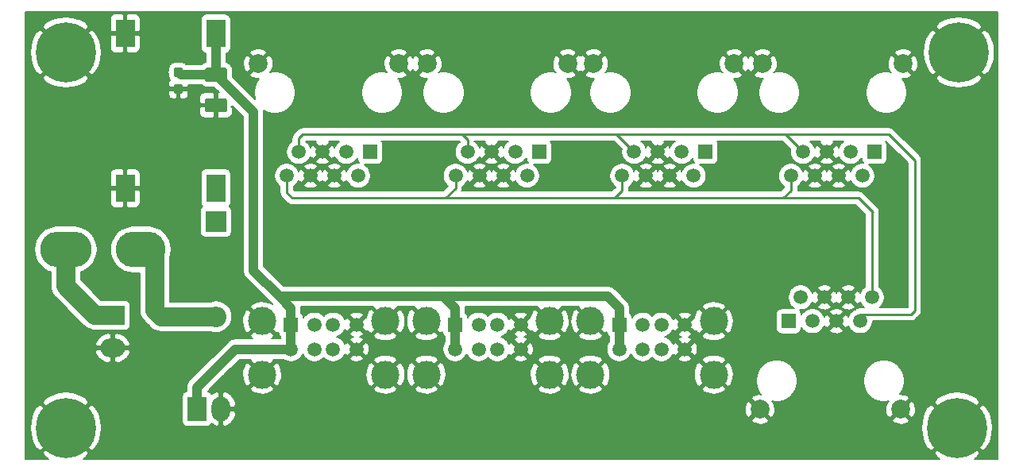
<source format=gbl>
G04 #@! TF.GenerationSoftware,KiCad,Pcbnew,(5.0.0)*
G04 #@! TF.CreationDate,2018-08-14T00:58:00+01:00*
G04 #@! TF.ProjectId,distboard,64697374626F6172642E6B696361645F,rev?*
G04 #@! TF.SameCoordinates,Original*
G04 #@! TF.FileFunction,Copper,L2,Bot,Signal*
G04 #@! TF.FilePolarity,Positive*
%FSLAX46Y46*%
G04 Gerber Fmt 4.6, Leading zero omitted, Abs format (unit mm)*
G04 Created by KiCad (PCBNEW (5.0.0)) date 08/14/18 00:58:00*
%MOMM*%
%LPD*%
G01*
G04 APERTURE LIST*
G04 #@! TA.AperFunction,ComponentPad*
%ADD10R,2.000000X3.000000*%
G04 #@! TD*
G04 #@! TA.AperFunction,ComponentPad*
%ADD11O,5.300000X3.800000*%
G04 #@! TD*
G04 #@! TA.AperFunction,ComponentPad*
%ADD12O,5.500000X3.800000*%
G04 #@! TD*
G04 #@! TA.AperFunction,ComponentPad*
%ADD13O,2.000000X2.600000*%
G04 #@! TD*
G04 #@! TA.AperFunction,ComponentPad*
%ADD14R,2.000000X2.600000*%
G04 #@! TD*
G04 #@! TA.AperFunction,Conductor*
%ADD15C,0.100000*%
G04 #@! TD*
G04 #@! TA.AperFunction,SMDPad,CuDef*
%ADD16C,1.500000*%
G04 #@! TD*
G04 #@! TA.AperFunction,SMDPad,CuDef*
%ADD17C,0.950000*%
G04 #@! TD*
G04 #@! TA.AperFunction,ComponentPad*
%ADD18R,2.200000X2.200000*%
G04 #@! TD*
G04 #@! TA.AperFunction,ComponentPad*
%ADD19O,2.200000X2.200000*%
G04 #@! TD*
G04 #@! TA.AperFunction,ComponentPad*
%ADD20C,1.500000*%
G04 #@! TD*
G04 #@! TA.AperFunction,ComponentPad*
%ADD21C,3.000000*%
G04 #@! TD*
G04 #@! TA.AperFunction,ComponentPad*
%ADD22R,1.500000X1.500000*%
G04 #@! TD*
G04 #@! TA.AperFunction,ComponentPad*
%ADD23R,2.600000X2.000000*%
G04 #@! TD*
G04 #@! TA.AperFunction,ComponentPad*
%ADD24O,2.600000X2.000000*%
G04 #@! TD*
G04 #@! TA.AperFunction,ComponentPad*
%ADD25C,2.000000*%
G04 #@! TD*
G04 #@! TA.AperFunction,ComponentPad*
%ADD26C,0.800000*%
G04 #@! TD*
G04 #@! TA.AperFunction,ComponentPad*
%ADD27C,6.400000*%
G04 #@! TD*
G04 #@! TA.AperFunction,Conductor*
%ADD28C,2.000000*%
G04 #@! TD*
G04 #@! TA.AperFunction,Conductor*
%ADD29C,1.000000*%
G04 #@! TD*
G04 #@! TA.AperFunction,Conductor*
%ADD30C,0.250000*%
G04 #@! TD*
G04 #@! TA.AperFunction,Conductor*
%ADD31C,0.200000*%
G04 #@! TD*
G04 APERTURE END LIST*
D10*
G04 #@! TO.P,U1,2*
G04 #@! TO.N,CANGND*
X91332000Y-49484000D03*
G04 #@! TO.P,U1,1*
G04 #@! TO.N,CANV*
X100984000Y-49484000D03*
G04 #@! TO.P,U1,4*
G04 #@! TO.N,+5V*
X100984000Y-32990000D03*
G04 #@! TO.P,U1,3*
G04 #@! TO.N,CANGND*
X91332000Y-32959000D03*
G04 #@! TD*
D11*
G04 #@! TO.P,F1,2*
G04 #@! TO.N,Net-(D1-Pad2)*
X93000000Y-56000000D03*
D12*
G04 #@! TO.P,F1,1*
G04 #@! TO.N,Net-(F1-Pad1)*
X85000000Y-56000000D03*
G04 #@! TD*
D13*
G04 #@! TO.P,J2,2*
G04 #@! TO.N,CANGND*
X101540000Y-73000000D03*
D14*
G04 #@! TO.P,J2,1*
G04 #@! TO.N,+5V*
X99000000Y-73000000D03*
G04 #@! TD*
D15*
G04 #@! TO.N,+5V*
G04 #@! TO.C,C1*
G36*
X101949504Y-36626204D02*
X101973773Y-36629804D01*
X101997571Y-36635765D01*
X102020671Y-36644030D01*
X102042849Y-36654520D01*
X102063893Y-36667133D01*
X102083598Y-36681747D01*
X102101777Y-36698223D01*
X102118253Y-36716402D01*
X102132867Y-36736107D01*
X102145480Y-36757151D01*
X102155970Y-36779329D01*
X102164235Y-36802429D01*
X102170196Y-36826227D01*
X102173796Y-36850496D01*
X102175000Y-36875000D01*
X102175000Y-37875000D01*
X102173796Y-37899504D01*
X102170196Y-37923773D01*
X102164235Y-37947571D01*
X102155970Y-37970671D01*
X102145480Y-37992849D01*
X102132867Y-38013893D01*
X102118253Y-38033598D01*
X102101777Y-38051777D01*
X102083598Y-38068253D01*
X102063893Y-38082867D01*
X102042849Y-38095480D01*
X102020671Y-38105970D01*
X101997571Y-38114235D01*
X101973773Y-38120196D01*
X101949504Y-38123796D01*
X101925000Y-38125000D01*
X100075000Y-38125000D01*
X100050496Y-38123796D01*
X100026227Y-38120196D01*
X100002429Y-38114235D01*
X99979329Y-38105970D01*
X99957151Y-38095480D01*
X99936107Y-38082867D01*
X99916402Y-38068253D01*
X99898223Y-38051777D01*
X99881747Y-38033598D01*
X99867133Y-38013893D01*
X99854520Y-37992849D01*
X99844030Y-37970671D01*
X99835765Y-37947571D01*
X99829804Y-37923773D01*
X99826204Y-37899504D01*
X99825000Y-37875000D01*
X99825000Y-36875000D01*
X99826204Y-36850496D01*
X99829804Y-36826227D01*
X99835765Y-36802429D01*
X99844030Y-36779329D01*
X99854520Y-36757151D01*
X99867133Y-36736107D01*
X99881747Y-36716402D01*
X99898223Y-36698223D01*
X99916402Y-36681747D01*
X99936107Y-36667133D01*
X99957151Y-36654520D01*
X99979329Y-36644030D01*
X100002429Y-36635765D01*
X100026227Y-36629804D01*
X100050496Y-36626204D01*
X100075000Y-36625000D01*
X101925000Y-36625000D01*
X101949504Y-36626204D01*
X101949504Y-36626204D01*
G37*
D16*
G04 #@! TD*
G04 #@! TO.P,C1,1*
G04 #@! TO.N,+5V*
X101000000Y-37375000D03*
D15*
G04 #@! TO.N,CANGND*
G04 #@! TO.C,C1*
G36*
X101949504Y-39876204D02*
X101973773Y-39879804D01*
X101997571Y-39885765D01*
X102020671Y-39894030D01*
X102042849Y-39904520D01*
X102063893Y-39917133D01*
X102083598Y-39931747D01*
X102101777Y-39948223D01*
X102118253Y-39966402D01*
X102132867Y-39986107D01*
X102145480Y-40007151D01*
X102155970Y-40029329D01*
X102164235Y-40052429D01*
X102170196Y-40076227D01*
X102173796Y-40100496D01*
X102175000Y-40125000D01*
X102175000Y-41125000D01*
X102173796Y-41149504D01*
X102170196Y-41173773D01*
X102164235Y-41197571D01*
X102155970Y-41220671D01*
X102145480Y-41242849D01*
X102132867Y-41263893D01*
X102118253Y-41283598D01*
X102101777Y-41301777D01*
X102083598Y-41318253D01*
X102063893Y-41332867D01*
X102042849Y-41345480D01*
X102020671Y-41355970D01*
X101997571Y-41364235D01*
X101973773Y-41370196D01*
X101949504Y-41373796D01*
X101925000Y-41375000D01*
X100075000Y-41375000D01*
X100050496Y-41373796D01*
X100026227Y-41370196D01*
X100002429Y-41364235D01*
X99979329Y-41355970D01*
X99957151Y-41345480D01*
X99936107Y-41332867D01*
X99916402Y-41318253D01*
X99898223Y-41301777D01*
X99881747Y-41283598D01*
X99867133Y-41263893D01*
X99854520Y-41242849D01*
X99844030Y-41220671D01*
X99835765Y-41197571D01*
X99829804Y-41173773D01*
X99826204Y-41149504D01*
X99825000Y-41125000D01*
X99825000Y-40125000D01*
X99826204Y-40100496D01*
X99829804Y-40076227D01*
X99835765Y-40052429D01*
X99844030Y-40029329D01*
X99854520Y-40007151D01*
X99867133Y-39986107D01*
X99881747Y-39966402D01*
X99898223Y-39948223D01*
X99916402Y-39931747D01*
X99936107Y-39917133D01*
X99957151Y-39904520D01*
X99979329Y-39894030D01*
X100002429Y-39885765D01*
X100026227Y-39879804D01*
X100050496Y-39876204D01*
X100075000Y-39875000D01*
X101925000Y-39875000D01*
X101949504Y-39876204D01*
X101949504Y-39876204D01*
G37*
D16*
G04 #@! TD*
G04 #@! TO.P,C1,2*
G04 #@! TO.N,CANGND*
X101000000Y-40625000D03*
D15*
G04 #@! TO.N,+5V*
G04 #@! TO.C,C2*
G36*
X97260779Y-36601144D02*
X97283834Y-36604563D01*
X97306443Y-36610227D01*
X97328387Y-36618079D01*
X97349457Y-36628044D01*
X97369448Y-36640026D01*
X97388168Y-36653910D01*
X97405438Y-36669562D01*
X97421090Y-36686832D01*
X97434974Y-36705552D01*
X97446956Y-36725543D01*
X97456921Y-36746613D01*
X97464773Y-36768557D01*
X97470437Y-36791166D01*
X97473856Y-36814221D01*
X97475000Y-36837500D01*
X97475000Y-37412500D01*
X97473856Y-37435779D01*
X97470437Y-37458834D01*
X97464773Y-37481443D01*
X97456921Y-37503387D01*
X97446956Y-37524457D01*
X97434974Y-37544448D01*
X97421090Y-37563168D01*
X97405438Y-37580438D01*
X97388168Y-37596090D01*
X97369448Y-37609974D01*
X97349457Y-37621956D01*
X97328387Y-37631921D01*
X97306443Y-37639773D01*
X97283834Y-37645437D01*
X97260779Y-37648856D01*
X97237500Y-37650000D01*
X96762500Y-37650000D01*
X96739221Y-37648856D01*
X96716166Y-37645437D01*
X96693557Y-37639773D01*
X96671613Y-37631921D01*
X96650543Y-37621956D01*
X96630552Y-37609974D01*
X96611832Y-37596090D01*
X96594562Y-37580438D01*
X96578910Y-37563168D01*
X96565026Y-37544448D01*
X96553044Y-37524457D01*
X96543079Y-37503387D01*
X96535227Y-37481443D01*
X96529563Y-37458834D01*
X96526144Y-37435779D01*
X96525000Y-37412500D01*
X96525000Y-36837500D01*
X96526144Y-36814221D01*
X96529563Y-36791166D01*
X96535227Y-36768557D01*
X96543079Y-36746613D01*
X96553044Y-36725543D01*
X96565026Y-36705552D01*
X96578910Y-36686832D01*
X96594562Y-36669562D01*
X96611832Y-36653910D01*
X96630552Y-36640026D01*
X96650543Y-36628044D01*
X96671613Y-36618079D01*
X96693557Y-36610227D01*
X96716166Y-36604563D01*
X96739221Y-36601144D01*
X96762500Y-36600000D01*
X97237500Y-36600000D01*
X97260779Y-36601144D01*
X97260779Y-36601144D01*
G37*
D17*
G04 #@! TD*
G04 #@! TO.P,C2,1*
G04 #@! TO.N,+5V*
X97000000Y-37125000D03*
D15*
G04 #@! TO.N,CANGND*
G04 #@! TO.C,C2*
G36*
X97260779Y-38351144D02*
X97283834Y-38354563D01*
X97306443Y-38360227D01*
X97328387Y-38368079D01*
X97349457Y-38378044D01*
X97369448Y-38390026D01*
X97388168Y-38403910D01*
X97405438Y-38419562D01*
X97421090Y-38436832D01*
X97434974Y-38455552D01*
X97446956Y-38475543D01*
X97456921Y-38496613D01*
X97464773Y-38518557D01*
X97470437Y-38541166D01*
X97473856Y-38564221D01*
X97475000Y-38587500D01*
X97475000Y-39162500D01*
X97473856Y-39185779D01*
X97470437Y-39208834D01*
X97464773Y-39231443D01*
X97456921Y-39253387D01*
X97446956Y-39274457D01*
X97434974Y-39294448D01*
X97421090Y-39313168D01*
X97405438Y-39330438D01*
X97388168Y-39346090D01*
X97369448Y-39359974D01*
X97349457Y-39371956D01*
X97328387Y-39381921D01*
X97306443Y-39389773D01*
X97283834Y-39395437D01*
X97260779Y-39398856D01*
X97237500Y-39400000D01*
X96762500Y-39400000D01*
X96739221Y-39398856D01*
X96716166Y-39395437D01*
X96693557Y-39389773D01*
X96671613Y-39381921D01*
X96650543Y-39371956D01*
X96630552Y-39359974D01*
X96611832Y-39346090D01*
X96594562Y-39330438D01*
X96578910Y-39313168D01*
X96565026Y-39294448D01*
X96553044Y-39274457D01*
X96543079Y-39253387D01*
X96535227Y-39231443D01*
X96529563Y-39208834D01*
X96526144Y-39185779D01*
X96525000Y-39162500D01*
X96525000Y-38587500D01*
X96526144Y-38564221D01*
X96529563Y-38541166D01*
X96535227Y-38518557D01*
X96543079Y-38496613D01*
X96553044Y-38475543D01*
X96565026Y-38455552D01*
X96578910Y-38436832D01*
X96594562Y-38419562D01*
X96611832Y-38403910D01*
X96630552Y-38390026D01*
X96650543Y-38378044D01*
X96671613Y-38368079D01*
X96693557Y-38360227D01*
X96716166Y-38354563D01*
X96739221Y-38351144D01*
X96762500Y-38350000D01*
X97237500Y-38350000D01*
X97260779Y-38351144D01*
X97260779Y-38351144D01*
G37*
D17*
G04 #@! TD*
G04 #@! TO.P,C2,2*
G04 #@! TO.N,CANGND*
X97000000Y-38875000D03*
D18*
G04 #@! TO.P,D1,1*
G04 #@! TO.N,CANV*
X101000000Y-53000000D03*
D19*
G04 #@! TO.P,D1,2*
G04 #@! TO.N,Net-(D1-Pad2)*
X101000000Y-63160000D03*
G04 #@! TD*
D20*
G04 #@! TO.P,U2,8*
G04 #@! TO.N,CANGND*
X116000000Y-66620000D03*
G04 #@! TO.P,U2,7*
G04 #@! TO.N,Net-(U2-Pad7)*
X113500000Y-66620000D03*
G04 #@! TO.P,U2,6*
G04 #@! TO.N,Net-(U2-Pad6)*
X111500000Y-66620000D03*
G04 #@! TO.P,U2,5*
G04 #@! TO.N,+5V*
X109000000Y-66620000D03*
D21*
G04 #@! TO.P,U2,9*
G04 #@! TO.N,CANGND*
X119070000Y-69330000D03*
X105930000Y-69330000D03*
D20*
G04 #@! TO.P,U2,4*
X116000000Y-64000000D03*
G04 #@! TO.P,U2,3*
G04 #@! TO.N,Net-(U2-Pad3)*
X113500000Y-64000000D03*
G04 #@! TO.P,U2,2*
G04 #@! TO.N,Net-(U2-Pad2)*
X111500000Y-64000000D03*
D22*
G04 #@! TO.P,U2,1*
G04 #@! TO.N,+5V*
X109000000Y-64000000D03*
D21*
G04 #@! TO.P,U2,9*
G04 #@! TO.N,CANGND*
X105930000Y-63650000D03*
X119070000Y-63650000D03*
G04 #@! TD*
G04 #@! TO.P,U3,9*
G04 #@! TO.N,CANGND*
X136570000Y-63650000D03*
X123430000Y-63650000D03*
D22*
G04 #@! TO.P,U3,1*
G04 #@! TO.N,+5V*
X126500000Y-64000000D03*
D20*
G04 #@! TO.P,U3,2*
G04 #@! TO.N,Net-(U3-Pad2)*
X129000000Y-64000000D03*
G04 #@! TO.P,U3,3*
G04 #@! TO.N,Net-(U3-Pad3)*
X131000000Y-64000000D03*
G04 #@! TO.P,U3,4*
G04 #@! TO.N,CANGND*
X133500000Y-64000000D03*
D21*
G04 #@! TO.P,U3,9*
X123430000Y-69330000D03*
X136570000Y-69330000D03*
D20*
G04 #@! TO.P,U3,5*
G04 #@! TO.N,+5V*
X126500000Y-66620000D03*
G04 #@! TO.P,U3,6*
G04 #@! TO.N,Net-(U3-Pad6)*
X129000000Y-66620000D03*
G04 #@! TO.P,U3,7*
G04 #@! TO.N,Net-(U3-Pad7)*
X131000000Y-66620000D03*
G04 #@! TO.P,U3,8*
G04 #@! TO.N,CANGND*
X133500000Y-66620000D03*
G04 #@! TD*
G04 #@! TO.P,U4,8*
G04 #@! TO.N,CANGND*
X151000000Y-66620000D03*
G04 #@! TO.P,U4,7*
G04 #@! TO.N,Net-(U4-Pad7)*
X148500000Y-66620000D03*
G04 #@! TO.P,U4,6*
G04 #@! TO.N,Net-(U4-Pad6)*
X146500000Y-66620000D03*
G04 #@! TO.P,U4,5*
G04 #@! TO.N,+5V*
X144000000Y-66620000D03*
D21*
G04 #@! TO.P,U4,9*
G04 #@! TO.N,CANGND*
X154070000Y-69330000D03*
X140930000Y-69330000D03*
D20*
G04 #@! TO.P,U4,4*
X151000000Y-64000000D03*
G04 #@! TO.P,U4,3*
G04 #@! TO.N,Net-(U4-Pad3)*
X148500000Y-64000000D03*
G04 #@! TO.P,U4,2*
G04 #@! TO.N,Net-(U4-Pad2)*
X146500000Y-64000000D03*
D22*
G04 #@! TO.P,U4,1*
G04 #@! TO.N,+5V*
X144000000Y-64000000D03*
D21*
G04 #@! TO.P,U4,9*
G04 #@! TO.N,CANGND*
X140930000Y-63650000D03*
X154070000Y-63650000D03*
G04 #@! TD*
D23*
G04 #@! TO.P,J1,1*
G04 #@! TO.N,Net-(F1-Pad1)*
X90000000Y-63000000D03*
D24*
G04 #@! TO.P,J1,2*
G04 #@! TO.N,CANGND*
X90000000Y-66500000D03*
G04 #@! TD*
D25*
G04 #@! TO.P,J4,SH*
G04 #@! TO.N,CANGND*
X105505000Y-36200000D03*
X120495000Y-36200000D03*
D20*
G04 #@! TO.P,J4,8*
G04 #@! TO.N,CANL*
X108555000Y-48140000D03*
G04 #@! TO.P,J4,6*
G04 #@! TO.N,CANGND*
X111095000Y-48140000D03*
G04 #@! TO.P,J4,4*
X113635000Y-48140000D03*
G04 #@! TO.P,J4,2*
G04 #@! TO.N,CANV*
X116175000Y-48140000D03*
G04 #@! TO.P,J4,7*
G04 #@! TO.N,CANH*
X109825000Y-45600000D03*
G04 #@! TO.P,J4,5*
G04 #@! TO.N,CANGND*
X112365000Y-45600000D03*
G04 #@! TO.P,J4,3*
G04 #@! TO.N,CANV*
X114905000Y-45600000D03*
D22*
G04 #@! TO.P,J4,1*
X117445000Y-45600000D03*
G04 #@! TD*
D25*
G04 #@! TO.P,J5,SH*
G04 #@! TO.N,CANGND*
X173995000Y-73050000D03*
X159005000Y-73050000D03*
D20*
G04 #@! TO.P,J5,8*
G04 #@! TO.N,CANL*
X170945000Y-61110000D03*
G04 #@! TO.P,J5,6*
G04 #@! TO.N,CANGND*
X168405000Y-61110000D03*
G04 #@! TO.P,J5,4*
X165865000Y-61110000D03*
G04 #@! TO.P,J5,2*
G04 #@! TO.N,CANV*
X163325000Y-61110000D03*
G04 #@! TO.P,J5,7*
G04 #@! TO.N,CANH*
X169675000Y-63650000D03*
G04 #@! TO.P,J5,5*
G04 #@! TO.N,CANGND*
X167135000Y-63650000D03*
G04 #@! TO.P,J5,3*
G04 #@! TO.N,CANV*
X164595000Y-63650000D03*
D22*
G04 #@! TO.P,J5,1*
X162055000Y-63650000D03*
G04 #@! TD*
G04 #@! TO.P,J6,1*
G04 #@! TO.N,CANV*
X135445000Y-45600000D03*
D20*
G04 #@! TO.P,J6,3*
X132905000Y-45600000D03*
G04 #@! TO.P,J6,5*
G04 #@! TO.N,CANGND*
X130365000Y-45600000D03*
G04 #@! TO.P,J6,7*
G04 #@! TO.N,CANH*
X127825000Y-45600000D03*
G04 #@! TO.P,J6,2*
G04 #@! TO.N,CANV*
X134175000Y-48140000D03*
G04 #@! TO.P,J6,4*
G04 #@! TO.N,CANGND*
X131635000Y-48140000D03*
G04 #@! TO.P,J6,6*
X129095000Y-48140000D03*
G04 #@! TO.P,J6,8*
G04 #@! TO.N,CANL*
X126555000Y-48140000D03*
D25*
G04 #@! TO.P,J6,SH*
G04 #@! TO.N,CANGND*
X138495000Y-36200000D03*
X123505000Y-36200000D03*
G04 #@! TD*
G04 #@! TO.P,J7,SH*
G04 #@! TO.N,CANGND*
X141255000Y-36200000D03*
X156245000Y-36200000D03*
D20*
G04 #@! TO.P,J7,8*
G04 #@! TO.N,CANL*
X144305000Y-48140000D03*
G04 #@! TO.P,J7,6*
G04 #@! TO.N,CANGND*
X146845000Y-48140000D03*
G04 #@! TO.P,J7,4*
X149385000Y-48140000D03*
G04 #@! TO.P,J7,2*
G04 #@! TO.N,CANV*
X151925000Y-48140000D03*
G04 #@! TO.P,J7,7*
G04 #@! TO.N,CANH*
X145575000Y-45600000D03*
G04 #@! TO.P,J7,5*
G04 #@! TO.N,CANGND*
X148115000Y-45600000D03*
G04 #@! TO.P,J7,3*
G04 #@! TO.N,CANV*
X150655000Y-45600000D03*
D22*
G04 #@! TO.P,J7,1*
X153195000Y-45600000D03*
G04 #@! TD*
G04 #@! TO.P,J8,1*
G04 #@! TO.N,CANV*
X171195000Y-45600000D03*
D20*
G04 #@! TO.P,J8,3*
X168655000Y-45600000D03*
G04 #@! TO.P,J8,5*
G04 #@! TO.N,CANGND*
X166115000Y-45600000D03*
G04 #@! TO.P,J8,7*
G04 #@! TO.N,CANH*
X163575000Y-45600000D03*
G04 #@! TO.P,J8,2*
G04 #@! TO.N,CANV*
X169925000Y-48140000D03*
G04 #@! TO.P,J8,4*
G04 #@! TO.N,CANGND*
X167385000Y-48140000D03*
G04 #@! TO.P,J8,6*
X164845000Y-48140000D03*
G04 #@! TO.P,J8,8*
G04 #@! TO.N,CANL*
X162305000Y-48140000D03*
D25*
G04 #@! TO.P,J8,SH*
G04 #@! TO.N,CANGND*
X174245000Y-36200000D03*
X159255000Y-36200000D03*
G04 #@! TD*
D26*
G04 #@! TO.P,MH1,1*
G04 #@! TO.N,CANGND*
X86697056Y-33302944D03*
X85000000Y-32600000D03*
X83302944Y-33302944D03*
X82600000Y-35000000D03*
X83302944Y-36697056D03*
X85000000Y-37400000D03*
X86697056Y-36697056D03*
X87400000Y-35000000D03*
D27*
X85000000Y-35000000D03*
G04 #@! TD*
G04 #@! TO.P,MH2,1*
G04 #@! TO.N,CANGND*
X180200000Y-35000000D03*
D26*
X182600000Y-35000000D03*
X181897056Y-36697056D03*
X180200000Y-37400000D03*
X178502944Y-36697056D03*
X177800000Y-35000000D03*
X178502944Y-33302944D03*
X180200000Y-32600000D03*
X181897056Y-33302944D03*
G04 #@! TD*
G04 #@! TO.P,MH3,1*
G04 #@! TO.N,CANGND*
X86697056Y-73302944D03*
X85000000Y-72600000D03*
X83302944Y-73302944D03*
X82600000Y-75000000D03*
X83302944Y-76697056D03*
X85000000Y-77400000D03*
X86697056Y-76697056D03*
X87400000Y-75000000D03*
D27*
X85000000Y-75000000D03*
G04 #@! TD*
G04 #@! TO.P,MH4,1*
G04 #@! TO.N,CANGND*
X180000000Y-75000000D03*
D26*
X182400000Y-75000000D03*
X181697056Y-76697056D03*
X180000000Y-77400000D03*
X178302944Y-76697056D03*
X177600000Y-75000000D03*
X178302944Y-73302944D03*
X180000000Y-72600000D03*
X181697056Y-73302944D03*
G04 #@! TD*
D28*
G04 #@! TO.N,Net-(D1-Pad2)*
X93750000Y-56000000D02*
X94500000Y-56750000D01*
X93000000Y-56000000D02*
X93750000Y-56000000D01*
X94500000Y-56750000D02*
X94500000Y-62500000D01*
X95160000Y-63160000D02*
X101000000Y-63160000D01*
X94500000Y-62500000D02*
X95160000Y-63160000D01*
G04 #@! TO.N,Net-(F1-Pad1)*
X85000000Y-59900000D02*
X85000000Y-56000000D01*
X88100000Y-63000000D02*
X85000000Y-59900000D01*
X90000000Y-63000000D02*
X88100000Y-63000000D01*
D29*
G04 #@! TO.N,+5V*
X100984000Y-37359000D02*
X101000000Y-37375000D01*
X100984000Y-33490000D02*
X100984000Y-37359000D01*
X97250000Y-37375000D02*
X97000000Y-37125000D01*
X101000000Y-37375000D02*
X97250000Y-37375000D01*
X144000000Y-66620000D02*
X144000000Y-64000000D01*
X126500000Y-66620000D02*
X126500000Y-64000000D01*
X109000000Y-66620000D02*
X109000000Y-64000000D01*
X107939340Y-66620000D02*
X109000000Y-66620000D01*
X103080000Y-66620000D02*
X107939340Y-66620000D01*
X99000000Y-70700000D02*
X103080000Y-66620000D01*
X99000000Y-73000000D02*
X99000000Y-70700000D01*
X101000000Y-37375000D02*
X105000000Y-41375000D01*
X109000000Y-62250000D02*
X109000000Y-64000000D01*
X105000000Y-41375000D02*
X105000000Y-58250000D01*
X126500000Y-62250000D02*
X125250000Y-61000000D01*
X126500000Y-64000000D02*
X126500000Y-62250000D01*
X110250000Y-61000000D02*
X107750000Y-61000000D01*
X125250000Y-61000000D02*
X110250000Y-61000000D01*
X105000000Y-58250000D02*
X107750000Y-61000000D01*
X107750000Y-61000000D02*
X109000000Y-62250000D01*
X144000000Y-62250000D02*
X144000000Y-64000000D01*
X142750000Y-61000000D02*
X144000000Y-62250000D01*
X125250000Y-61000000D02*
X142750000Y-61000000D01*
D30*
G04 #@! TO.N,CANL*
X126555000Y-49445000D02*
X126555000Y-48140000D01*
X125500000Y-50500000D02*
X126555000Y-49445000D01*
X109110000Y-50500000D02*
X125500000Y-50500000D01*
X108555000Y-48140000D02*
X108555000Y-49945000D01*
X108555000Y-49945000D02*
X109110000Y-50500000D01*
X144305000Y-49695000D02*
X144305000Y-48140000D01*
X125500000Y-50500000D02*
X143500000Y-50500000D01*
X143500000Y-50500000D02*
X144305000Y-49695000D01*
X162305000Y-49695000D02*
X162305000Y-48140000D01*
X143500000Y-50500000D02*
X161500000Y-50500000D01*
X161500000Y-50500000D02*
X162305000Y-49695000D01*
X161500000Y-50500000D02*
X169500000Y-50500000D01*
X169500000Y-50500000D02*
X171000000Y-52000000D01*
X170945000Y-52055000D02*
X170945000Y-60360000D01*
X171000000Y-52000000D02*
X170945000Y-52055000D01*
G04 #@! TO.N,CANH*
X109825000Y-45600000D02*
X109825000Y-44175000D01*
X110275001Y-43724999D02*
X127224999Y-43724999D01*
X109825000Y-44175000D02*
X110275001Y-43724999D01*
X127825000Y-44325000D02*
X127825000Y-45600000D01*
X127224999Y-43724999D02*
X127825000Y-44325000D01*
X143699999Y-43724999D02*
X145575000Y-45600000D01*
X127224999Y-43724999D02*
X143699999Y-43724999D01*
X161699999Y-43724999D02*
X163575000Y-45600000D01*
X143699999Y-43724999D02*
X161699999Y-43724999D01*
X161699999Y-43724999D02*
X172724999Y-43724999D01*
X172724999Y-43724999D02*
X175500000Y-46500000D01*
X175500000Y-46500000D02*
X175500000Y-62500000D01*
X175100000Y-62900000D02*
X169675000Y-62900000D01*
X175500000Y-62500000D02*
X175100000Y-62900000D01*
G04 #@! TD*
D31*
G04 #@! TO.N,CANGND*
G36*
X184317000Y-78317000D02*
X181873233Y-78317000D01*
X182122706Y-78183654D01*
X182487033Y-77704822D01*
X180000000Y-75217789D01*
X177512967Y-77704822D01*
X177877294Y-78183654D01*
X178127360Y-78317000D01*
X86873233Y-78317000D01*
X87122706Y-78183654D01*
X87487033Y-77704822D01*
X85000000Y-75217789D01*
X82512967Y-77704822D01*
X82877294Y-78183654D01*
X83127360Y-78317000D01*
X80683000Y-78317000D01*
X80683000Y-75003779D01*
X81173577Y-75003779D01*
X81247838Y-75750204D01*
X81466292Y-76467800D01*
X81816346Y-77122706D01*
X82295178Y-77487033D01*
X84782211Y-75000000D01*
X85217789Y-75000000D01*
X87704822Y-77487033D01*
X88183654Y-77122706D01*
X88536601Y-76460818D01*
X88753637Y-75742792D01*
X88825686Y-75003779D01*
X176173577Y-75003779D01*
X176247838Y-75750204D01*
X176466292Y-76467800D01*
X176816346Y-77122706D01*
X177295178Y-77487033D01*
X179782211Y-75000000D01*
X180217789Y-75000000D01*
X182704822Y-77487033D01*
X183183654Y-77122706D01*
X183536601Y-76460818D01*
X183753637Y-75742792D01*
X183826423Y-74996221D01*
X183752162Y-74249796D01*
X183533708Y-73532200D01*
X183183654Y-72877294D01*
X182704822Y-72512967D01*
X180217789Y-75000000D01*
X179782211Y-75000000D01*
X177295178Y-72512967D01*
X176816346Y-72877294D01*
X176463399Y-73539182D01*
X176246363Y-74257208D01*
X176173577Y-75003779D01*
X88825686Y-75003779D01*
X88826423Y-74996221D01*
X88752162Y-74249796D01*
X88533708Y-73532200D01*
X88183654Y-72877294D01*
X87704822Y-72512967D01*
X85217789Y-75000000D01*
X84782211Y-75000000D01*
X82295178Y-72512967D01*
X81816346Y-72877294D01*
X81463399Y-73539182D01*
X81246363Y-74257208D01*
X81173577Y-75003779D01*
X80683000Y-75003779D01*
X80683000Y-72295178D01*
X82512967Y-72295178D01*
X85000000Y-74782211D01*
X87487033Y-72295178D01*
X87122706Y-71816346D01*
X86460818Y-71463399D01*
X85742792Y-71246363D01*
X84996221Y-71173577D01*
X84249796Y-71247838D01*
X83532200Y-71466292D01*
X82877294Y-71816346D01*
X82512967Y-72295178D01*
X80683000Y-72295178D01*
X80683000Y-66902494D01*
X88143188Y-66902494D01*
X88163734Y-67018973D01*
X88294500Y-67308712D01*
X88479278Y-67567372D01*
X88710968Y-67785014D01*
X88980666Y-67953273D01*
X89278007Y-68065684D01*
X89591565Y-68117927D01*
X89846000Y-67962971D01*
X89846000Y-66654000D01*
X90154000Y-66654000D01*
X90154000Y-67962971D01*
X90408435Y-68117927D01*
X90721993Y-68065684D01*
X91019334Y-67953273D01*
X91289032Y-67785014D01*
X91520722Y-67567372D01*
X91705500Y-67308712D01*
X91836266Y-67018973D01*
X91856812Y-66902494D01*
X91747833Y-66654000D01*
X90154000Y-66654000D01*
X89846000Y-66654000D01*
X88252167Y-66654000D01*
X88143188Y-66902494D01*
X80683000Y-66902494D01*
X80683000Y-66097506D01*
X88143188Y-66097506D01*
X88252167Y-66346000D01*
X89846000Y-66346000D01*
X89846000Y-65037029D01*
X90154000Y-65037029D01*
X90154000Y-66346000D01*
X91747833Y-66346000D01*
X91856812Y-66097506D01*
X91836266Y-65981027D01*
X91705500Y-65691288D01*
X91520722Y-65432628D01*
X91289032Y-65214986D01*
X91019334Y-65046727D01*
X90721993Y-64934316D01*
X90408435Y-64882073D01*
X90154000Y-65037029D01*
X89846000Y-65037029D01*
X89591565Y-64882073D01*
X89278007Y-64934316D01*
X88980666Y-65046727D01*
X88710968Y-65214986D01*
X88479278Y-65432628D01*
X88294500Y-65691288D01*
X88163734Y-65981027D01*
X88143188Y-66097506D01*
X80683000Y-66097506D01*
X80683000Y-56000000D01*
X81629865Y-56000000D01*
X81678289Y-56491654D01*
X81821699Y-56964414D01*
X82054584Y-57400112D01*
X82367995Y-57782005D01*
X82749888Y-58095416D01*
X83185586Y-58328301D01*
X83392000Y-58390916D01*
X83392000Y-59821009D01*
X83384220Y-59900000D01*
X83392000Y-59978990D01*
X83415267Y-60215222D01*
X83507214Y-60518331D01*
X83656528Y-60797678D01*
X83857471Y-61042529D01*
X83918835Y-61092889D01*
X86907115Y-64081170D01*
X86957471Y-64142529D01*
X87202321Y-64343472D01*
X87481668Y-64492786D01*
X87692829Y-64556841D01*
X87784776Y-64584733D01*
X87808007Y-64587021D01*
X88021009Y-64608000D01*
X88021016Y-64608000D01*
X88099999Y-64615779D01*
X88178983Y-64608000D01*
X88670139Y-64608000D01*
X88700000Y-64610941D01*
X91300000Y-64610941D01*
X91419189Y-64599202D01*
X91533797Y-64564436D01*
X91639421Y-64507979D01*
X91732001Y-64432001D01*
X91807979Y-64339421D01*
X91864436Y-64233797D01*
X91899202Y-64119189D01*
X91910941Y-64000000D01*
X91910941Y-62000000D01*
X91899202Y-61880811D01*
X91864436Y-61766203D01*
X91807979Y-61660579D01*
X91732001Y-61567999D01*
X91639421Y-61492021D01*
X91533797Y-61435564D01*
X91419189Y-61400798D01*
X91300000Y-61389059D01*
X88763114Y-61389059D01*
X86608000Y-59233946D01*
X86608000Y-58390916D01*
X86814414Y-58328301D01*
X87250112Y-58095416D01*
X87632005Y-57782005D01*
X87945416Y-57400112D01*
X88178301Y-56964414D01*
X88321711Y-56491654D01*
X88370135Y-56000000D01*
X89729865Y-56000000D01*
X89778289Y-56491654D01*
X89921699Y-56964414D01*
X90154584Y-57400112D01*
X90467995Y-57782005D01*
X90849888Y-58095416D01*
X91285586Y-58328301D01*
X91758346Y-58471711D01*
X92126792Y-58508000D01*
X92892000Y-58508000D01*
X92892001Y-62420999D01*
X92884220Y-62500000D01*
X92915267Y-62815223D01*
X92993149Y-63071962D01*
X93007215Y-63118332D01*
X93156529Y-63397679D01*
X93357472Y-63642529D01*
X93418831Y-63692885D01*
X93967111Y-64241165D01*
X94017471Y-64302529D01*
X94262321Y-64503472D01*
X94541668Y-64652786D01*
X94713228Y-64704828D01*
X94844776Y-64744733D01*
X95160000Y-64775780D01*
X95238991Y-64768000D01*
X100416988Y-64768000D01*
X100665174Y-64843286D01*
X100916096Y-64868000D01*
X101083904Y-64868000D01*
X101334826Y-64843286D01*
X101656786Y-64745621D01*
X101953505Y-64587021D01*
X102213582Y-64373582D01*
X102427021Y-64113505D01*
X102585621Y-63816786D01*
X102614694Y-63720942D01*
X103812988Y-63720942D01*
X103867506Y-64132587D01*
X104001284Y-64525687D01*
X104130356Y-64767163D01*
X104435063Y-64927148D01*
X105712211Y-63650000D01*
X104435063Y-62372852D01*
X104130356Y-62532837D01*
X103946988Y-62905396D01*
X103839826Y-63306570D01*
X103812988Y-63720942D01*
X102614694Y-63720942D01*
X102683286Y-63494826D01*
X102716264Y-63160000D01*
X102683286Y-62825174D01*
X102585621Y-62503214D01*
X102427021Y-62206495D01*
X102213582Y-61946418D01*
X101953505Y-61732979D01*
X101656786Y-61574379D01*
X101334826Y-61476714D01*
X101083904Y-61452000D01*
X100916096Y-61452000D01*
X100665174Y-61476714D01*
X100416988Y-61552000D01*
X96108000Y-61552000D01*
X96108000Y-56866509D01*
X96221711Y-56491654D01*
X96270135Y-56000000D01*
X96221711Y-55508346D01*
X96078301Y-55035586D01*
X95845416Y-54599888D01*
X95532005Y-54217995D01*
X95150112Y-53904584D01*
X94714414Y-53671699D01*
X94241654Y-53528289D01*
X93873208Y-53492000D01*
X92126792Y-53492000D01*
X91758346Y-53528289D01*
X91285586Y-53671699D01*
X90849888Y-53904584D01*
X90467995Y-54217995D01*
X90154584Y-54599888D01*
X89921699Y-55035586D01*
X89778289Y-55508346D01*
X89729865Y-56000000D01*
X88370135Y-56000000D01*
X88321711Y-55508346D01*
X88178301Y-55035586D01*
X87945416Y-54599888D01*
X87632005Y-54217995D01*
X87250112Y-53904584D01*
X86814414Y-53671699D01*
X86341654Y-53528289D01*
X85973208Y-53492000D01*
X84026792Y-53492000D01*
X83658346Y-53528289D01*
X83185586Y-53671699D01*
X82749888Y-53904584D01*
X82367995Y-54217995D01*
X82054584Y-54599888D01*
X81821699Y-55035586D01*
X81678289Y-55508346D01*
X81629865Y-56000000D01*
X80683000Y-56000000D01*
X80683000Y-51900000D01*
X99289059Y-51900000D01*
X99289059Y-54100000D01*
X99300798Y-54219189D01*
X99335564Y-54333797D01*
X99392021Y-54439421D01*
X99467999Y-54532001D01*
X99560579Y-54607979D01*
X99666203Y-54664436D01*
X99780811Y-54699202D01*
X99900000Y-54710941D01*
X102100000Y-54710941D01*
X102219189Y-54699202D01*
X102333797Y-54664436D01*
X102439421Y-54607979D01*
X102532001Y-54532001D01*
X102607979Y-54439421D01*
X102664436Y-54333797D01*
X102699202Y-54219189D01*
X102710941Y-54100000D01*
X102710941Y-51900000D01*
X102699202Y-51780811D01*
X102664436Y-51666203D01*
X102607979Y-51560579D01*
X102532001Y-51467999D01*
X102439421Y-51392021D01*
X102436821Y-51390631D01*
X102491979Y-51323421D01*
X102548436Y-51217797D01*
X102583202Y-51103189D01*
X102594941Y-50984000D01*
X102594941Y-47984000D01*
X102583202Y-47864811D01*
X102548436Y-47750203D01*
X102491979Y-47644579D01*
X102416001Y-47551999D01*
X102323421Y-47476021D01*
X102217797Y-47419564D01*
X102103189Y-47384798D01*
X101984000Y-47373059D01*
X99984000Y-47373059D01*
X99864811Y-47384798D01*
X99750203Y-47419564D01*
X99644579Y-47476021D01*
X99551999Y-47551999D01*
X99476021Y-47644579D01*
X99419564Y-47750203D01*
X99384798Y-47864811D01*
X99373059Y-47984000D01*
X99373059Y-50984000D01*
X99384798Y-51103189D01*
X99419564Y-51217797D01*
X99476021Y-51323421D01*
X99543692Y-51405879D01*
X99467999Y-51467999D01*
X99392021Y-51560579D01*
X99335564Y-51666203D01*
X99300798Y-51780811D01*
X99289059Y-51900000D01*
X80683000Y-51900000D01*
X80683000Y-49790000D01*
X89724000Y-49790000D01*
X89724000Y-51043883D01*
X89747365Y-51161347D01*
X89793197Y-51271996D01*
X89859736Y-51371578D01*
X89944423Y-51456265D01*
X90044004Y-51522803D01*
X90154653Y-51568635D01*
X90272117Y-51592000D01*
X91026000Y-51592000D01*
X91178000Y-51440000D01*
X91178000Y-49638000D01*
X91486000Y-49638000D01*
X91486000Y-51440000D01*
X91638000Y-51592000D01*
X92391883Y-51592000D01*
X92509347Y-51568635D01*
X92619996Y-51522803D01*
X92719577Y-51456265D01*
X92804264Y-51371578D01*
X92870803Y-51271996D01*
X92916635Y-51161347D01*
X92940000Y-51043883D01*
X92940000Y-49790000D01*
X92788000Y-49638000D01*
X91486000Y-49638000D01*
X91178000Y-49638000D01*
X89876000Y-49638000D01*
X89724000Y-49790000D01*
X80683000Y-49790000D01*
X80683000Y-47924117D01*
X89724000Y-47924117D01*
X89724000Y-49178000D01*
X89876000Y-49330000D01*
X91178000Y-49330000D01*
X91178000Y-47528000D01*
X91486000Y-47528000D01*
X91486000Y-49330000D01*
X92788000Y-49330000D01*
X92940000Y-49178000D01*
X92940000Y-47924117D01*
X92916635Y-47806653D01*
X92870803Y-47696004D01*
X92804264Y-47596422D01*
X92719577Y-47511735D01*
X92619996Y-47445197D01*
X92509347Y-47399365D01*
X92391883Y-47376000D01*
X91638000Y-47376000D01*
X91486000Y-47528000D01*
X91178000Y-47528000D01*
X91026000Y-47376000D01*
X90272117Y-47376000D01*
X90154653Y-47399365D01*
X90044004Y-47445197D01*
X89944423Y-47511735D01*
X89859736Y-47596422D01*
X89793197Y-47696004D01*
X89747365Y-47806653D01*
X89724000Y-47924117D01*
X80683000Y-47924117D01*
X80683000Y-40931000D01*
X99217000Y-40931000D01*
X99217000Y-41434883D01*
X99240365Y-41552347D01*
X99286197Y-41662996D01*
X99352736Y-41762578D01*
X99437423Y-41847265D01*
X99537004Y-41913803D01*
X99647653Y-41959635D01*
X99765117Y-41983000D01*
X100694000Y-41983000D01*
X100846000Y-41831000D01*
X100846000Y-40779000D01*
X99369000Y-40779000D01*
X99217000Y-40931000D01*
X80683000Y-40931000D01*
X80683000Y-39181000D01*
X95917000Y-39181000D01*
X95917000Y-39459883D01*
X95940365Y-39577347D01*
X95986197Y-39687996D01*
X96052736Y-39787578D01*
X96137423Y-39872265D01*
X96237004Y-39938803D01*
X96347653Y-39984635D01*
X96465117Y-40008000D01*
X96694000Y-40008000D01*
X96846000Y-39856000D01*
X96846000Y-39029000D01*
X97154000Y-39029000D01*
X97154000Y-39856000D01*
X97306000Y-40008000D01*
X97534883Y-40008000D01*
X97652347Y-39984635D01*
X97762996Y-39938803D01*
X97862577Y-39872265D01*
X97919725Y-39815117D01*
X99217000Y-39815117D01*
X99217000Y-40319000D01*
X99369000Y-40471000D01*
X100846000Y-40471000D01*
X100846000Y-39419000D01*
X100694000Y-39267000D01*
X99765117Y-39267000D01*
X99647653Y-39290365D01*
X99537004Y-39336197D01*
X99437423Y-39402735D01*
X99352736Y-39487422D01*
X99286197Y-39587004D01*
X99240365Y-39697653D01*
X99217000Y-39815117D01*
X97919725Y-39815117D01*
X97947264Y-39787578D01*
X98013803Y-39687996D01*
X98059635Y-39577347D01*
X98083000Y-39459883D01*
X98083000Y-39181000D01*
X97931000Y-39029000D01*
X97154000Y-39029000D01*
X96846000Y-39029000D01*
X96069000Y-39029000D01*
X95917000Y-39181000D01*
X80683000Y-39181000D01*
X80683000Y-37704822D01*
X82512967Y-37704822D01*
X82877294Y-38183654D01*
X83539182Y-38536601D01*
X84257208Y-38753637D01*
X85003779Y-38826423D01*
X85750204Y-38752162D01*
X86467800Y-38533708D01*
X87122706Y-38183654D01*
X87487033Y-37704822D01*
X85000000Y-35217789D01*
X82512967Y-37704822D01*
X80683000Y-37704822D01*
X80683000Y-35003779D01*
X81173577Y-35003779D01*
X81247838Y-35750204D01*
X81466292Y-36467800D01*
X81816346Y-37122706D01*
X82295178Y-37487033D01*
X84782211Y-35000000D01*
X85217789Y-35000000D01*
X87704822Y-37487033D01*
X88180639Y-37125000D01*
X95886640Y-37125000D01*
X95908032Y-37342206D01*
X95914059Y-37362074D01*
X95914059Y-37412500D01*
X95930362Y-37578023D01*
X95978643Y-37737184D01*
X96057047Y-37883869D01*
X96090512Y-37924646D01*
X96052736Y-37962422D01*
X95986197Y-38062004D01*
X95940365Y-38172653D01*
X95917000Y-38290117D01*
X95917000Y-38569000D01*
X96069000Y-38721000D01*
X96846000Y-38721000D01*
X96846000Y-38701000D01*
X97154000Y-38701000D01*
X97154000Y-38721000D01*
X97931000Y-38721000D01*
X98083000Y-38569000D01*
X98083000Y-38483000D01*
X99465585Y-38483000D01*
X99466223Y-38483777D01*
X99596687Y-38590846D01*
X99745532Y-38670406D01*
X99907039Y-38719398D01*
X100075000Y-38735941D01*
X100793994Y-38735941D01*
X101325053Y-39267000D01*
X101306000Y-39267000D01*
X101154000Y-39419000D01*
X101154000Y-40471000D01*
X101174000Y-40471000D01*
X101174000Y-40779000D01*
X101154000Y-40779000D01*
X101154000Y-41831000D01*
X101306000Y-41983000D01*
X102234883Y-41983000D01*
X102352347Y-41959635D01*
X102462996Y-41913803D01*
X102562577Y-41847265D01*
X102647264Y-41762578D01*
X102713803Y-41662996D01*
X102759635Y-41552347D01*
X102783000Y-41434883D01*
X102783000Y-40931000D01*
X102631002Y-40779002D01*
X102783000Y-40779002D01*
X102783000Y-40724948D01*
X103892000Y-41833948D01*
X103892001Y-58195567D01*
X103886640Y-58250000D01*
X103908032Y-58467206D01*
X103971389Y-58676064D01*
X103971390Y-58676065D01*
X104074275Y-58868550D01*
X104212736Y-59037265D01*
X104255018Y-59071965D01*
X106928035Y-61744983D01*
X106962735Y-61787265D01*
X107005022Y-61821969D01*
X107020078Y-61837025D01*
X106674604Y-61666988D01*
X106273430Y-61559826D01*
X105859058Y-61532988D01*
X105447413Y-61587506D01*
X105054313Y-61721284D01*
X104812837Y-61850356D01*
X104652852Y-62155063D01*
X105930000Y-63432211D01*
X105944142Y-63418069D01*
X106161931Y-63635858D01*
X106147789Y-63650000D01*
X107424937Y-64927148D01*
X107645120Y-64811542D01*
X107650798Y-64869189D01*
X107685564Y-64983797D01*
X107742021Y-65089421D01*
X107817999Y-65182001D01*
X107892001Y-65242732D01*
X107892000Y-65512000D01*
X106930503Y-65512000D01*
X107047163Y-65449644D01*
X107207148Y-65144937D01*
X105930000Y-63867789D01*
X104652852Y-65144937D01*
X104812837Y-65449644D01*
X104939529Y-65512000D01*
X103134420Y-65512000D01*
X103079999Y-65506640D01*
X103025578Y-65512000D01*
X103025569Y-65512000D01*
X102862794Y-65528032D01*
X102653935Y-65591389D01*
X102461450Y-65694274D01*
X102461448Y-65694275D01*
X102461449Y-65694275D01*
X102372819Y-65767012D01*
X102292735Y-65832735D01*
X102258039Y-65875012D01*
X98255018Y-69878035D01*
X98212736Y-69912735D01*
X98178038Y-69955015D01*
X98074275Y-70081450D01*
X97971389Y-70273936D01*
X97908032Y-70482794D01*
X97886640Y-70700000D01*
X97892001Y-70754433D01*
X97892001Y-71099696D01*
X97880811Y-71100798D01*
X97766203Y-71135564D01*
X97660579Y-71192021D01*
X97567999Y-71267999D01*
X97492021Y-71360579D01*
X97435564Y-71466203D01*
X97400798Y-71580811D01*
X97389059Y-71700000D01*
X97389059Y-74300000D01*
X97400798Y-74419189D01*
X97435564Y-74533797D01*
X97492021Y-74639421D01*
X97567999Y-74732001D01*
X97660579Y-74807979D01*
X97766203Y-74864436D01*
X97880811Y-74899202D01*
X98000000Y-74910941D01*
X100000000Y-74910941D01*
X100119189Y-74899202D01*
X100233797Y-74864436D01*
X100339421Y-74807979D01*
X100432001Y-74732001D01*
X100507979Y-74639421D01*
X100544125Y-74571797D01*
X100731288Y-74705500D01*
X101021027Y-74836266D01*
X101137506Y-74856812D01*
X101386000Y-74747833D01*
X101386000Y-73154000D01*
X101694000Y-73154000D01*
X101694000Y-74747833D01*
X101942494Y-74856812D01*
X102058973Y-74836266D01*
X102348712Y-74705500D01*
X102607372Y-74520722D01*
X102825014Y-74289032D01*
X102887921Y-74188199D01*
X158084590Y-74188199D01*
X158184181Y-74441762D01*
X158471472Y-74575154D01*
X158779265Y-74649934D01*
X159095735Y-74663230D01*
X159408716Y-74614531D01*
X159706184Y-74505708D01*
X159825819Y-74441762D01*
X159925410Y-74188199D01*
X173074590Y-74188199D01*
X173174181Y-74441762D01*
X173461472Y-74575154D01*
X173769265Y-74649934D01*
X174085735Y-74663230D01*
X174398716Y-74614531D01*
X174696184Y-74505708D01*
X174815819Y-74441762D01*
X174915410Y-74188199D01*
X173995000Y-73267789D01*
X173074590Y-74188199D01*
X159925410Y-74188199D01*
X159005000Y-73267789D01*
X158084590Y-74188199D01*
X102887921Y-74188199D01*
X102993273Y-74019334D01*
X103105684Y-73721993D01*
X103157927Y-73408435D01*
X103002971Y-73154000D01*
X101694000Y-73154000D01*
X101386000Y-73154000D01*
X101366000Y-73154000D01*
X101366000Y-73140735D01*
X157391770Y-73140735D01*
X157440469Y-73453716D01*
X157549292Y-73751184D01*
X157613238Y-73870819D01*
X157866801Y-73970410D01*
X158787211Y-73050000D01*
X157866801Y-72129590D01*
X157613238Y-72229181D01*
X157479846Y-72516472D01*
X157405066Y-72824265D01*
X157391770Y-73140735D01*
X101366000Y-73140735D01*
X101366000Y-72846000D01*
X101386000Y-72846000D01*
X101386000Y-71252167D01*
X101694000Y-71252167D01*
X101694000Y-72846000D01*
X103002971Y-72846000D01*
X103157927Y-72591565D01*
X103105684Y-72278007D01*
X102993273Y-71980666D01*
X102950310Y-71911801D01*
X158084590Y-71911801D01*
X159005000Y-72832211D01*
X159019142Y-72818069D01*
X159236931Y-73035858D01*
X159222789Y-73050000D01*
X160143199Y-73970410D01*
X160396762Y-73870819D01*
X160530154Y-73583528D01*
X160604934Y-73275735D01*
X160618230Y-72959265D01*
X160569531Y-72646284D01*
X160460708Y-72348816D01*
X160396762Y-72229181D01*
X160243767Y-72169090D01*
X160565069Y-72233000D01*
X161004931Y-72233000D01*
X161436342Y-72147188D01*
X161842722Y-71978859D01*
X162208455Y-71734485D01*
X162519485Y-71423455D01*
X162763859Y-71057722D01*
X162932188Y-70651342D01*
X163018000Y-70219931D01*
X163018000Y-69780069D01*
X169982000Y-69780069D01*
X169982000Y-70219931D01*
X170067812Y-70651342D01*
X170236141Y-71057722D01*
X170480515Y-71423455D01*
X170791545Y-71734485D01*
X171157278Y-71978859D01*
X171563658Y-72147188D01*
X171995069Y-72233000D01*
X172434931Y-72233000D01*
X172756233Y-72169090D01*
X172603238Y-72229181D01*
X172469846Y-72516472D01*
X172395066Y-72824265D01*
X172381770Y-73140735D01*
X172430469Y-73453716D01*
X172539292Y-73751184D01*
X172603238Y-73870819D01*
X172856801Y-73970410D01*
X173777211Y-73050000D01*
X174212789Y-73050000D01*
X175133199Y-73970410D01*
X175386762Y-73870819D01*
X175520154Y-73583528D01*
X175594934Y-73275735D01*
X175608230Y-72959265D01*
X175559531Y-72646284D01*
X175450708Y-72348816D01*
X175422038Y-72295178D01*
X177512967Y-72295178D01*
X180000000Y-74782211D01*
X182487033Y-72295178D01*
X182122706Y-71816346D01*
X181460818Y-71463399D01*
X180742792Y-71246363D01*
X179996221Y-71173577D01*
X179249796Y-71247838D01*
X178532200Y-71466292D01*
X177877294Y-71816346D01*
X177512967Y-72295178D01*
X175422038Y-72295178D01*
X175386762Y-72229181D01*
X175133199Y-72129590D01*
X174212789Y-73050000D01*
X173777211Y-73050000D01*
X173763069Y-73035858D01*
X173980858Y-72818069D01*
X173995000Y-72832211D01*
X174915410Y-71911801D01*
X174815819Y-71658238D01*
X174528528Y-71524846D01*
X174220735Y-71450066D01*
X173934884Y-71438056D01*
X173949485Y-71423455D01*
X174193859Y-71057722D01*
X174362188Y-70651342D01*
X174448000Y-70219931D01*
X174448000Y-69780069D01*
X174362188Y-69348658D01*
X174193859Y-68942278D01*
X173949485Y-68576545D01*
X173638455Y-68265515D01*
X173272722Y-68021141D01*
X172866342Y-67852812D01*
X172434931Y-67767000D01*
X171995069Y-67767000D01*
X171563658Y-67852812D01*
X171157278Y-68021141D01*
X170791545Y-68265515D01*
X170480515Y-68576545D01*
X170236141Y-68942278D01*
X170067812Y-69348658D01*
X169982000Y-69780069D01*
X163018000Y-69780069D01*
X162932188Y-69348658D01*
X162763859Y-68942278D01*
X162519485Y-68576545D01*
X162208455Y-68265515D01*
X161842722Y-68021141D01*
X161436342Y-67852812D01*
X161004931Y-67767000D01*
X160565069Y-67767000D01*
X160133658Y-67852812D01*
X159727278Y-68021141D01*
X159361545Y-68265515D01*
X159050515Y-68576545D01*
X158806141Y-68942278D01*
X158637812Y-69348658D01*
X158552000Y-69780069D01*
X158552000Y-70219931D01*
X158637812Y-70651342D01*
X158806141Y-71057722D01*
X159050515Y-71423455D01*
X159070389Y-71443329D01*
X158914265Y-71436770D01*
X158601284Y-71485469D01*
X158303816Y-71594292D01*
X158184181Y-71658238D01*
X158084590Y-71911801D01*
X102950310Y-71911801D01*
X102825014Y-71710968D01*
X102607372Y-71479278D01*
X102348712Y-71294500D01*
X102058973Y-71163734D01*
X101942494Y-71143188D01*
X101694000Y-71252167D01*
X101386000Y-71252167D01*
X101137506Y-71143188D01*
X101021027Y-71163734D01*
X100731288Y-71294500D01*
X100544125Y-71428203D01*
X100507979Y-71360579D01*
X100432001Y-71267999D01*
X100339421Y-71192021D01*
X100233797Y-71135564D01*
X100155219Y-71111728D01*
X100442010Y-70824937D01*
X104652852Y-70824937D01*
X104812837Y-71129644D01*
X105185396Y-71313012D01*
X105586570Y-71420174D01*
X106000942Y-71447012D01*
X106412587Y-71392494D01*
X106805687Y-71258716D01*
X107047163Y-71129644D01*
X107207148Y-70824937D01*
X117792852Y-70824937D01*
X117952837Y-71129644D01*
X118325396Y-71313012D01*
X118726570Y-71420174D01*
X119140942Y-71447012D01*
X119552587Y-71392494D01*
X119945687Y-71258716D01*
X120187163Y-71129644D01*
X120347148Y-70824937D01*
X122152852Y-70824937D01*
X122312837Y-71129644D01*
X122685396Y-71313012D01*
X123086570Y-71420174D01*
X123500942Y-71447012D01*
X123912587Y-71392494D01*
X124305687Y-71258716D01*
X124547163Y-71129644D01*
X124707148Y-70824937D01*
X135292852Y-70824937D01*
X135452837Y-71129644D01*
X135825396Y-71313012D01*
X136226570Y-71420174D01*
X136640942Y-71447012D01*
X137052587Y-71392494D01*
X137445687Y-71258716D01*
X137687163Y-71129644D01*
X137847148Y-70824937D01*
X139652852Y-70824937D01*
X139812837Y-71129644D01*
X140185396Y-71313012D01*
X140586570Y-71420174D01*
X141000942Y-71447012D01*
X141412587Y-71392494D01*
X141805687Y-71258716D01*
X142047163Y-71129644D01*
X142207148Y-70824937D01*
X152792852Y-70824937D01*
X152952837Y-71129644D01*
X153325396Y-71313012D01*
X153726570Y-71420174D01*
X154140942Y-71447012D01*
X154552587Y-71392494D01*
X154945687Y-71258716D01*
X155187163Y-71129644D01*
X155347148Y-70824937D01*
X154070000Y-69547789D01*
X152792852Y-70824937D01*
X142207148Y-70824937D01*
X140930000Y-69547789D01*
X139652852Y-70824937D01*
X137847148Y-70824937D01*
X136570000Y-69547789D01*
X135292852Y-70824937D01*
X124707148Y-70824937D01*
X123430000Y-69547789D01*
X122152852Y-70824937D01*
X120347148Y-70824937D01*
X119070000Y-69547789D01*
X117792852Y-70824937D01*
X107207148Y-70824937D01*
X105930000Y-69547789D01*
X104652852Y-70824937D01*
X100442010Y-70824937D01*
X101866006Y-69400942D01*
X103812988Y-69400942D01*
X103867506Y-69812587D01*
X104001284Y-70205687D01*
X104130356Y-70447163D01*
X104435063Y-70607148D01*
X105712211Y-69330000D01*
X106147789Y-69330000D01*
X107424937Y-70607148D01*
X107729644Y-70447163D01*
X107913012Y-70074604D01*
X108020174Y-69673430D01*
X108037822Y-69400942D01*
X116952988Y-69400942D01*
X117007506Y-69812587D01*
X117141284Y-70205687D01*
X117270356Y-70447163D01*
X117575063Y-70607148D01*
X118852211Y-69330000D01*
X119287789Y-69330000D01*
X120564937Y-70607148D01*
X120869644Y-70447163D01*
X121053012Y-70074604D01*
X121160174Y-69673430D01*
X121177822Y-69400942D01*
X121312988Y-69400942D01*
X121367506Y-69812587D01*
X121501284Y-70205687D01*
X121630356Y-70447163D01*
X121935063Y-70607148D01*
X123212211Y-69330000D01*
X123647789Y-69330000D01*
X124924937Y-70607148D01*
X125229644Y-70447163D01*
X125413012Y-70074604D01*
X125520174Y-69673430D01*
X125537822Y-69400942D01*
X134452988Y-69400942D01*
X134507506Y-69812587D01*
X134641284Y-70205687D01*
X134770356Y-70447163D01*
X135075063Y-70607148D01*
X136352211Y-69330000D01*
X136787789Y-69330000D01*
X138064937Y-70607148D01*
X138369644Y-70447163D01*
X138553012Y-70074604D01*
X138660174Y-69673430D01*
X138677822Y-69400942D01*
X138812988Y-69400942D01*
X138867506Y-69812587D01*
X139001284Y-70205687D01*
X139130356Y-70447163D01*
X139435063Y-70607148D01*
X140712211Y-69330000D01*
X141147789Y-69330000D01*
X142424937Y-70607148D01*
X142729644Y-70447163D01*
X142913012Y-70074604D01*
X143020174Y-69673430D01*
X143037822Y-69400942D01*
X151952988Y-69400942D01*
X152007506Y-69812587D01*
X152141284Y-70205687D01*
X152270356Y-70447163D01*
X152575063Y-70607148D01*
X153852211Y-69330000D01*
X154287789Y-69330000D01*
X155564937Y-70607148D01*
X155869644Y-70447163D01*
X156053012Y-70074604D01*
X156160174Y-69673430D01*
X156187012Y-69259058D01*
X156132494Y-68847413D01*
X155998716Y-68454313D01*
X155869644Y-68212837D01*
X155564937Y-68052852D01*
X154287789Y-69330000D01*
X153852211Y-69330000D01*
X152575063Y-68052852D01*
X152270356Y-68212837D01*
X152086988Y-68585396D01*
X151979826Y-68986570D01*
X151952988Y-69400942D01*
X143037822Y-69400942D01*
X143047012Y-69259058D01*
X142992494Y-68847413D01*
X142858716Y-68454313D01*
X142729644Y-68212837D01*
X142424937Y-68052852D01*
X141147789Y-69330000D01*
X140712211Y-69330000D01*
X139435063Y-68052852D01*
X139130356Y-68212837D01*
X138946988Y-68585396D01*
X138839826Y-68986570D01*
X138812988Y-69400942D01*
X138677822Y-69400942D01*
X138687012Y-69259058D01*
X138632494Y-68847413D01*
X138498716Y-68454313D01*
X138369644Y-68212837D01*
X138064937Y-68052852D01*
X136787789Y-69330000D01*
X136352211Y-69330000D01*
X135075063Y-68052852D01*
X134770356Y-68212837D01*
X134586988Y-68585396D01*
X134479826Y-68986570D01*
X134452988Y-69400942D01*
X125537822Y-69400942D01*
X125547012Y-69259058D01*
X125492494Y-68847413D01*
X125358716Y-68454313D01*
X125229644Y-68212837D01*
X124924937Y-68052852D01*
X123647789Y-69330000D01*
X123212211Y-69330000D01*
X121935063Y-68052852D01*
X121630356Y-68212837D01*
X121446988Y-68585396D01*
X121339826Y-68986570D01*
X121312988Y-69400942D01*
X121177822Y-69400942D01*
X121187012Y-69259058D01*
X121132494Y-68847413D01*
X120998716Y-68454313D01*
X120869644Y-68212837D01*
X120564937Y-68052852D01*
X119287789Y-69330000D01*
X118852211Y-69330000D01*
X117575063Y-68052852D01*
X117270356Y-68212837D01*
X117086988Y-68585396D01*
X116979826Y-68986570D01*
X116952988Y-69400942D01*
X108037822Y-69400942D01*
X108047012Y-69259058D01*
X107992494Y-68847413D01*
X107858716Y-68454313D01*
X107729644Y-68212837D01*
X107424937Y-68052852D01*
X106147789Y-69330000D01*
X105712211Y-69330000D01*
X104435063Y-68052852D01*
X104130356Y-68212837D01*
X103946988Y-68585396D01*
X103839826Y-68986570D01*
X103812988Y-69400942D01*
X101866006Y-69400942D01*
X103538949Y-67728000D01*
X104709065Y-67728000D01*
X104652852Y-67835063D01*
X105930000Y-69112211D01*
X107207148Y-67835063D01*
X107150935Y-67728000D01*
X108213903Y-67728000D01*
X108356746Y-67823444D01*
X108603886Y-67925813D01*
X108866249Y-67978000D01*
X109133751Y-67978000D01*
X109396114Y-67925813D01*
X109643254Y-67823444D01*
X109865675Y-67674828D01*
X110054828Y-67485675D01*
X110203444Y-67263254D01*
X110250000Y-67150858D01*
X110296556Y-67263254D01*
X110445172Y-67485675D01*
X110634325Y-67674828D01*
X110856746Y-67823444D01*
X111103886Y-67925813D01*
X111366249Y-67978000D01*
X111633751Y-67978000D01*
X111896114Y-67925813D01*
X112143254Y-67823444D01*
X112365675Y-67674828D01*
X112500000Y-67540503D01*
X112634325Y-67674828D01*
X112856746Y-67823444D01*
X113103886Y-67925813D01*
X113366249Y-67978000D01*
X113633751Y-67978000D01*
X113896114Y-67925813D01*
X114143254Y-67823444D01*
X114365675Y-67674828D01*
X114461134Y-67579369D01*
X115258420Y-67579369D01*
X115327638Y-67807427D01*
X115572213Y-67915782D01*
X115833227Y-67974341D01*
X116100650Y-67980853D01*
X116364205Y-67935069D01*
X116613764Y-67838747D01*
X116620656Y-67835063D01*
X117792852Y-67835063D01*
X119070000Y-69112211D01*
X120347148Y-67835063D01*
X122152852Y-67835063D01*
X123430000Y-69112211D01*
X124707148Y-67835063D01*
X124547163Y-67530356D01*
X124174604Y-67346988D01*
X123773430Y-67239826D01*
X123359058Y-67212988D01*
X122947413Y-67267506D01*
X122554313Y-67401284D01*
X122312837Y-67530356D01*
X122152852Y-67835063D01*
X120347148Y-67835063D01*
X120187163Y-67530356D01*
X119814604Y-67346988D01*
X119413430Y-67239826D01*
X118999058Y-67212988D01*
X118587413Y-67267506D01*
X118194313Y-67401284D01*
X117952837Y-67530356D01*
X117792852Y-67835063D01*
X116620656Y-67835063D01*
X116672362Y-67807427D01*
X116741580Y-67579369D01*
X116000000Y-66837789D01*
X115258420Y-67579369D01*
X114461134Y-67579369D01*
X114554828Y-67485675D01*
X114703444Y-67263254D01*
X114749614Y-67151791D01*
X114781253Y-67233764D01*
X114812573Y-67292362D01*
X115040631Y-67361580D01*
X115782211Y-66620000D01*
X116217789Y-66620000D01*
X116959369Y-67361580D01*
X117187427Y-67292362D01*
X117295782Y-67047787D01*
X117354341Y-66786773D01*
X117360853Y-66519350D01*
X117315069Y-66255795D01*
X117218747Y-66006236D01*
X117187427Y-65947638D01*
X116959369Y-65878420D01*
X116217789Y-66620000D01*
X115782211Y-66620000D01*
X115040631Y-65878420D01*
X114812573Y-65947638D01*
X114749943Y-66089004D01*
X114703444Y-65976746D01*
X114554828Y-65754325D01*
X114365675Y-65565172D01*
X114143254Y-65416556D01*
X113896114Y-65314187D01*
X113875064Y-65310000D01*
X113896114Y-65305813D01*
X114143254Y-65203444D01*
X114365675Y-65054828D01*
X114461134Y-64959369D01*
X115258420Y-64959369D01*
X115327638Y-65187427D01*
X115572213Y-65295782D01*
X115627413Y-65308166D01*
X115386236Y-65401253D01*
X115327638Y-65432573D01*
X115258420Y-65660631D01*
X116000000Y-66402211D01*
X116741580Y-65660631D01*
X116672362Y-65432573D01*
X116427787Y-65324218D01*
X116372587Y-65311834D01*
X116613764Y-65218747D01*
X116672362Y-65187427D01*
X116685258Y-65144937D01*
X117792852Y-65144937D01*
X117952837Y-65449644D01*
X118325396Y-65633012D01*
X118726570Y-65740174D01*
X119140942Y-65767012D01*
X119552587Y-65712494D01*
X119945687Y-65578716D01*
X120187163Y-65449644D01*
X120347148Y-65144937D01*
X122152852Y-65144937D01*
X122312837Y-65449644D01*
X122685396Y-65633012D01*
X123086570Y-65740174D01*
X123500942Y-65767012D01*
X123912587Y-65712494D01*
X124305687Y-65578716D01*
X124547163Y-65449644D01*
X124707148Y-65144937D01*
X123430000Y-63867789D01*
X122152852Y-65144937D01*
X120347148Y-65144937D01*
X119070000Y-63867789D01*
X117792852Y-65144937D01*
X116685258Y-65144937D01*
X116741580Y-64959369D01*
X116000000Y-64217789D01*
X115258420Y-64959369D01*
X114461134Y-64959369D01*
X114554828Y-64865675D01*
X114703444Y-64643254D01*
X114749614Y-64531791D01*
X114781253Y-64613764D01*
X114812573Y-64672362D01*
X115040631Y-64741580D01*
X115782211Y-64000000D01*
X116217789Y-64000000D01*
X116959369Y-64741580D01*
X117187427Y-64672362D01*
X117202046Y-64639364D01*
X117270356Y-64767163D01*
X117575063Y-64927148D01*
X118852211Y-63650000D01*
X119287789Y-63650000D01*
X120564937Y-64927148D01*
X120869644Y-64767163D01*
X121053012Y-64394604D01*
X121160174Y-63993430D01*
X121177822Y-63720942D01*
X121312988Y-63720942D01*
X121367506Y-64132587D01*
X121501284Y-64525687D01*
X121630356Y-64767163D01*
X121935063Y-64927148D01*
X123212211Y-63650000D01*
X121935063Y-62372852D01*
X121630356Y-62532837D01*
X121446988Y-62905396D01*
X121339826Y-63306570D01*
X121312988Y-63720942D01*
X121177822Y-63720942D01*
X121187012Y-63579058D01*
X121132494Y-63167413D01*
X120998716Y-62774313D01*
X120869644Y-62532837D01*
X120564937Y-62372852D01*
X119287789Y-63650000D01*
X118852211Y-63650000D01*
X117575063Y-62372852D01*
X117270356Y-62532837D01*
X117086988Y-62905396D01*
X116990189Y-63267774D01*
X116959369Y-63258420D01*
X116217789Y-64000000D01*
X115782211Y-64000000D01*
X115040631Y-63258420D01*
X114812573Y-63327638D01*
X114749943Y-63469004D01*
X114703444Y-63356746D01*
X114554828Y-63134325D01*
X114461134Y-63040631D01*
X115258420Y-63040631D01*
X116000000Y-63782211D01*
X116741580Y-63040631D01*
X116672362Y-62812573D01*
X116427787Y-62704218D01*
X116166773Y-62645659D01*
X115899350Y-62639147D01*
X115635795Y-62684931D01*
X115386236Y-62781253D01*
X115327638Y-62812573D01*
X115258420Y-63040631D01*
X114461134Y-63040631D01*
X114365675Y-62945172D01*
X114143254Y-62796556D01*
X113896114Y-62694187D01*
X113633751Y-62642000D01*
X113366249Y-62642000D01*
X113103886Y-62694187D01*
X112856746Y-62796556D01*
X112634325Y-62945172D01*
X112500000Y-63079497D01*
X112365675Y-62945172D01*
X112143254Y-62796556D01*
X111896114Y-62694187D01*
X111633751Y-62642000D01*
X111366249Y-62642000D01*
X111103886Y-62694187D01*
X110856746Y-62796556D01*
X110634325Y-62945172D01*
X110445172Y-63134325D01*
X110360941Y-63260386D01*
X110360941Y-63250000D01*
X110349202Y-63130811D01*
X110314436Y-63016203D01*
X110257979Y-62910579D01*
X110182001Y-62817999D01*
X110108000Y-62757268D01*
X110108000Y-62304423D01*
X110113360Y-62250000D01*
X110108000Y-62195576D01*
X110108000Y-62195569D01*
X110099375Y-62108000D01*
X117817562Y-62108000D01*
X117792852Y-62155063D01*
X119070000Y-63432211D01*
X120347148Y-62155063D01*
X120322438Y-62108000D01*
X122177562Y-62108000D01*
X122152852Y-62155063D01*
X123430000Y-63432211D01*
X123444142Y-63418069D01*
X123661931Y-63635858D01*
X123647789Y-63650000D01*
X124924937Y-64927148D01*
X125145120Y-64811542D01*
X125150798Y-64869189D01*
X125185564Y-64983797D01*
X125242021Y-65089421D01*
X125317999Y-65182001D01*
X125392001Y-65242732D01*
X125392000Y-65833903D01*
X125296556Y-65976746D01*
X125194187Y-66223886D01*
X125142000Y-66486249D01*
X125142000Y-66753751D01*
X125194187Y-67016114D01*
X125296556Y-67263254D01*
X125445172Y-67485675D01*
X125634325Y-67674828D01*
X125856746Y-67823444D01*
X126103886Y-67925813D01*
X126366249Y-67978000D01*
X126633751Y-67978000D01*
X126896114Y-67925813D01*
X127143254Y-67823444D01*
X127365675Y-67674828D01*
X127554828Y-67485675D01*
X127703444Y-67263254D01*
X127750000Y-67150858D01*
X127796556Y-67263254D01*
X127945172Y-67485675D01*
X128134325Y-67674828D01*
X128356746Y-67823444D01*
X128603886Y-67925813D01*
X128866249Y-67978000D01*
X129133751Y-67978000D01*
X129396114Y-67925813D01*
X129643254Y-67823444D01*
X129865675Y-67674828D01*
X130000000Y-67540503D01*
X130134325Y-67674828D01*
X130356746Y-67823444D01*
X130603886Y-67925813D01*
X130866249Y-67978000D01*
X131133751Y-67978000D01*
X131396114Y-67925813D01*
X131643254Y-67823444D01*
X131865675Y-67674828D01*
X131961134Y-67579369D01*
X132758420Y-67579369D01*
X132827638Y-67807427D01*
X133072213Y-67915782D01*
X133333227Y-67974341D01*
X133600650Y-67980853D01*
X133864205Y-67935069D01*
X134113764Y-67838747D01*
X134120656Y-67835063D01*
X135292852Y-67835063D01*
X136570000Y-69112211D01*
X137847148Y-67835063D01*
X139652852Y-67835063D01*
X140930000Y-69112211D01*
X142207148Y-67835063D01*
X142047163Y-67530356D01*
X141674604Y-67346988D01*
X141273430Y-67239826D01*
X140859058Y-67212988D01*
X140447413Y-67267506D01*
X140054313Y-67401284D01*
X139812837Y-67530356D01*
X139652852Y-67835063D01*
X137847148Y-67835063D01*
X137687163Y-67530356D01*
X137314604Y-67346988D01*
X136913430Y-67239826D01*
X136499058Y-67212988D01*
X136087413Y-67267506D01*
X135694313Y-67401284D01*
X135452837Y-67530356D01*
X135292852Y-67835063D01*
X134120656Y-67835063D01*
X134172362Y-67807427D01*
X134241580Y-67579369D01*
X133500000Y-66837789D01*
X132758420Y-67579369D01*
X131961134Y-67579369D01*
X132054828Y-67485675D01*
X132203444Y-67263254D01*
X132249614Y-67151791D01*
X132281253Y-67233764D01*
X132312573Y-67292362D01*
X132540631Y-67361580D01*
X133282211Y-66620000D01*
X133717789Y-66620000D01*
X134459369Y-67361580D01*
X134687427Y-67292362D01*
X134795782Y-67047787D01*
X134854341Y-66786773D01*
X134860853Y-66519350D01*
X134815069Y-66255795D01*
X134718747Y-66006236D01*
X134687427Y-65947638D01*
X134459369Y-65878420D01*
X133717789Y-66620000D01*
X133282211Y-66620000D01*
X132540631Y-65878420D01*
X132312573Y-65947638D01*
X132249943Y-66089004D01*
X132203444Y-65976746D01*
X132054828Y-65754325D01*
X131865675Y-65565172D01*
X131643254Y-65416556D01*
X131396114Y-65314187D01*
X131375064Y-65310000D01*
X131396114Y-65305813D01*
X131643254Y-65203444D01*
X131865675Y-65054828D01*
X131961134Y-64959369D01*
X132758420Y-64959369D01*
X132827638Y-65187427D01*
X133072213Y-65295782D01*
X133127413Y-65308166D01*
X132886236Y-65401253D01*
X132827638Y-65432573D01*
X132758420Y-65660631D01*
X133500000Y-66402211D01*
X134241580Y-65660631D01*
X134172362Y-65432573D01*
X133927787Y-65324218D01*
X133872587Y-65311834D01*
X134113764Y-65218747D01*
X134172362Y-65187427D01*
X134185258Y-65144937D01*
X135292852Y-65144937D01*
X135452837Y-65449644D01*
X135825396Y-65633012D01*
X136226570Y-65740174D01*
X136640942Y-65767012D01*
X137052587Y-65712494D01*
X137445687Y-65578716D01*
X137687163Y-65449644D01*
X137847148Y-65144937D01*
X139652852Y-65144937D01*
X139812837Y-65449644D01*
X140185396Y-65633012D01*
X140586570Y-65740174D01*
X141000942Y-65767012D01*
X141412587Y-65712494D01*
X141805687Y-65578716D01*
X142047163Y-65449644D01*
X142207148Y-65144937D01*
X140930000Y-63867789D01*
X139652852Y-65144937D01*
X137847148Y-65144937D01*
X136570000Y-63867789D01*
X135292852Y-65144937D01*
X134185258Y-65144937D01*
X134241580Y-64959369D01*
X133500000Y-64217789D01*
X132758420Y-64959369D01*
X131961134Y-64959369D01*
X132054828Y-64865675D01*
X132203444Y-64643254D01*
X132249614Y-64531791D01*
X132281253Y-64613764D01*
X132312573Y-64672362D01*
X132540631Y-64741580D01*
X133282211Y-64000000D01*
X133717789Y-64000000D01*
X134459369Y-64741580D01*
X134687427Y-64672362D01*
X134702046Y-64639364D01*
X134770356Y-64767163D01*
X135075063Y-64927148D01*
X136352211Y-63650000D01*
X136787789Y-63650000D01*
X138064937Y-64927148D01*
X138369644Y-64767163D01*
X138553012Y-64394604D01*
X138660174Y-63993430D01*
X138677822Y-63720942D01*
X138812988Y-63720942D01*
X138867506Y-64132587D01*
X139001284Y-64525687D01*
X139130356Y-64767163D01*
X139435063Y-64927148D01*
X140712211Y-63650000D01*
X139435063Y-62372852D01*
X139130356Y-62532837D01*
X138946988Y-62905396D01*
X138839826Y-63306570D01*
X138812988Y-63720942D01*
X138677822Y-63720942D01*
X138687012Y-63579058D01*
X138632494Y-63167413D01*
X138498716Y-62774313D01*
X138369644Y-62532837D01*
X138064937Y-62372852D01*
X136787789Y-63650000D01*
X136352211Y-63650000D01*
X135075063Y-62372852D01*
X134770356Y-62532837D01*
X134586988Y-62905396D01*
X134490189Y-63267774D01*
X134459369Y-63258420D01*
X133717789Y-64000000D01*
X133282211Y-64000000D01*
X132540631Y-63258420D01*
X132312573Y-63327638D01*
X132249943Y-63469004D01*
X132203444Y-63356746D01*
X132054828Y-63134325D01*
X131961134Y-63040631D01*
X132758420Y-63040631D01*
X133500000Y-63782211D01*
X134241580Y-63040631D01*
X134172362Y-62812573D01*
X133927787Y-62704218D01*
X133666773Y-62645659D01*
X133399350Y-62639147D01*
X133135795Y-62684931D01*
X132886236Y-62781253D01*
X132827638Y-62812573D01*
X132758420Y-63040631D01*
X131961134Y-63040631D01*
X131865675Y-62945172D01*
X131643254Y-62796556D01*
X131396114Y-62694187D01*
X131133751Y-62642000D01*
X130866249Y-62642000D01*
X130603886Y-62694187D01*
X130356746Y-62796556D01*
X130134325Y-62945172D01*
X130000000Y-63079497D01*
X129865675Y-62945172D01*
X129643254Y-62796556D01*
X129396114Y-62694187D01*
X129133751Y-62642000D01*
X128866249Y-62642000D01*
X128603886Y-62694187D01*
X128356746Y-62796556D01*
X128134325Y-62945172D01*
X127945172Y-63134325D01*
X127860941Y-63260386D01*
X127860941Y-63250000D01*
X127849202Y-63130811D01*
X127814436Y-63016203D01*
X127757979Y-62910579D01*
X127682001Y-62817999D01*
X127608000Y-62757268D01*
X127608000Y-62304423D01*
X127613360Y-62250000D01*
X127608000Y-62195576D01*
X127608000Y-62195569D01*
X127599375Y-62108000D01*
X135317562Y-62108000D01*
X135292852Y-62155063D01*
X136570000Y-63432211D01*
X137847148Y-62155063D01*
X137822438Y-62108000D01*
X139677562Y-62108000D01*
X139652852Y-62155063D01*
X140930000Y-63432211D01*
X140944142Y-63418069D01*
X141161931Y-63635858D01*
X141147789Y-63650000D01*
X142424937Y-64927148D01*
X142645120Y-64811542D01*
X142650798Y-64869189D01*
X142685564Y-64983797D01*
X142742021Y-65089421D01*
X142817999Y-65182001D01*
X142892001Y-65242732D01*
X142892000Y-65833903D01*
X142796556Y-65976746D01*
X142694187Y-66223886D01*
X142642000Y-66486249D01*
X142642000Y-66753751D01*
X142694187Y-67016114D01*
X142796556Y-67263254D01*
X142945172Y-67485675D01*
X143134325Y-67674828D01*
X143356746Y-67823444D01*
X143603886Y-67925813D01*
X143866249Y-67978000D01*
X144133751Y-67978000D01*
X144396114Y-67925813D01*
X144643254Y-67823444D01*
X144865675Y-67674828D01*
X145054828Y-67485675D01*
X145203444Y-67263254D01*
X145250000Y-67150858D01*
X145296556Y-67263254D01*
X145445172Y-67485675D01*
X145634325Y-67674828D01*
X145856746Y-67823444D01*
X146103886Y-67925813D01*
X146366249Y-67978000D01*
X146633751Y-67978000D01*
X146896114Y-67925813D01*
X147143254Y-67823444D01*
X147365675Y-67674828D01*
X147500000Y-67540503D01*
X147634325Y-67674828D01*
X147856746Y-67823444D01*
X148103886Y-67925813D01*
X148366249Y-67978000D01*
X148633751Y-67978000D01*
X148896114Y-67925813D01*
X149143254Y-67823444D01*
X149365675Y-67674828D01*
X149461134Y-67579369D01*
X150258420Y-67579369D01*
X150327638Y-67807427D01*
X150572213Y-67915782D01*
X150833227Y-67974341D01*
X151100650Y-67980853D01*
X151364205Y-67935069D01*
X151613764Y-67838747D01*
X151620656Y-67835063D01*
X152792852Y-67835063D01*
X154070000Y-69112211D01*
X155347148Y-67835063D01*
X155187163Y-67530356D01*
X154814604Y-67346988D01*
X154413430Y-67239826D01*
X153999058Y-67212988D01*
X153587413Y-67267506D01*
X153194313Y-67401284D01*
X152952837Y-67530356D01*
X152792852Y-67835063D01*
X151620656Y-67835063D01*
X151672362Y-67807427D01*
X151741580Y-67579369D01*
X151000000Y-66837789D01*
X150258420Y-67579369D01*
X149461134Y-67579369D01*
X149554828Y-67485675D01*
X149703444Y-67263254D01*
X149749614Y-67151791D01*
X149781253Y-67233764D01*
X149812573Y-67292362D01*
X150040631Y-67361580D01*
X150782211Y-66620000D01*
X151217789Y-66620000D01*
X151959369Y-67361580D01*
X152187427Y-67292362D01*
X152295782Y-67047787D01*
X152354341Y-66786773D01*
X152360853Y-66519350D01*
X152315069Y-66255795D01*
X152218747Y-66006236D01*
X152187427Y-65947638D01*
X151959369Y-65878420D01*
X151217789Y-66620000D01*
X150782211Y-66620000D01*
X150040631Y-65878420D01*
X149812573Y-65947638D01*
X149749943Y-66089004D01*
X149703444Y-65976746D01*
X149554828Y-65754325D01*
X149365675Y-65565172D01*
X149143254Y-65416556D01*
X148896114Y-65314187D01*
X148875064Y-65310000D01*
X148896114Y-65305813D01*
X149143254Y-65203444D01*
X149365675Y-65054828D01*
X149461134Y-64959369D01*
X150258420Y-64959369D01*
X150327638Y-65187427D01*
X150572213Y-65295782D01*
X150627413Y-65308166D01*
X150386236Y-65401253D01*
X150327638Y-65432573D01*
X150258420Y-65660631D01*
X151000000Y-66402211D01*
X151741580Y-65660631D01*
X151672362Y-65432573D01*
X151427787Y-65324218D01*
X151372587Y-65311834D01*
X151613764Y-65218747D01*
X151672362Y-65187427D01*
X151685258Y-65144937D01*
X152792852Y-65144937D01*
X152952837Y-65449644D01*
X153325396Y-65633012D01*
X153726570Y-65740174D01*
X154140942Y-65767012D01*
X154552587Y-65712494D01*
X154945687Y-65578716D01*
X155187163Y-65449644D01*
X155347148Y-65144937D01*
X154070000Y-63867789D01*
X152792852Y-65144937D01*
X151685258Y-65144937D01*
X151741580Y-64959369D01*
X151000000Y-64217789D01*
X150258420Y-64959369D01*
X149461134Y-64959369D01*
X149554828Y-64865675D01*
X149703444Y-64643254D01*
X149749614Y-64531791D01*
X149781253Y-64613764D01*
X149812573Y-64672362D01*
X150040631Y-64741580D01*
X150782211Y-64000000D01*
X151217789Y-64000000D01*
X151959369Y-64741580D01*
X152187427Y-64672362D01*
X152202046Y-64639364D01*
X152270356Y-64767163D01*
X152575063Y-64927148D01*
X153852211Y-63650000D01*
X154287789Y-63650000D01*
X155564937Y-64927148D01*
X155869644Y-64767163D01*
X156053012Y-64394604D01*
X156160174Y-63993430D01*
X156187012Y-63579058D01*
X156132494Y-63167413D01*
X156041490Y-62900000D01*
X160694059Y-62900000D01*
X160694059Y-64400000D01*
X160705798Y-64519189D01*
X160740564Y-64633797D01*
X160797021Y-64739421D01*
X160872999Y-64832001D01*
X160965579Y-64907979D01*
X161071203Y-64964436D01*
X161185811Y-64999202D01*
X161305000Y-65010941D01*
X162805000Y-65010941D01*
X162924189Y-64999202D01*
X163038797Y-64964436D01*
X163144421Y-64907979D01*
X163237001Y-64832001D01*
X163312979Y-64739421D01*
X163369436Y-64633797D01*
X163404202Y-64519189D01*
X163415941Y-64400000D01*
X163415941Y-64329749D01*
X163540172Y-64515675D01*
X163729325Y-64704828D01*
X163951746Y-64853444D01*
X164198886Y-64955813D01*
X164461249Y-65008000D01*
X164728751Y-65008000D01*
X164991114Y-64955813D01*
X165238254Y-64853444D01*
X165460675Y-64704828D01*
X165556134Y-64609369D01*
X166393420Y-64609369D01*
X166462638Y-64837427D01*
X166707213Y-64945782D01*
X166968227Y-65004341D01*
X167235650Y-65010853D01*
X167499205Y-64965069D01*
X167748764Y-64868747D01*
X167807362Y-64837427D01*
X167876580Y-64609369D01*
X167135000Y-63867789D01*
X166393420Y-64609369D01*
X165556134Y-64609369D01*
X165649828Y-64515675D01*
X165798444Y-64293254D01*
X165865320Y-64131802D01*
X165916253Y-64263764D01*
X165947573Y-64322362D01*
X166175631Y-64391580D01*
X166917211Y-63650000D01*
X166175631Y-62908420D01*
X165947573Y-62977638D01*
X165864271Y-63165665D01*
X165798444Y-63006746D01*
X165649828Y-62784325D01*
X165556134Y-62690631D01*
X166393420Y-62690631D01*
X167135000Y-63432211D01*
X167876580Y-62690631D01*
X167807362Y-62462573D01*
X167562787Y-62354218D01*
X167301773Y-62295659D01*
X167034350Y-62289147D01*
X166770795Y-62334931D01*
X166521236Y-62431253D01*
X166462638Y-62462573D01*
X166393420Y-62690631D01*
X165556134Y-62690631D01*
X165460675Y-62595172D01*
X165238254Y-62446556D01*
X164991114Y-62344187D01*
X164728751Y-62292000D01*
X164461249Y-62292000D01*
X164198886Y-62344187D01*
X163951746Y-62446556D01*
X163729325Y-62595172D01*
X163540172Y-62784325D01*
X163415941Y-62970251D01*
X163415941Y-62900000D01*
X163404202Y-62780811D01*
X163369436Y-62666203D01*
X163312979Y-62560579D01*
X163237002Y-62468000D01*
X163458751Y-62468000D01*
X163721114Y-62415813D01*
X163968254Y-62313444D01*
X164190675Y-62164828D01*
X164286134Y-62069369D01*
X165123420Y-62069369D01*
X165192638Y-62297427D01*
X165437213Y-62405782D01*
X165698227Y-62464341D01*
X165965650Y-62470853D01*
X166229205Y-62425069D01*
X166478764Y-62328747D01*
X166537362Y-62297427D01*
X166606580Y-62069369D01*
X167663420Y-62069369D01*
X167732638Y-62297427D01*
X167977213Y-62405782D01*
X168238227Y-62464341D01*
X168505650Y-62470853D01*
X168769205Y-62425069D01*
X169018764Y-62328747D01*
X169077362Y-62297427D01*
X169146580Y-62069369D01*
X168405000Y-61327789D01*
X167663420Y-62069369D01*
X166606580Y-62069369D01*
X165865000Y-61327789D01*
X165123420Y-62069369D01*
X164286134Y-62069369D01*
X164379828Y-61975675D01*
X164528444Y-61753254D01*
X164595320Y-61591802D01*
X164646253Y-61723764D01*
X164677573Y-61782362D01*
X164905631Y-61851580D01*
X165647211Y-61110000D01*
X166082789Y-61110000D01*
X166824369Y-61851580D01*
X167052427Y-61782362D01*
X167136033Y-61593650D01*
X167186253Y-61723764D01*
X167217573Y-61782362D01*
X167445631Y-61851580D01*
X168187211Y-61110000D01*
X167445631Y-60368420D01*
X167217573Y-60437638D01*
X167133967Y-60626350D01*
X167083747Y-60496236D01*
X167052427Y-60437638D01*
X166824369Y-60368420D01*
X166082789Y-61110000D01*
X165647211Y-61110000D01*
X164905631Y-60368420D01*
X164677573Y-60437638D01*
X164594271Y-60625665D01*
X164528444Y-60466746D01*
X164379828Y-60244325D01*
X164286134Y-60150631D01*
X165123420Y-60150631D01*
X165865000Y-60892211D01*
X166606580Y-60150631D01*
X167663420Y-60150631D01*
X168405000Y-60892211D01*
X169146580Y-60150631D01*
X169077362Y-59922573D01*
X168832787Y-59814218D01*
X168571773Y-59755659D01*
X168304350Y-59749147D01*
X168040795Y-59794931D01*
X167791236Y-59891253D01*
X167732638Y-59922573D01*
X167663420Y-60150631D01*
X166606580Y-60150631D01*
X166537362Y-59922573D01*
X166292787Y-59814218D01*
X166031773Y-59755659D01*
X165764350Y-59749147D01*
X165500795Y-59794931D01*
X165251236Y-59891253D01*
X165192638Y-59922573D01*
X165123420Y-60150631D01*
X164286134Y-60150631D01*
X164190675Y-60055172D01*
X163968254Y-59906556D01*
X163721114Y-59804187D01*
X163458751Y-59752000D01*
X163191249Y-59752000D01*
X162928886Y-59804187D01*
X162681746Y-59906556D01*
X162459325Y-60055172D01*
X162270172Y-60244325D01*
X162121556Y-60466746D01*
X162019187Y-60713886D01*
X161967000Y-60976249D01*
X161967000Y-61243751D01*
X162019187Y-61506114D01*
X162121556Y-61753254D01*
X162270172Y-61975675D01*
X162459325Y-62164828D01*
X162645251Y-62289059D01*
X161305000Y-62289059D01*
X161185811Y-62300798D01*
X161071203Y-62335564D01*
X160965579Y-62392021D01*
X160872999Y-62467999D01*
X160797021Y-62560579D01*
X160740564Y-62666203D01*
X160705798Y-62780811D01*
X160694059Y-62900000D01*
X156041490Y-62900000D01*
X155998716Y-62774313D01*
X155869644Y-62532837D01*
X155564937Y-62372852D01*
X154287789Y-63650000D01*
X153852211Y-63650000D01*
X152575063Y-62372852D01*
X152270356Y-62532837D01*
X152086988Y-62905396D01*
X151990189Y-63267774D01*
X151959369Y-63258420D01*
X151217789Y-64000000D01*
X150782211Y-64000000D01*
X150040631Y-63258420D01*
X149812573Y-63327638D01*
X149749943Y-63469004D01*
X149703444Y-63356746D01*
X149554828Y-63134325D01*
X149461134Y-63040631D01*
X150258420Y-63040631D01*
X151000000Y-63782211D01*
X151741580Y-63040631D01*
X151672362Y-62812573D01*
X151427787Y-62704218D01*
X151166773Y-62645659D01*
X150899350Y-62639147D01*
X150635795Y-62684931D01*
X150386236Y-62781253D01*
X150327638Y-62812573D01*
X150258420Y-63040631D01*
X149461134Y-63040631D01*
X149365675Y-62945172D01*
X149143254Y-62796556D01*
X148896114Y-62694187D01*
X148633751Y-62642000D01*
X148366249Y-62642000D01*
X148103886Y-62694187D01*
X147856746Y-62796556D01*
X147634325Y-62945172D01*
X147500000Y-63079497D01*
X147365675Y-62945172D01*
X147143254Y-62796556D01*
X146896114Y-62694187D01*
X146633751Y-62642000D01*
X146366249Y-62642000D01*
X146103886Y-62694187D01*
X145856746Y-62796556D01*
X145634325Y-62945172D01*
X145445172Y-63134325D01*
X145360941Y-63260386D01*
X145360941Y-63250000D01*
X145349202Y-63130811D01*
X145314436Y-63016203D01*
X145257979Y-62910579D01*
X145182001Y-62817999D01*
X145108000Y-62757268D01*
X145108000Y-62304423D01*
X145113360Y-62250000D01*
X145108000Y-62195576D01*
X145108000Y-62195569D01*
X145104011Y-62155063D01*
X152792852Y-62155063D01*
X154070000Y-63432211D01*
X155347148Y-62155063D01*
X155187163Y-61850356D01*
X154814604Y-61666988D01*
X154413430Y-61559826D01*
X153999058Y-61532988D01*
X153587413Y-61587506D01*
X153194313Y-61721284D01*
X152952837Y-61850356D01*
X152792852Y-62155063D01*
X145104011Y-62155063D01*
X145091968Y-62032794D01*
X145047920Y-61887586D01*
X145028611Y-61823935D01*
X145024652Y-61816528D01*
X144925726Y-61631450D01*
X144787265Y-61462735D01*
X144744983Y-61428035D01*
X143571969Y-60255022D01*
X143537265Y-60212735D01*
X143368550Y-60074274D01*
X143176065Y-59971389D01*
X142967206Y-59908032D01*
X142804431Y-59892000D01*
X142804423Y-59892000D01*
X142750000Y-59886640D01*
X142695577Y-59892000D01*
X125304423Y-59892000D01*
X125250000Y-59886640D01*
X125195577Y-59892000D01*
X108208948Y-59892000D01*
X106108000Y-57791053D01*
X106108000Y-48006249D01*
X107197000Y-48006249D01*
X107197000Y-48273751D01*
X107249187Y-48536114D01*
X107351556Y-48783254D01*
X107500172Y-49005675D01*
X107689325Y-49194828D01*
X107822001Y-49283478D01*
X107822001Y-49908988D01*
X107818454Y-49945000D01*
X107832607Y-50088693D01*
X107856481Y-50167393D01*
X107874521Y-50226864D01*
X107942585Y-50354203D01*
X108034184Y-50465817D01*
X108062150Y-50488768D01*
X108566227Y-50992845D01*
X108589183Y-51020817D01*
X108700797Y-51112416D01*
X108792341Y-51161347D01*
X108828136Y-51180480D01*
X108966307Y-51222394D01*
X109110000Y-51236546D01*
X109146004Y-51233000D01*
X125463998Y-51233000D01*
X125500000Y-51236546D01*
X125536002Y-51233000D01*
X143463998Y-51233000D01*
X143500000Y-51236546D01*
X143536002Y-51233000D01*
X161463998Y-51233000D01*
X161500000Y-51236546D01*
X161536002Y-51233000D01*
X169196382Y-51233000D01*
X170212000Y-52248619D01*
X170212001Y-59966521D01*
X170079325Y-60055172D01*
X169890172Y-60244325D01*
X169741556Y-60466746D01*
X169674680Y-60628198D01*
X169623747Y-60496236D01*
X169592427Y-60437638D01*
X169364369Y-60368420D01*
X168622789Y-61110000D01*
X169364369Y-61851580D01*
X169592427Y-61782362D01*
X169675729Y-61594335D01*
X169741556Y-61753254D01*
X169890172Y-61975675D01*
X170079325Y-62164828D01*
X170082576Y-62167000D01*
X169638998Y-62167000D01*
X169531307Y-62177607D01*
X169393136Y-62219520D01*
X169265797Y-62287584D01*
X169154183Y-62379183D01*
X169133472Y-62404420D01*
X169031746Y-62446556D01*
X168809325Y-62595172D01*
X168620172Y-62784325D01*
X168471556Y-63006746D01*
X168404680Y-63168198D01*
X168353747Y-63036236D01*
X168322427Y-62977638D01*
X168094369Y-62908420D01*
X167352789Y-63650000D01*
X168094369Y-64391580D01*
X168322427Y-64322362D01*
X168405729Y-64134335D01*
X168471556Y-64293254D01*
X168620172Y-64515675D01*
X168809325Y-64704828D01*
X169031746Y-64853444D01*
X169278886Y-64955813D01*
X169541249Y-65008000D01*
X169808751Y-65008000D01*
X170071114Y-64955813D01*
X170318254Y-64853444D01*
X170540675Y-64704828D01*
X170729828Y-64515675D01*
X170878444Y-64293254D01*
X170980813Y-64046114D01*
X171033000Y-63783751D01*
X171033000Y-63633000D01*
X175063998Y-63633000D01*
X175100000Y-63636546D01*
X175243693Y-63622393D01*
X175381864Y-63580480D01*
X175509203Y-63512416D01*
X175620817Y-63420817D01*
X175643773Y-63392845D01*
X175992845Y-63043773D01*
X176020817Y-63020817D01*
X176112416Y-62909203D01*
X176180480Y-62781864D01*
X176222393Y-62643693D01*
X176222850Y-62639059D01*
X176236546Y-62500001D01*
X176233000Y-62463999D01*
X176233000Y-46536001D01*
X176236546Y-46499999D01*
X176222393Y-46356306D01*
X176209679Y-46314393D01*
X176180480Y-46218136D01*
X176112416Y-46090797D01*
X176020816Y-45979183D01*
X175992855Y-45956236D01*
X173268772Y-43232154D01*
X173245816Y-43204182D01*
X173134202Y-43112583D01*
X173006863Y-43044519D01*
X172868692Y-43002606D01*
X172761001Y-42991999D01*
X172724999Y-42988453D01*
X172688997Y-42991999D01*
X161736001Y-42991999D01*
X161699999Y-42988453D01*
X161663997Y-42991999D01*
X143736001Y-42991999D01*
X143699999Y-42988453D01*
X143663997Y-42991999D01*
X127261001Y-42991999D01*
X127224999Y-42988453D01*
X127188997Y-42991999D01*
X110311005Y-42991999D01*
X110275001Y-42988453D01*
X110131308Y-43002605D01*
X109993137Y-43044519D01*
X109865798Y-43112583D01*
X109754184Y-43204182D01*
X109731224Y-43232159D01*
X109332151Y-43631231D01*
X109304184Y-43654183D01*
X109212585Y-43765797D01*
X109192067Y-43804184D01*
X109144521Y-43893136D01*
X109102607Y-44031307D01*
X109088454Y-44175000D01*
X109092001Y-44211012D01*
X109092001Y-44456521D01*
X108959325Y-44545172D01*
X108770172Y-44734325D01*
X108621556Y-44956746D01*
X108519187Y-45203886D01*
X108467000Y-45466249D01*
X108467000Y-45733751D01*
X108519187Y-45996114D01*
X108621556Y-46243254D01*
X108770172Y-46465675D01*
X108959325Y-46654828D01*
X109181746Y-46803444D01*
X109428886Y-46905813D01*
X109691249Y-46958000D01*
X109958751Y-46958000D01*
X110221114Y-46905813D01*
X110468254Y-46803444D01*
X110690675Y-46654828D01*
X110786134Y-46559369D01*
X111623420Y-46559369D01*
X111692638Y-46787427D01*
X111937213Y-46895782D01*
X112198227Y-46954341D01*
X112465650Y-46960853D01*
X112729205Y-46915069D01*
X112978764Y-46818747D01*
X113037362Y-46787427D01*
X113106580Y-46559369D01*
X112365000Y-45817789D01*
X111623420Y-46559369D01*
X110786134Y-46559369D01*
X110879828Y-46465675D01*
X111028444Y-46243254D01*
X111095320Y-46081802D01*
X111146253Y-46213764D01*
X111177573Y-46272362D01*
X111405631Y-46341580D01*
X112147211Y-45600000D01*
X111405631Y-44858420D01*
X111177573Y-44927638D01*
X111094271Y-45115665D01*
X111028444Y-44956746D01*
X110879828Y-44734325D01*
X110690675Y-44545172D01*
X110571245Y-44465372D01*
X110578618Y-44457999D01*
X111678851Y-44457999D01*
X111623420Y-44640631D01*
X112365000Y-45382211D01*
X113106580Y-44640631D01*
X113051149Y-44457999D01*
X114169789Y-44457999D01*
X114039325Y-44545172D01*
X113850172Y-44734325D01*
X113701556Y-44956746D01*
X113634680Y-45118198D01*
X113583747Y-44986236D01*
X113552427Y-44927638D01*
X113324369Y-44858420D01*
X112582789Y-45600000D01*
X113324369Y-46341580D01*
X113552427Y-46272362D01*
X113635729Y-46084335D01*
X113701556Y-46243254D01*
X113850172Y-46465675D01*
X114039325Y-46654828D01*
X114261746Y-46803444D01*
X114508886Y-46905813D01*
X114771249Y-46958000D01*
X115038751Y-46958000D01*
X115301114Y-46905813D01*
X115548254Y-46803444D01*
X115770675Y-46654828D01*
X115959828Y-46465675D01*
X116084059Y-46279749D01*
X116084059Y-46350000D01*
X116095798Y-46469189D01*
X116130564Y-46583797D01*
X116187021Y-46689421D01*
X116262998Y-46782000D01*
X116041249Y-46782000D01*
X115778886Y-46834187D01*
X115531746Y-46936556D01*
X115309325Y-47085172D01*
X115120172Y-47274325D01*
X114971556Y-47496746D01*
X114904680Y-47658198D01*
X114853747Y-47526236D01*
X114822427Y-47467638D01*
X114594369Y-47398420D01*
X113852789Y-48140000D01*
X114594369Y-48881580D01*
X114822427Y-48812362D01*
X114905729Y-48624335D01*
X114971556Y-48783254D01*
X115120172Y-49005675D01*
X115309325Y-49194828D01*
X115531746Y-49343444D01*
X115778886Y-49445813D01*
X116041249Y-49498000D01*
X116308751Y-49498000D01*
X116571114Y-49445813D01*
X116818254Y-49343444D01*
X117040675Y-49194828D01*
X117229828Y-49005675D01*
X117378444Y-48783254D01*
X117480813Y-48536114D01*
X117533000Y-48273751D01*
X117533000Y-48006249D01*
X117480813Y-47743886D01*
X117378444Y-47496746D01*
X117229828Y-47274325D01*
X117040675Y-47085172D01*
X116854749Y-46960941D01*
X118195000Y-46960941D01*
X118314189Y-46949202D01*
X118428797Y-46914436D01*
X118534421Y-46857979D01*
X118627001Y-46782001D01*
X118702979Y-46689421D01*
X118759436Y-46583797D01*
X118794202Y-46469189D01*
X118805941Y-46350000D01*
X118805941Y-44850000D01*
X118794202Y-44730811D01*
X118759436Y-44616203D01*
X118702979Y-44510579D01*
X118659828Y-44457999D01*
X126921381Y-44457999D01*
X126988836Y-44525454D01*
X126959325Y-44545172D01*
X126770172Y-44734325D01*
X126621556Y-44956746D01*
X126519187Y-45203886D01*
X126467000Y-45466249D01*
X126467000Y-45733751D01*
X126519187Y-45996114D01*
X126621556Y-46243254D01*
X126770172Y-46465675D01*
X126959325Y-46654828D01*
X127181746Y-46803444D01*
X127428886Y-46905813D01*
X127691249Y-46958000D01*
X127958751Y-46958000D01*
X128221114Y-46905813D01*
X128468254Y-46803444D01*
X128690675Y-46654828D01*
X128786134Y-46559369D01*
X129623420Y-46559369D01*
X129692638Y-46787427D01*
X129937213Y-46895782D01*
X130198227Y-46954341D01*
X130465650Y-46960853D01*
X130729205Y-46915069D01*
X130978764Y-46818747D01*
X131037362Y-46787427D01*
X131106580Y-46559369D01*
X130365000Y-45817789D01*
X129623420Y-46559369D01*
X128786134Y-46559369D01*
X128879828Y-46465675D01*
X129028444Y-46243254D01*
X129095320Y-46081802D01*
X129146253Y-46213764D01*
X129177573Y-46272362D01*
X129405631Y-46341580D01*
X130147211Y-45600000D01*
X129405631Y-44858420D01*
X129177573Y-44927638D01*
X129094271Y-45115665D01*
X129028444Y-44956746D01*
X128879828Y-44734325D01*
X128690675Y-44545172D01*
X128560211Y-44457999D01*
X129678851Y-44457999D01*
X129623420Y-44640631D01*
X130365000Y-45382211D01*
X131106580Y-44640631D01*
X131051149Y-44457999D01*
X132169789Y-44457999D01*
X132039325Y-44545172D01*
X131850172Y-44734325D01*
X131701556Y-44956746D01*
X131634680Y-45118198D01*
X131583747Y-44986236D01*
X131552427Y-44927638D01*
X131324369Y-44858420D01*
X130582789Y-45600000D01*
X131324369Y-46341580D01*
X131552427Y-46272362D01*
X131635729Y-46084335D01*
X131701556Y-46243254D01*
X131850172Y-46465675D01*
X132039325Y-46654828D01*
X132261746Y-46803444D01*
X132508886Y-46905813D01*
X132771249Y-46958000D01*
X133038751Y-46958000D01*
X133301114Y-46905813D01*
X133548254Y-46803444D01*
X133770675Y-46654828D01*
X133959828Y-46465675D01*
X134084059Y-46279749D01*
X134084059Y-46350000D01*
X134095798Y-46469189D01*
X134130564Y-46583797D01*
X134187021Y-46689421D01*
X134262998Y-46782000D01*
X134041249Y-46782000D01*
X133778886Y-46834187D01*
X133531746Y-46936556D01*
X133309325Y-47085172D01*
X133120172Y-47274325D01*
X132971556Y-47496746D01*
X132904680Y-47658198D01*
X132853747Y-47526236D01*
X132822427Y-47467638D01*
X132594369Y-47398420D01*
X131852789Y-48140000D01*
X132594369Y-48881580D01*
X132822427Y-48812362D01*
X132905729Y-48624335D01*
X132971556Y-48783254D01*
X133120172Y-49005675D01*
X133309325Y-49194828D01*
X133531746Y-49343444D01*
X133778886Y-49445813D01*
X134041249Y-49498000D01*
X134308751Y-49498000D01*
X134571114Y-49445813D01*
X134818254Y-49343444D01*
X135040675Y-49194828D01*
X135229828Y-49005675D01*
X135378444Y-48783254D01*
X135480813Y-48536114D01*
X135533000Y-48273751D01*
X135533000Y-48006249D01*
X135480813Y-47743886D01*
X135378444Y-47496746D01*
X135229828Y-47274325D01*
X135040675Y-47085172D01*
X134854749Y-46960941D01*
X136195000Y-46960941D01*
X136314189Y-46949202D01*
X136428797Y-46914436D01*
X136534421Y-46857979D01*
X136627001Y-46782001D01*
X136702979Y-46689421D01*
X136759436Y-46583797D01*
X136794202Y-46469189D01*
X136805941Y-46350000D01*
X136805941Y-44850000D01*
X136794202Y-44730811D01*
X136759436Y-44616203D01*
X136702979Y-44510579D01*
X136659828Y-44457999D01*
X143396381Y-44457999D01*
X144248130Y-45309748D01*
X144217000Y-45466249D01*
X144217000Y-45733751D01*
X144269187Y-45996114D01*
X144371556Y-46243254D01*
X144520172Y-46465675D01*
X144709325Y-46654828D01*
X144931746Y-46803444D01*
X145178886Y-46905813D01*
X145441249Y-46958000D01*
X145708751Y-46958000D01*
X145971114Y-46905813D01*
X146218254Y-46803444D01*
X146440675Y-46654828D01*
X146536134Y-46559369D01*
X147373420Y-46559369D01*
X147442638Y-46787427D01*
X147687213Y-46895782D01*
X147948227Y-46954341D01*
X148215650Y-46960853D01*
X148479205Y-46915069D01*
X148728764Y-46818747D01*
X148787362Y-46787427D01*
X148856580Y-46559369D01*
X148115000Y-45817789D01*
X147373420Y-46559369D01*
X146536134Y-46559369D01*
X146629828Y-46465675D01*
X146778444Y-46243254D01*
X146845320Y-46081802D01*
X146896253Y-46213764D01*
X146927573Y-46272362D01*
X147155631Y-46341580D01*
X147897211Y-45600000D01*
X147155631Y-44858420D01*
X146927573Y-44927638D01*
X146844271Y-45115665D01*
X146778444Y-44956746D01*
X146629828Y-44734325D01*
X146440675Y-44545172D01*
X146310211Y-44457999D01*
X147428851Y-44457999D01*
X147373420Y-44640631D01*
X148115000Y-45382211D01*
X148856580Y-44640631D01*
X148801149Y-44457999D01*
X149919789Y-44457999D01*
X149789325Y-44545172D01*
X149600172Y-44734325D01*
X149451556Y-44956746D01*
X149384680Y-45118198D01*
X149333747Y-44986236D01*
X149302427Y-44927638D01*
X149074369Y-44858420D01*
X148332789Y-45600000D01*
X149074369Y-46341580D01*
X149302427Y-46272362D01*
X149385729Y-46084335D01*
X149451556Y-46243254D01*
X149600172Y-46465675D01*
X149789325Y-46654828D01*
X150011746Y-46803444D01*
X150258886Y-46905813D01*
X150521249Y-46958000D01*
X150788751Y-46958000D01*
X151051114Y-46905813D01*
X151298254Y-46803444D01*
X151520675Y-46654828D01*
X151709828Y-46465675D01*
X151834059Y-46279749D01*
X151834059Y-46350000D01*
X151845798Y-46469189D01*
X151880564Y-46583797D01*
X151937021Y-46689421D01*
X152012998Y-46782000D01*
X151791249Y-46782000D01*
X151528886Y-46834187D01*
X151281746Y-46936556D01*
X151059325Y-47085172D01*
X150870172Y-47274325D01*
X150721556Y-47496746D01*
X150654680Y-47658198D01*
X150603747Y-47526236D01*
X150572427Y-47467638D01*
X150344369Y-47398420D01*
X149602789Y-48140000D01*
X150344369Y-48881580D01*
X150572427Y-48812362D01*
X150655729Y-48624335D01*
X150721556Y-48783254D01*
X150870172Y-49005675D01*
X151059325Y-49194828D01*
X151281746Y-49343444D01*
X151528886Y-49445813D01*
X151791249Y-49498000D01*
X152058751Y-49498000D01*
X152321114Y-49445813D01*
X152568254Y-49343444D01*
X152790675Y-49194828D01*
X152979828Y-49005675D01*
X153128444Y-48783254D01*
X153230813Y-48536114D01*
X153283000Y-48273751D01*
X153283000Y-48006249D01*
X153230813Y-47743886D01*
X153128444Y-47496746D01*
X152979828Y-47274325D01*
X152790675Y-47085172D01*
X152604749Y-46960941D01*
X153945000Y-46960941D01*
X154064189Y-46949202D01*
X154178797Y-46914436D01*
X154284421Y-46857979D01*
X154377001Y-46782001D01*
X154452979Y-46689421D01*
X154509436Y-46583797D01*
X154544202Y-46469189D01*
X154555941Y-46350000D01*
X154555941Y-44850000D01*
X154544202Y-44730811D01*
X154509436Y-44616203D01*
X154452979Y-44510579D01*
X154409828Y-44457999D01*
X161396381Y-44457999D01*
X162248130Y-45309748D01*
X162217000Y-45466249D01*
X162217000Y-45733751D01*
X162269187Y-45996114D01*
X162371556Y-46243254D01*
X162520172Y-46465675D01*
X162709325Y-46654828D01*
X162931746Y-46803444D01*
X163178886Y-46905813D01*
X163441249Y-46958000D01*
X163708751Y-46958000D01*
X163971114Y-46905813D01*
X164218254Y-46803444D01*
X164440675Y-46654828D01*
X164536134Y-46559369D01*
X165373420Y-46559369D01*
X165442638Y-46787427D01*
X165687213Y-46895782D01*
X165948227Y-46954341D01*
X166215650Y-46960853D01*
X166479205Y-46915069D01*
X166728764Y-46818747D01*
X166787362Y-46787427D01*
X166856580Y-46559369D01*
X166115000Y-45817789D01*
X165373420Y-46559369D01*
X164536134Y-46559369D01*
X164629828Y-46465675D01*
X164778444Y-46243254D01*
X164845320Y-46081802D01*
X164896253Y-46213764D01*
X164927573Y-46272362D01*
X165155631Y-46341580D01*
X165897211Y-45600000D01*
X165155631Y-44858420D01*
X164927573Y-44927638D01*
X164844271Y-45115665D01*
X164778444Y-44956746D01*
X164629828Y-44734325D01*
X164440675Y-44545172D01*
X164310211Y-44457999D01*
X165428851Y-44457999D01*
X165373420Y-44640631D01*
X166115000Y-45382211D01*
X166856580Y-44640631D01*
X166801149Y-44457999D01*
X167919789Y-44457999D01*
X167789325Y-44545172D01*
X167600172Y-44734325D01*
X167451556Y-44956746D01*
X167384680Y-45118198D01*
X167333747Y-44986236D01*
X167302427Y-44927638D01*
X167074369Y-44858420D01*
X166332789Y-45600000D01*
X167074369Y-46341580D01*
X167302427Y-46272362D01*
X167385729Y-46084335D01*
X167451556Y-46243254D01*
X167600172Y-46465675D01*
X167789325Y-46654828D01*
X168011746Y-46803444D01*
X168258886Y-46905813D01*
X168521249Y-46958000D01*
X168788751Y-46958000D01*
X169051114Y-46905813D01*
X169298254Y-46803444D01*
X169520675Y-46654828D01*
X169709828Y-46465675D01*
X169834059Y-46279749D01*
X169834059Y-46350000D01*
X169845798Y-46469189D01*
X169880564Y-46583797D01*
X169937021Y-46689421D01*
X170012998Y-46782000D01*
X169791249Y-46782000D01*
X169528886Y-46834187D01*
X169281746Y-46936556D01*
X169059325Y-47085172D01*
X168870172Y-47274325D01*
X168721556Y-47496746D01*
X168654680Y-47658198D01*
X168603747Y-47526236D01*
X168572427Y-47467638D01*
X168344369Y-47398420D01*
X167602789Y-48140000D01*
X168344369Y-48881580D01*
X168572427Y-48812362D01*
X168655729Y-48624335D01*
X168721556Y-48783254D01*
X168870172Y-49005675D01*
X169059325Y-49194828D01*
X169281746Y-49343444D01*
X169528886Y-49445813D01*
X169791249Y-49498000D01*
X170058751Y-49498000D01*
X170321114Y-49445813D01*
X170568254Y-49343444D01*
X170790675Y-49194828D01*
X170979828Y-49005675D01*
X171128444Y-48783254D01*
X171230813Y-48536114D01*
X171283000Y-48273751D01*
X171283000Y-48006249D01*
X171230813Y-47743886D01*
X171128444Y-47496746D01*
X170979828Y-47274325D01*
X170790675Y-47085172D01*
X170604749Y-46960941D01*
X171945000Y-46960941D01*
X172064189Y-46949202D01*
X172178797Y-46914436D01*
X172284421Y-46857979D01*
X172377001Y-46782001D01*
X172452979Y-46689421D01*
X172509436Y-46583797D01*
X172544202Y-46469189D01*
X172555941Y-46350000D01*
X172555941Y-44850000D01*
X172544202Y-44730811D01*
X172509436Y-44616203D01*
X172452979Y-44510579D01*
X172409828Y-44457999D01*
X172421381Y-44457999D01*
X174767000Y-46803619D01*
X174767001Y-62167000D01*
X171807424Y-62167000D01*
X171810675Y-62164828D01*
X171999828Y-61975675D01*
X172148444Y-61753254D01*
X172250813Y-61506114D01*
X172303000Y-61243751D01*
X172303000Y-60976249D01*
X172250813Y-60713886D01*
X172148444Y-60466746D01*
X171999828Y-60244325D01*
X171810675Y-60055172D01*
X171678000Y-59966522D01*
X171678000Y-52286503D01*
X171680480Y-52281863D01*
X171722393Y-52143693D01*
X171736546Y-52000000D01*
X171722393Y-51856307D01*
X171680480Y-51718136D01*
X171614630Y-51594941D01*
X171612415Y-51590797D01*
X171543766Y-51507147D01*
X171543758Y-51507139D01*
X171520816Y-51479184D01*
X171492861Y-51456242D01*
X170043773Y-50007155D01*
X170020817Y-49979183D01*
X169909203Y-49887584D01*
X169781864Y-49819520D01*
X169643693Y-49777607D01*
X169536002Y-49767000D01*
X169500000Y-49763454D01*
X169463998Y-49767000D01*
X163034454Y-49767000D01*
X163041546Y-49695000D01*
X163038000Y-49658998D01*
X163038000Y-49283478D01*
X163170675Y-49194828D01*
X163266134Y-49099369D01*
X164103420Y-49099369D01*
X164172638Y-49327427D01*
X164417213Y-49435782D01*
X164678227Y-49494341D01*
X164945650Y-49500853D01*
X165209205Y-49455069D01*
X165458764Y-49358747D01*
X165517362Y-49327427D01*
X165586580Y-49099369D01*
X166643420Y-49099369D01*
X166712638Y-49327427D01*
X166957213Y-49435782D01*
X167218227Y-49494341D01*
X167485650Y-49500853D01*
X167749205Y-49455069D01*
X167998764Y-49358747D01*
X168057362Y-49327427D01*
X168126580Y-49099369D01*
X167385000Y-48357789D01*
X166643420Y-49099369D01*
X165586580Y-49099369D01*
X164845000Y-48357789D01*
X164103420Y-49099369D01*
X163266134Y-49099369D01*
X163359828Y-49005675D01*
X163508444Y-48783254D01*
X163575320Y-48621802D01*
X163626253Y-48753764D01*
X163657573Y-48812362D01*
X163885631Y-48881580D01*
X164627211Y-48140000D01*
X165062789Y-48140000D01*
X165804369Y-48881580D01*
X166032427Y-48812362D01*
X166116033Y-48623650D01*
X166166253Y-48753764D01*
X166197573Y-48812362D01*
X166425631Y-48881580D01*
X167167211Y-48140000D01*
X166425631Y-47398420D01*
X166197573Y-47467638D01*
X166113967Y-47656350D01*
X166063747Y-47526236D01*
X166032427Y-47467638D01*
X165804369Y-47398420D01*
X165062789Y-48140000D01*
X164627211Y-48140000D01*
X163885631Y-47398420D01*
X163657573Y-47467638D01*
X163574271Y-47655665D01*
X163508444Y-47496746D01*
X163359828Y-47274325D01*
X163266134Y-47180631D01*
X164103420Y-47180631D01*
X164845000Y-47922211D01*
X165586580Y-47180631D01*
X166643420Y-47180631D01*
X167385000Y-47922211D01*
X168126580Y-47180631D01*
X168057362Y-46952573D01*
X167812787Y-46844218D01*
X167551773Y-46785659D01*
X167284350Y-46779147D01*
X167020795Y-46824931D01*
X166771236Y-46921253D01*
X166712638Y-46952573D01*
X166643420Y-47180631D01*
X165586580Y-47180631D01*
X165517362Y-46952573D01*
X165272787Y-46844218D01*
X165011773Y-46785659D01*
X164744350Y-46779147D01*
X164480795Y-46824931D01*
X164231236Y-46921253D01*
X164172638Y-46952573D01*
X164103420Y-47180631D01*
X163266134Y-47180631D01*
X163170675Y-47085172D01*
X162948254Y-46936556D01*
X162701114Y-46834187D01*
X162438751Y-46782000D01*
X162171249Y-46782000D01*
X161908886Y-46834187D01*
X161661746Y-46936556D01*
X161439325Y-47085172D01*
X161250172Y-47274325D01*
X161101556Y-47496746D01*
X160999187Y-47743886D01*
X160947000Y-48006249D01*
X160947000Y-48273751D01*
X160999187Y-48536114D01*
X161101556Y-48783254D01*
X161250172Y-49005675D01*
X161439325Y-49194828D01*
X161572000Y-49283478D01*
X161572000Y-49391382D01*
X161196382Y-49767000D01*
X145034454Y-49767000D01*
X145041546Y-49695000D01*
X145038000Y-49658998D01*
X145038000Y-49283478D01*
X145170675Y-49194828D01*
X145266134Y-49099369D01*
X146103420Y-49099369D01*
X146172638Y-49327427D01*
X146417213Y-49435782D01*
X146678227Y-49494341D01*
X146945650Y-49500853D01*
X147209205Y-49455069D01*
X147458764Y-49358747D01*
X147517362Y-49327427D01*
X147586580Y-49099369D01*
X148643420Y-49099369D01*
X148712638Y-49327427D01*
X148957213Y-49435782D01*
X149218227Y-49494341D01*
X149485650Y-49500853D01*
X149749205Y-49455069D01*
X149998764Y-49358747D01*
X150057362Y-49327427D01*
X150126580Y-49099369D01*
X149385000Y-48357789D01*
X148643420Y-49099369D01*
X147586580Y-49099369D01*
X146845000Y-48357789D01*
X146103420Y-49099369D01*
X145266134Y-49099369D01*
X145359828Y-49005675D01*
X145508444Y-48783254D01*
X145575320Y-48621802D01*
X145626253Y-48753764D01*
X145657573Y-48812362D01*
X145885631Y-48881580D01*
X146627211Y-48140000D01*
X147062789Y-48140000D01*
X147804369Y-48881580D01*
X148032427Y-48812362D01*
X148116033Y-48623650D01*
X148166253Y-48753764D01*
X148197573Y-48812362D01*
X148425631Y-48881580D01*
X149167211Y-48140000D01*
X148425631Y-47398420D01*
X148197573Y-47467638D01*
X148113967Y-47656350D01*
X148063747Y-47526236D01*
X148032427Y-47467638D01*
X147804369Y-47398420D01*
X147062789Y-48140000D01*
X146627211Y-48140000D01*
X145885631Y-47398420D01*
X145657573Y-47467638D01*
X145574271Y-47655665D01*
X145508444Y-47496746D01*
X145359828Y-47274325D01*
X145266134Y-47180631D01*
X146103420Y-47180631D01*
X146845000Y-47922211D01*
X147586580Y-47180631D01*
X148643420Y-47180631D01*
X149385000Y-47922211D01*
X150126580Y-47180631D01*
X150057362Y-46952573D01*
X149812787Y-46844218D01*
X149551773Y-46785659D01*
X149284350Y-46779147D01*
X149020795Y-46824931D01*
X148771236Y-46921253D01*
X148712638Y-46952573D01*
X148643420Y-47180631D01*
X147586580Y-47180631D01*
X147517362Y-46952573D01*
X147272787Y-46844218D01*
X147011773Y-46785659D01*
X146744350Y-46779147D01*
X146480795Y-46824931D01*
X146231236Y-46921253D01*
X146172638Y-46952573D01*
X146103420Y-47180631D01*
X145266134Y-47180631D01*
X145170675Y-47085172D01*
X144948254Y-46936556D01*
X144701114Y-46834187D01*
X144438751Y-46782000D01*
X144171249Y-46782000D01*
X143908886Y-46834187D01*
X143661746Y-46936556D01*
X143439325Y-47085172D01*
X143250172Y-47274325D01*
X143101556Y-47496746D01*
X142999187Y-47743886D01*
X142947000Y-48006249D01*
X142947000Y-48273751D01*
X142999187Y-48536114D01*
X143101556Y-48783254D01*
X143250172Y-49005675D01*
X143439325Y-49194828D01*
X143572000Y-49283478D01*
X143572000Y-49391382D01*
X143196382Y-49767000D01*
X127214027Y-49767000D01*
X127235480Y-49726864D01*
X127277393Y-49588693D01*
X127288000Y-49481002D01*
X127288000Y-49481001D01*
X127291546Y-49445001D01*
X127288000Y-49408999D01*
X127288000Y-49283478D01*
X127420675Y-49194828D01*
X127516134Y-49099369D01*
X128353420Y-49099369D01*
X128422638Y-49327427D01*
X128667213Y-49435782D01*
X128928227Y-49494341D01*
X129195650Y-49500853D01*
X129459205Y-49455069D01*
X129708764Y-49358747D01*
X129767362Y-49327427D01*
X129836580Y-49099369D01*
X130893420Y-49099369D01*
X130962638Y-49327427D01*
X131207213Y-49435782D01*
X131468227Y-49494341D01*
X131735650Y-49500853D01*
X131999205Y-49455069D01*
X132248764Y-49358747D01*
X132307362Y-49327427D01*
X132376580Y-49099369D01*
X131635000Y-48357789D01*
X130893420Y-49099369D01*
X129836580Y-49099369D01*
X129095000Y-48357789D01*
X128353420Y-49099369D01*
X127516134Y-49099369D01*
X127609828Y-49005675D01*
X127758444Y-48783254D01*
X127825320Y-48621802D01*
X127876253Y-48753764D01*
X127907573Y-48812362D01*
X128135631Y-48881580D01*
X128877211Y-48140000D01*
X129312789Y-48140000D01*
X130054369Y-48881580D01*
X130282427Y-48812362D01*
X130366033Y-48623650D01*
X130416253Y-48753764D01*
X130447573Y-48812362D01*
X130675631Y-48881580D01*
X131417211Y-48140000D01*
X130675631Y-47398420D01*
X130447573Y-47467638D01*
X130363967Y-47656350D01*
X130313747Y-47526236D01*
X130282427Y-47467638D01*
X130054369Y-47398420D01*
X129312789Y-48140000D01*
X128877211Y-48140000D01*
X128135631Y-47398420D01*
X127907573Y-47467638D01*
X127824271Y-47655665D01*
X127758444Y-47496746D01*
X127609828Y-47274325D01*
X127516134Y-47180631D01*
X128353420Y-47180631D01*
X129095000Y-47922211D01*
X129836580Y-47180631D01*
X130893420Y-47180631D01*
X131635000Y-47922211D01*
X132376580Y-47180631D01*
X132307362Y-46952573D01*
X132062787Y-46844218D01*
X131801773Y-46785659D01*
X131534350Y-46779147D01*
X131270795Y-46824931D01*
X131021236Y-46921253D01*
X130962638Y-46952573D01*
X130893420Y-47180631D01*
X129836580Y-47180631D01*
X129767362Y-46952573D01*
X129522787Y-46844218D01*
X129261773Y-46785659D01*
X128994350Y-46779147D01*
X128730795Y-46824931D01*
X128481236Y-46921253D01*
X128422638Y-46952573D01*
X128353420Y-47180631D01*
X127516134Y-47180631D01*
X127420675Y-47085172D01*
X127198254Y-46936556D01*
X126951114Y-46834187D01*
X126688751Y-46782000D01*
X126421249Y-46782000D01*
X126158886Y-46834187D01*
X125911746Y-46936556D01*
X125689325Y-47085172D01*
X125500172Y-47274325D01*
X125351556Y-47496746D01*
X125249187Y-47743886D01*
X125197000Y-48006249D01*
X125197000Y-48273751D01*
X125249187Y-48536114D01*
X125351556Y-48783254D01*
X125500172Y-49005675D01*
X125689325Y-49194828D01*
X125736819Y-49226562D01*
X125196382Y-49767000D01*
X109413618Y-49767000D01*
X109288000Y-49641382D01*
X109288000Y-49283478D01*
X109420675Y-49194828D01*
X109516134Y-49099369D01*
X110353420Y-49099369D01*
X110422638Y-49327427D01*
X110667213Y-49435782D01*
X110928227Y-49494341D01*
X111195650Y-49500853D01*
X111459205Y-49455069D01*
X111708764Y-49358747D01*
X111767362Y-49327427D01*
X111836580Y-49099369D01*
X112893420Y-49099369D01*
X112962638Y-49327427D01*
X113207213Y-49435782D01*
X113468227Y-49494341D01*
X113735650Y-49500853D01*
X113999205Y-49455069D01*
X114248764Y-49358747D01*
X114307362Y-49327427D01*
X114376580Y-49099369D01*
X113635000Y-48357789D01*
X112893420Y-49099369D01*
X111836580Y-49099369D01*
X111095000Y-48357789D01*
X110353420Y-49099369D01*
X109516134Y-49099369D01*
X109609828Y-49005675D01*
X109758444Y-48783254D01*
X109825320Y-48621802D01*
X109876253Y-48753764D01*
X109907573Y-48812362D01*
X110135631Y-48881580D01*
X110877211Y-48140000D01*
X111312789Y-48140000D01*
X112054369Y-48881580D01*
X112282427Y-48812362D01*
X112366033Y-48623650D01*
X112416253Y-48753764D01*
X112447573Y-48812362D01*
X112675631Y-48881580D01*
X113417211Y-48140000D01*
X112675631Y-47398420D01*
X112447573Y-47467638D01*
X112363967Y-47656350D01*
X112313747Y-47526236D01*
X112282427Y-47467638D01*
X112054369Y-47398420D01*
X111312789Y-48140000D01*
X110877211Y-48140000D01*
X110135631Y-47398420D01*
X109907573Y-47467638D01*
X109824271Y-47655665D01*
X109758444Y-47496746D01*
X109609828Y-47274325D01*
X109516134Y-47180631D01*
X110353420Y-47180631D01*
X111095000Y-47922211D01*
X111836580Y-47180631D01*
X112893420Y-47180631D01*
X113635000Y-47922211D01*
X114376580Y-47180631D01*
X114307362Y-46952573D01*
X114062787Y-46844218D01*
X113801773Y-46785659D01*
X113534350Y-46779147D01*
X113270795Y-46824931D01*
X113021236Y-46921253D01*
X112962638Y-46952573D01*
X112893420Y-47180631D01*
X111836580Y-47180631D01*
X111767362Y-46952573D01*
X111522787Y-46844218D01*
X111261773Y-46785659D01*
X110994350Y-46779147D01*
X110730795Y-46824931D01*
X110481236Y-46921253D01*
X110422638Y-46952573D01*
X110353420Y-47180631D01*
X109516134Y-47180631D01*
X109420675Y-47085172D01*
X109198254Y-46936556D01*
X108951114Y-46834187D01*
X108688751Y-46782000D01*
X108421249Y-46782000D01*
X108158886Y-46834187D01*
X107911746Y-46936556D01*
X107689325Y-47085172D01*
X107500172Y-47274325D01*
X107351556Y-47496746D01*
X107249187Y-47743886D01*
X107197000Y-48006249D01*
X106108000Y-48006249D01*
X106108000Y-41429420D01*
X106113360Y-41374999D01*
X106108000Y-41320578D01*
X106108000Y-41320569D01*
X106091968Y-41157794D01*
X106084608Y-41133530D01*
X106227278Y-41228859D01*
X106633658Y-41397188D01*
X107065069Y-41483000D01*
X107504931Y-41483000D01*
X107936342Y-41397188D01*
X108342722Y-41228859D01*
X108708455Y-40984485D01*
X109019485Y-40673455D01*
X109263859Y-40307722D01*
X109432188Y-39901342D01*
X109518000Y-39469931D01*
X109518000Y-39030069D01*
X116482000Y-39030069D01*
X116482000Y-39469931D01*
X116567812Y-39901342D01*
X116736141Y-40307722D01*
X116980515Y-40673455D01*
X117291545Y-40984485D01*
X117657278Y-41228859D01*
X118063658Y-41397188D01*
X118495069Y-41483000D01*
X118934931Y-41483000D01*
X119366342Y-41397188D01*
X119772722Y-41228859D01*
X120138455Y-40984485D01*
X120449485Y-40673455D01*
X120693859Y-40307722D01*
X120862188Y-39901342D01*
X120948000Y-39469931D01*
X120948000Y-39030069D01*
X120862188Y-38598658D01*
X120693859Y-38192278D01*
X120449485Y-37826545D01*
X120429611Y-37806671D01*
X120585735Y-37813230D01*
X120898716Y-37764531D01*
X121196184Y-37655708D01*
X121315819Y-37591762D01*
X121415410Y-37338199D01*
X122584590Y-37338199D01*
X122684181Y-37591762D01*
X122971472Y-37725154D01*
X123279265Y-37799934D01*
X123565116Y-37811944D01*
X123550515Y-37826545D01*
X123306141Y-38192278D01*
X123137812Y-38598658D01*
X123052000Y-39030069D01*
X123052000Y-39469931D01*
X123137812Y-39901342D01*
X123306141Y-40307722D01*
X123550515Y-40673455D01*
X123861545Y-40984485D01*
X124227278Y-41228859D01*
X124633658Y-41397188D01*
X125065069Y-41483000D01*
X125504931Y-41483000D01*
X125936342Y-41397188D01*
X126342722Y-41228859D01*
X126708455Y-40984485D01*
X127019485Y-40673455D01*
X127263859Y-40307722D01*
X127432188Y-39901342D01*
X127518000Y-39469931D01*
X127518000Y-39030069D01*
X134482000Y-39030069D01*
X134482000Y-39469931D01*
X134567812Y-39901342D01*
X134736141Y-40307722D01*
X134980515Y-40673455D01*
X135291545Y-40984485D01*
X135657278Y-41228859D01*
X136063658Y-41397188D01*
X136495069Y-41483000D01*
X136934931Y-41483000D01*
X137366342Y-41397188D01*
X137772722Y-41228859D01*
X138138455Y-40984485D01*
X138449485Y-40673455D01*
X138693859Y-40307722D01*
X138862188Y-39901342D01*
X138948000Y-39469931D01*
X138948000Y-39030069D01*
X138862188Y-38598658D01*
X138693859Y-38192278D01*
X138449485Y-37826545D01*
X138429611Y-37806671D01*
X138585735Y-37813230D01*
X138898716Y-37764531D01*
X139196184Y-37655708D01*
X139315819Y-37591762D01*
X139415410Y-37338199D01*
X140334590Y-37338199D01*
X140434181Y-37591762D01*
X140721472Y-37725154D01*
X141029265Y-37799934D01*
X141315116Y-37811944D01*
X141300515Y-37826545D01*
X141056141Y-38192278D01*
X140887812Y-38598658D01*
X140802000Y-39030069D01*
X140802000Y-39469931D01*
X140887812Y-39901342D01*
X141056141Y-40307722D01*
X141300515Y-40673455D01*
X141611545Y-40984485D01*
X141977278Y-41228859D01*
X142383658Y-41397188D01*
X142815069Y-41483000D01*
X143254931Y-41483000D01*
X143686342Y-41397188D01*
X144092722Y-41228859D01*
X144458455Y-40984485D01*
X144769485Y-40673455D01*
X145013859Y-40307722D01*
X145182188Y-39901342D01*
X145268000Y-39469931D01*
X145268000Y-39030069D01*
X152232000Y-39030069D01*
X152232000Y-39469931D01*
X152317812Y-39901342D01*
X152486141Y-40307722D01*
X152730515Y-40673455D01*
X153041545Y-40984485D01*
X153407278Y-41228859D01*
X153813658Y-41397188D01*
X154245069Y-41483000D01*
X154684931Y-41483000D01*
X155116342Y-41397188D01*
X155522722Y-41228859D01*
X155888455Y-40984485D01*
X156199485Y-40673455D01*
X156443859Y-40307722D01*
X156612188Y-39901342D01*
X156698000Y-39469931D01*
X156698000Y-39030069D01*
X156612188Y-38598658D01*
X156443859Y-38192278D01*
X156199485Y-37826545D01*
X156179611Y-37806671D01*
X156335735Y-37813230D01*
X156648716Y-37764531D01*
X156946184Y-37655708D01*
X157065819Y-37591762D01*
X157165410Y-37338199D01*
X158334590Y-37338199D01*
X158434181Y-37591762D01*
X158721472Y-37725154D01*
X159029265Y-37799934D01*
X159315116Y-37811944D01*
X159300515Y-37826545D01*
X159056141Y-38192278D01*
X158887812Y-38598658D01*
X158802000Y-39030069D01*
X158802000Y-39469931D01*
X158887812Y-39901342D01*
X159056141Y-40307722D01*
X159300515Y-40673455D01*
X159611545Y-40984485D01*
X159977278Y-41228859D01*
X160383658Y-41397188D01*
X160815069Y-41483000D01*
X161254931Y-41483000D01*
X161686342Y-41397188D01*
X162092722Y-41228859D01*
X162458455Y-40984485D01*
X162769485Y-40673455D01*
X163013859Y-40307722D01*
X163182188Y-39901342D01*
X163268000Y-39469931D01*
X163268000Y-39030069D01*
X170232000Y-39030069D01*
X170232000Y-39469931D01*
X170317812Y-39901342D01*
X170486141Y-40307722D01*
X170730515Y-40673455D01*
X171041545Y-40984485D01*
X171407278Y-41228859D01*
X171813658Y-41397188D01*
X172245069Y-41483000D01*
X172684931Y-41483000D01*
X173116342Y-41397188D01*
X173522722Y-41228859D01*
X173888455Y-40984485D01*
X174199485Y-40673455D01*
X174443859Y-40307722D01*
X174612188Y-39901342D01*
X174698000Y-39469931D01*
X174698000Y-39030069D01*
X174612188Y-38598658D01*
X174443859Y-38192278D01*
X174199485Y-37826545D01*
X174179611Y-37806671D01*
X174335735Y-37813230D01*
X174648716Y-37764531D01*
X174811930Y-37704822D01*
X177712967Y-37704822D01*
X178077294Y-38183654D01*
X178739182Y-38536601D01*
X179457208Y-38753637D01*
X180203779Y-38826423D01*
X180950204Y-38752162D01*
X181667800Y-38533708D01*
X182322706Y-38183654D01*
X182687033Y-37704822D01*
X180200000Y-35217789D01*
X177712967Y-37704822D01*
X174811930Y-37704822D01*
X174946184Y-37655708D01*
X175065819Y-37591762D01*
X175165410Y-37338199D01*
X174245000Y-36417789D01*
X174230858Y-36431931D01*
X174013069Y-36214142D01*
X174027211Y-36200000D01*
X174462789Y-36200000D01*
X175383199Y-37120410D01*
X175636762Y-37020819D01*
X175770154Y-36733528D01*
X175844934Y-36425735D01*
X175858230Y-36109265D01*
X175809531Y-35796284D01*
X175700708Y-35498816D01*
X175636762Y-35379181D01*
X175383199Y-35279590D01*
X174462789Y-36200000D01*
X174027211Y-36200000D01*
X173106801Y-35279590D01*
X172853238Y-35379181D01*
X172719846Y-35666472D01*
X172645066Y-35974265D01*
X172631770Y-36290735D01*
X172680469Y-36603716D01*
X172789292Y-36901184D01*
X172853238Y-37020819D01*
X173006233Y-37080910D01*
X172684931Y-37017000D01*
X172245069Y-37017000D01*
X171813658Y-37102812D01*
X171407278Y-37271141D01*
X171041545Y-37515515D01*
X170730515Y-37826545D01*
X170486141Y-38192278D01*
X170317812Y-38598658D01*
X170232000Y-39030069D01*
X163268000Y-39030069D01*
X163182188Y-38598658D01*
X163013859Y-38192278D01*
X162769485Y-37826545D01*
X162458455Y-37515515D01*
X162092722Y-37271141D01*
X161686342Y-37102812D01*
X161254931Y-37017000D01*
X160815069Y-37017000D01*
X160493767Y-37080910D01*
X160646762Y-37020819D01*
X160780154Y-36733528D01*
X160854934Y-36425735D01*
X160868230Y-36109265D01*
X160819531Y-35796284D01*
X160710708Y-35498816D01*
X160646762Y-35379181D01*
X160393199Y-35279590D01*
X159472789Y-36200000D01*
X159486931Y-36214142D01*
X159269142Y-36431931D01*
X159255000Y-36417789D01*
X158334590Y-37338199D01*
X157165410Y-37338199D01*
X156245000Y-36417789D01*
X156230858Y-36431931D01*
X156013069Y-36214142D01*
X156027211Y-36200000D01*
X156462789Y-36200000D01*
X157383199Y-37120410D01*
X157636762Y-37020819D01*
X157752146Y-36772311D01*
X157799292Y-36901184D01*
X157863238Y-37020819D01*
X158116801Y-37120410D01*
X159037211Y-36200000D01*
X158116801Y-35279590D01*
X157863238Y-35379181D01*
X157747854Y-35627689D01*
X157700708Y-35498816D01*
X157636762Y-35379181D01*
X157383199Y-35279590D01*
X156462789Y-36200000D01*
X156027211Y-36200000D01*
X155106801Y-35279590D01*
X154853238Y-35379181D01*
X154719846Y-35666472D01*
X154645066Y-35974265D01*
X154631770Y-36290735D01*
X154680469Y-36603716D01*
X154789292Y-36901184D01*
X154853238Y-37020819D01*
X155006233Y-37080910D01*
X154684931Y-37017000D01*
X154245069Y-37017000D01*
X153813658Y-37102812D01*
X153407278Y-37271141D01*
X153041545Y-37515515D01*
X152730515Y-37826545D01*
X152486141Y-38192278D01*
X152317812Y-38598658D01*
X152232000Y-39030069D01*
X145268000Y-39030069D01*
X145182188Y-38598658D01*
X145013859Y-38192278D01*
X144769485Y-37826545D01*
X144458455Y-37515515D01*
X144092722Y-37271141D01*
X143686342Y-37102812D01*
X143254931Y-37017000D01*
X142815069Y-37017000D01*
X142493767Y-37080910D01*
X142646762Y-37020819D01*
X142780154Y-36733528D01*
X142854934Y-36425735D01*
X142868230Y-36109265D01*
X142819531Y-35796284D01*
X142710708Y-35498816D01*
X142646762Y-35379181D01*
X142393199Y-35279590D01*
X141472789Y-36200000D01*
X141486931Y-36214142D01*
X141269142Y-36431931D01*
X141255000Y-36417789D01*
X140334590Y-37338199D01*
X139415410Y-37338199D01*
X138495000Y-36417789D01*
X138480858Y-36431931D01*
X138263069Y-36214142D01*
X138277211Y-36200000D01*
X138712789Y-36200000D01*
X139633199Y-37120410D01*
X139875000Y-37025439D01*
X140116801Y-37120410D01*
X141037211Y-36200000D01*
X140116801Y-35279590D01*
X139875000Y-35374561D01*
X139633199Y-35279590D01*
X138712789Y-36200000D01*
X138277211Y-36200000D01*
X137356801Y-35279590D01*
X137103238Y-35379181D01*
X136969846Y-35666472D01*
X136895066Y-35974265D01*
X136881770Y-36290735D01*
X136930469Y-36603716D01*
X137039292Y-36901184D01*
X137103238Y-37020819D01*
X137256233Y-37080910D01*
X136934931Y-37017000D01*
X136495069Y-37017000D01*
X136063658Y-37102812D01*
X135657278Y-37271141D01*
X135291545Y-37515515D01*
X134980515Y-37826545D01*
X134736141Y-38192278D01*
X134567812Y-38598658D01*
X134482000Y-39030069D01*
X127518000Y-39030069D01*
X127432188Y-38598658D01*
X127263859Y-38192278D01*
X127019485Y-37826545D01*
X126708455Y-37515515D01*
X126342722Y-37271141D01*
X125936342Y-37102812D01*
X125504931Y-37017000D01*
X125065069Y-37017000D01*
X124743767Y-37080910D01*
X124896762Y-37020819D01*
X125030154Y-36733528D01*
X125104934Y-36425735D01*
X125118230Y-36109265D01*
X125069531Y-35796284D01*
X124960708Y-35498816D01*
X124896762Y-35379181D01*
X124643199Y-35279590D01*
X123722789Y-36200000D01*
X123736931Y-36214142D01*
X123519142Y-36431931D01*
X123505000Y-36417789D01*
X122584590Y-37338199D01*
X121415410Y-37338199D01*
X120495000Y-36417789D01*
X120480858Y-36431931D01*
X120263069Y-36214142D01*
X120277211Y-36200000D01*
X120712789Y-36200000D01*
X121633199Y-37120410D01*
X121886762Y-37020819D01*
X122002146Y-36772311D01*
X122049292Y-36901184D01*
X122113238Y-37020819D01*
X122366801Y-37120410D01*
X123287211Y-36200000D01*
X122366801Y-35279590D01*
X122113238Y-35379181D01*
X121997854Y-35627689D01*
X121950708Y-35498816D01*
X121886762Y-35379181D01*
X121633199Y-35279590D01*
X120712789Y-36200000D01*
X120277211Y-36200000D01*
X119356801Y-35279590D01*
X119103238Y-35379181D01*
X118969846Y-35666472D01*
X118895066Y-35974265D01*
X118881770Y-36290735D01*
X118930469Y-36603716D01*
X119039292Y-36901184D01*
X119103238Y-37020819D01*
X119256233Y-37080910D01*
X118934931Y-37017000D01*
X118495069Y-37017000D01*
X118063658Y-37102812D01*
X117657278Y-37271141D01*
X117291545Y-37515515D01*
X116980515Y-37826545D01*
X116736141Y-38192278D01*
X116567812Y-38598658D01*
X116482000Y-39030069D01*
X109518000Y-39030069D01*
X109432188Y-38598658D01*
X109263859Y-38192278D01*
X109019485Y-37826545D01*
X108708455Y-37515515D01*
X108342722Y-37271141D01*
X107936342Y-37102812D01*
X107504931Y-37017000D01*
X107065069Y-37017000D01*
X106743767Y-37080910D01*
X106896762Y-37020819D01*
X107030154Y-36733528D01*
X107104934Y-36425735D01*
X107118230Y-36109265D01*
X107069531Y-35796284D01*
X106960708Y-35498816D01*
X106896762Y-35379181D01*
X106643199Y-35279590D01*
X105722789Y-36200000D01*
X105736931Y-36214142D01*
X105519142Y-36431931D01*
X105505000Y-36417789D01*
X104584590Y-37338199D01*
X104684181Y-37591762D01*
X104971472Y-37725154D01*
X105279265Y-37799934D01*
X105565116Y-37811944D01*
X105550515Y-37826545D01*
X105306141Y-38192278D01*
X105137812Y-38598658D01*
X105052000Y-39030069D01*
X105052000Y-39469931D01*
X105137812Y-39901342D01*
X105169294Y-39977346D01*
X102785941Y-37593994D01*
X102785941Y-36875000D01*
X102769398Y-36707039D01*
X102720406Y-36545532D01*
X102640846Y-36396687D01*
X102553894Y-36290735D01*
X103891770Y-36290735D01*
X103940469Y-36603716D01*
X104049292Y-36901184D01*
X104113238Y-37020819D01*
X104366801Y-37120410D01*
X105287211Y-36200000D01*
X104366801Y-35279590D01*
X104113238Y-35379181D01*
X103979846Y-35666472D01*
X103905066Y-35974265D01*
X103891770Y-36290735D01*
X102553894Y-36290735D01*
X102533777Y-36266223D01*
X102403313Y-36159154D01*
X102254468Y-36079594D01*
X102092961Y-36030602D01*
X102092000Y-36030507D01*
X102092000Y-35090304D01*
X102103189Y-35089202D01*
X102193517Y-35061801D01*
X104584590Y-35061801D01*
X105505000Y-35982211D01*
X106425410Y-35061801D01*
X119574590Y-35061801D01*
X120495000Y-35982211D01*
X121415410Y-35061801D01*
X122584590Y-35061801D01*
X123505000Y-35982211D01*
X124425410Y-35061801D01*
X137574590Y-35061801D01*
X138495000Y-35982211D01*
X139415410Y-35061801D01*
X140334590Y-35061801D01*
X141255000Y-35982211D01*
X142175410Y-35061801D01*
X155324590Y-35061801D01*
X156245000Y-35982211D01*
X157165410Y-35061801D01*
X158334590Y-35061801D01*
X159255000Y-35982211D01*
X160175410Y-35061801D01*
X173324590Y-35061801D01*
X174245000Y-35982211D01*
X175165410Y-35061801D01*
X175142621Y-35003779D01*
X176373577Y-35003779D01*
X176447838Y-35750204D01*
X176666292Y-36467800D01*
X177016346Y-37122706D01*
X177495178Y-37487033D01*
X179982211Y-35000000D01*
X180417789Y-35000000D01*
X182904822Y-37487033D01*
X183383654Y-37122706D01*
X183736601Y-36460818D01*
X183953637Y-35742792D01*
X184026423Y-34996221D01*
X183952162Y-34249796D01*
X183733708Y-33532200D01*
X183383654Y-32877294D01*
X182904822Y-32512967D01*
X180417789Y-35000000D01*
X179982211Y-35000000D01*
X177495178Y-32512967D01*
X177016346Y-32877294D01*
X176663399Y-33539182D01*
X176446363Y-34257208D01*
X176373577Y-35003779D01*
X175142621Y-35003779D01*
X175065819Y-34808238D01*
X174778528Y-34674846D01*
X174470735Y-34600066D01*
X174154265Y-34586770D01*
X173841284Y-34635469D01*
X173543816Y-34744292D01*
X173424181Y-34808238D01*
X173324590Y-35061801D01*
X160175410Y-35061801D01*
X160075819Y-34808238D01*
X159788528Y-34674846D01*
X159480735Y-34600066D01*
X159164265Y-34586770D01*
X158851284Y-34635469D01*
X158553816Y-34744292D01*
X158434181Y-34808238D01*
X158334590Y-35061801D01*
X157165410Y-35061801D01*
X157065819Y-34808238D01*
X156778528Y-34674846D01*
X156470735Y-34600066D01*
X156154265Y-34586770D01*
X155841284Y-34635469D01*
X155543816Y-34744292D01*
X155424181Y-34808238D01*
X155324590Y-35061801D01*
X142175410Y-35061801D01*
X142075819Y-34808238D01*
X141788528Y-34674846D01*
X141480735Y-34600066D01*
X141164265Y-34586770D01*
X140851284Y-34635469D01*
X140553816Y-34744292D01*
X140434181Y-34808238D01*
X140334590Y-35061801D01*
X139415410Y-35061801D01*
X139315819Y-34808238D01*
X139028528Y-34674846D01*
X138720735Y-34600066D01*
X138404265Y-34586770D01*
X138091284Y-34635469D01*
X137793816Y-34744292D01*
X137674181Y-34808238D01*
X137574590Y-35061801D01*
X124425410Y-35061801D01*
X124325819Y-34808238D01*
X124038528Y-34674846D01*
X123730735Y-34600066D01*
X123414265Y-34586770D01*
X123101284Y-34635469D01*
X122803816Y-34744292D01*
X122684181Y-34808238D01*
X122584590Y-35061801D01*
X121415410Y-35061801D01*
X121315819Y-34808238D01*
X121028528Y-34674846D01*
X120720735Y-34600066D01*
X120404265Y-34586770D01*
X120091284Y-34635469D01*
X119793816Y-34744292D01*
X119674181Y-34808238D01*
X119574590Y-35061801D01*
X106425410Y-35061801D01*
X106325819Y-34808238D01*
X106038528Y-34674846D01*
X105730735Y-34600066D01*
X105414265Y-34586770D01*
X105101284Y-34635469D01*
X104803816Y-34744292D01*
X104684181Y-34808238D01*
X104584590Y-35061801D01*
X102193517Y-35061801D01*
X102217797Y-35054436D01*
X102323421Y-34997979D01*
X102416001Y-34922001D01*
X102491979Y-34829421D01*
X102548436Y-34723797D01*
X102583202Y-34609189D01*
X102594941Y-34490000D01*
X102594941Y-32295178D01*
X177712967Y-32295178D01*
X180200000Y-34782211D01*
X182687033Y-32295178D01*
X182322706Y-31816346D01*
X181660818Y-31463399D01*
X180942792Y-31246363D01*
X180196221Y-31173577D01*
X179449796Y-31247838D01*
X178732200Y-31466292D01*
X178077294Y-31816346D01*
X177712967Y-32295178D01*
X102594941Y-32295178D01*
X102594941Y-31490000D01*
X102583202Y-31370811D01*
X102548436Y-31256203D01*
X102491979Y-31150579D01*
X102416001Y-31057999D01*
X102323421Y-30982021D01*
X102217797Y-30925564D01*
X102103189Y-30890798D01*
X101984000Y-30879059D01*
X99984000Y-30879059D01*
X99864811Y-30890798D01*
X99750203Y-30925564D01*
X99644579Y-30982021D01*
X99551999Y-31057999D01*
X99476021Y-31150579D01*
X99419564Y-31256203D01*
X99384798Y-31370811D01*
X99373059Y-31490000D01*
X99373059Y-34490000D01*
X99384798Y-34609189D01*
X99419564Y-34723797D01*
X99476021Y-34829421D01*
X99551999Y-34922001D01*
X99644579Y-34997979D01*
X99750203Y-35054436D01*
X99864811Y-35089202D01*
X99876000Y-35090304D01*
X99876001Y-36040017D01*
X99745532Y-36079594D01*
X99596687Y-36159154D01*
X99466223Y-36266223D01*
X99465585Y-36267000D01*
X97861597Y-36267000D01*
X97837438Y-36237562D01*
X97708869Y-36132047D01*
X97562184Y-36053643D01*
X97403023Y-36005362D01*
X97237500Y-35989059D01*
X96762500Y-35989059D01*
X96596977Y-36005362D01*
X96437816Y-36053643D01*
X96291131Y-36132047D01*
X96162562Y-36237562D01*
X96057047Y-36366131D01*
X95978643Y-36512816D01*
X95930362Y-36671977D01*
X95914059Y-36837500D01*
X95914059Y-36887926D01*
X95908032Y-36907794D01*
X95886640Y-37125000D01*
X88180639Y-37125000D01*
X88183654Y-37122706D01*
X88536601Y-36460818D01*
X88753637Y-35742792D01*
X88826423Y-34996221D01*
X88752162Y-34249796D01*
X88533708Y-33532200D01*
X88390887Y-33265000D01*
X89724000Y-33265000D01*
X89724000Y-34518883D01*
X89747365Y-34636347D01*
X89793197Y-34746996D01*
X89859736Y-34846578D01*
X89944423Y-34931265D01*
X90044004Y-34997803D01*
X90154653Y-35043635D01*
X90272117Y-35067000D01*
X91026000Y-35067000D01*
X91178000Y-34915000D01*
X91178000Y-33113000D01*
X91486000Y-33113000D01*
X91486000Y-34915000D01*
X91638000Y-35067000D01*
X92391883Y-35067000D01*
X92509347Y-35043635D01*
X92619996Y-34997803D01*
X92719577Y-34931265D01*
X92804264Y-34846578D01*
X92870803Y-34746996D01*
X92916635Y-34636347D01*
X92940000Y-34518883D01*
X92940000Y-33265000D01*
X92788000Y-33113000D01*
X91486000Y-33113000D01*
X91178000Y-33113000D01*
X89876000Y-33113000D01*
X89724000Y-33265000D01*
X88390887Y-33265000D01*
X88183654Y-32877294D01*
X87704822Y-32512967D01*
X85217789Y-35000000D01*
X84782211Y-35000000D01*
X82295178Y-32512967D01*
X81816346Y-32877294D01*
X81463399Y-33539182D01*
X81246363Y-34257208D01*
X81173577Y-35003779D01*
X80683000Y-35003779D01*
X80683000Y-32295178D01*
X82512967Y-32295178D01*
X85000000Y-34782211D01*
X87487033Y-32295178D01*
X87122706Y-31816346D01*
X86460818Y-31463399D01*
X86248153Y-31399117D01*
X89724000Y-31399117D01*
X89724000Y-32653000D01*
X89876000Y-32805000D01*
X91178000Y-32805000D01*
X91178000Y-31003000D01*
X91486000Y-31003000D01*
X91486000Y-32805000D01*
X92788000Y-32805000D01*
X92940000Y-32653000D01*
X92940000Y-31399117D01*
X92916635Y-31281653D01*
X92870803Y-31171004D01*
X92804264Y-31071422D01*
X92719577Y-30986735D01*
X92619996Y-30920197D01*
X92509347Y-30874365D01*
X92391883Y-30851000D01*
X91638000Y-30851000D01*
X91486000Y-31003000D01*
X91178000Y-31003000D01*
X91026000Y-30851000D01*
X90272117Y-30851000D01*
X90154653Y-30874365D01*
X90044004Y-30920197D01*
X89944423Y-30986735D01*
X89859736Y-31071422D01*
X89793197Y-31171004D01*
X89747365Y-31281653D01*
X89724000Y-31399117D01*
X86248153Y-31399117D01*
X85742792Y-31246363D01*
X84996221Y-31173577D01*
X84249796Y-31247838D01*
X83532200Y-31466292D01*
X82877294Y-31816346D01*
X82512967Y-32295178D01*
X80683000Y-32295178D01*
X80683000Y-30683000D01*
X184317001Y-30683000D01*
X184317000Y-78317000D01*
X184317000Y-78317000D01*
G37*
X184317000Y-78317000D02*
X181873233Y-78317000D01*
X182122706Y-78183654D01*
X182487033Y-77704822D01*
X180000000Y-75217789D01*
X177512967Y-77704822D01*
X177877294Y-78183654D01*
X178127360Y-78317000D01*
X86873233Y-78317000D01*
X87122706Y-78183654D01*
X87487033Y-77704822D01*
X85000000Y-75217789D01*
X82512967Y-77704822D01*
X82877294Y-78183654D01*
X83127360Y-78317000D01*
X80683000Y-78317000D01*
X80683000Y-75003779D01*
X81173577Y-75003779D01*
X81247838Y-75750204D01*
X81466292Y-76467800D01*
X81816346Y-77122706D01*
X82295178Y-77487033D01*
X84782211Y-75000000D01*
X85217789Y-75000000D01*
X87704822Y-77487033D01*
X88183654Y-77122706D01*
X88536601Y-76460818D01*
X88753637Y-75742792D01*
X88825686Y-75003779D01*
X176173577Y-75003779D01*
X176247838Y-75750204D01*
X176466292Y-76467800D01*
X176816346Y-77122706D01*
X177295178Y-77487033D01*
X179782211Y-75000000D01*
X180217789Y-75000000D01*
X182704822Y-77487033D01*
X183183654Y-77122706D01*
X183536601Y-76460818D01*
X183753637Y-75742792D01*
X183826423Y-74996221D01*
X183752162Y-74249796D01*
X183533708Y-73532200D01*
X183183654Y-72877294D01*
X182704822Y-72512967D01*
X180217789Y-75000000D01*
X179782211Y-75000000D01*
X177295178Y-72512967D01*
X176816346Y-72877294D01*
X176463399Y-73539182D01*
X176246363Y-74257208D01*
X176173577Y-75003779D01*
X88825686Y-75003779D01*
X88826423Y-74996221D01*
X88752162Y-74249796D01*
X88533708Y-73532200D01*
X88183654Y-72877294D01*
X87704822Y-72512967D01*
X85217789Y-75000000D01*
X84782211Y-75000000D01*
X82295178Y-72512967D01*
X81816346Y-72877294D01*
X81463399Y-73539182D01*
X81246363Y-74257208D01*
X81173577Y-75003779D01*
X80683000Y-75003779D01*
X80683000Y-72295178D01*
X82512967Y-72295178D01*
X85000000Y-74782211D01*
X87487033Y-72295178D01*
X87122706Y-71816346D01*
X86460818Y-71463399D01*
X85742792Y-71246363D01*
X84996221Y-71173577D01*
X84249796Y-71247838D01*
X83532200Y-71466292D01*
X82877294Y-71816346D01*
X82512967Y-72295178D01*
X80683000Y-72295178D01*
X80683000Y-66902494D01*
X88143188Y-66902494D01*
X88163734Y-67018973D01*
X88294500Y-67308712D01*
X88479278Y-67567372D01*
X88710968Y-67785014D01*
X88980666Y-67953273D01*
X89278007Y-68065684D01*
X89591565Y-68117927D01*
X89846000Y-67962971D01*
X89846000Y-66654000D01*
X90154000Y-66654000D01*
X90154000Y-67962971D01*
X90408435Y-68117927D01*
X90721993Y-68065684D01*
X91019334Y-67953273D01*
X91289032Y-67785014D01*
X91520722Y-67567372D01*
X91705500Y-67308712D01*
X91836266Y-67018973D01*
X91856812Y-66902494D01*
X91747833Y-66654000D01*
X90154000Y-66654000D01*
X89846000Y-66654000D01*
X88252167Y-66654000D01*
X88143188Y-66902494D01*
X80683000Y-66902494D01*
X80683000Y-66097506D01*
X88143188Y-66097506D01*
X88252167Y-66346000D01*
X89846000Y-66346000D01*
X89846000Y-65037029D01*
X90154000Y-65037029D01*
X90154000Y-66346000D01*
X91747833Y-66346000D01*
X91856812Y-66097506D01*
X91836266Y-65981027D01*
X91705500Y-65691288D01*
X91520722Y-65432628D01*
X91289032Y-65214986D01*
X91019334Y-65046727D01*
X90721993Y-64934316D01*
X90408435Y-64882073D01*
X90154000Y-65037029D01*
X89846000Y-65037029D01*
X89591565Y-64882073D01*
X89278007Y-64934316D01*
X88980666Y-65046727D01*
X88710968Y-65214986D01*
X88479278Y-65432628D01*
X88294500Y-65691288D01*
X88163734Y-65981027D01*
X88143188Y-66097506D01*
X80683000Y-66097506D01*
X80683000Y-56000000D01*
X81629865Y-56000000D01*
X81678289Y-56491654D01*
X81821699Y-56964414D01*
X82054584Y-57400112D01*
X82367995Y-57782005D01*
X82749888Y-58095416D01*
X83185586Y-58328301D01*
X83392000Y-58390916D01*
X83392000Y-59821009D01*
X83384220Y-59900000D01*
X83392000Y-59978990D01*
X83415267Y-60215222D01*
X83507214Y-60518331D01*
X83656528Y-60797678D01*
X83857471Y-61042529D01*
X83918835Y-61092889D01*
X86907115Y-64081170D01*
X86957471Y-64142529D01*
X87202321Y-64343472D01*
X87481668Y-64492786D01*
X87692829Y-64556841D01*
X87784776Y-64584733D01*
X87808007Y-64587021D01*
X88021009Y-64608000D01*
X88021016Y-64608000D01*
X88099999Y-64615779D01*
X88178983Y-64608000D01*
X88670139Y-64608000D01*
X88700000Y-64610941D01*
X91300000Y-64610941D01*
X91419189Y-64599202D01*
X91533797Y-64564436D01*
X91639421Y-64507979D01*
X91732001Y-64432001D01*
X91807979Y-64339421D01*
X91864436Y-64233797D01*
X91899202Y-64119189D01*
X91910941Y-64000000D01*
X91910941Y-62000000D01*
X91899202Y-61880811D01*
X91864436Y-61766203D01*
X91807979Y-61660579D01*
X91732001Y-61567999D01*
X91639421Y-61492021D01*
X91533797Y-61435564D01*
X91419189Y-61400798D01*
X91300000Y-61389059D01*
X88763114Y-61389059D01*
X86608000Y-59233946D01*
X86608000Y-58390916D01*
X86814414Y-58328301D01*
X87250112Y-58095416D01*
X87632005Y-57782005D01*
X87945416Y-57400112D01*
X88178301Y-56964414D01*
X88321711Y-56491654D01*
X88370135Y-56000000D01*
X89729865Y-56000000D01*
X89778289Y-56491654D01*
X89921699Y-56964414D01*
X90154584Y-57400112D01*
X90467995Y-57782005D01*
X90849888Y-58095416D01*
X91285586Y-58328301D01*
X91758346Y-58471711D01*
X92126792Y-58508000D01*
X92892000Y-58508000D01*
X92892001Y-62420999D01*
X92884220Y-62500000D01*
X92915267Y-62815223D01*
X92993149Y-63071962D01*
X93007215Y-63118332D01*
X93156529Y-63397679D01*
X93357472Y-63642529D01*
X93418831Y-63692885D01*
X93967111Y-64241165D01*
X94017471Y-64302529D01*
X94262321Y-64503472D01*
X94541668Y-64652786D01*
X94713228Y-64704828D01*
X94844776Y-64744733D01*
X95160000Y-64775780D01*
X95238991Y-64768000D01*
X100416988Y-64768000D01*
X100665174Y-64843286D01*
X100916096Y-64868000D01*
X101083904Y-64868000D01*
X101334826Y-64843286D01*
X101656786Y-64745621D01*
X101953505Y-64587021D01*
X102213582Y-64373582D01*
X102427021Y-64113505D01*
X102585621Y-63816786D01*
X102614694Y-63720942D01*
X103812988Y-63720942D01*
X103867506Y-64132587D01*
X104001284Y-64525687D01*
X104130356Y-64767163D01*
X104435063Y-64927148D01*
X105712211Y-63650000D01*
X104435063Y-62372852D01*
X104130356Y-62532837D01*
X103946988Y-62905396D01*
X103839826Y-63306570D01*
X103812988Y-63720942D01*
X102614694Y-63720942D01*
X102683286Y-63494826D01*
X102716264Y-63160000D01*
X102683286Y-62825174D01*
X102585621Y-62503214D01*
X102427021Y-62206495D01*
X102213582Y-61946418D01*
X101953505Y-61732979D01*
X101656786Y-61574379D01*
X101334826Y-61476714D01*
X101083904Y-61452000D01*
X100916096Y-61452000D01*
X100665174Y-61476714D01*
X100416988Y-61552000D01*
X96108000Y-61552000D01*
X96108000Y-56866509D01*
X96221711Y-56491654D01*
X96270135Y-56000000D01*
X96221711Y-55508346D01*
X96078301Y-55035586D01*
X95845416Y-54599888D01*
X95532005Y-54217995D01*
X95150112Y-53904584D01*
X94714414Y-53671699D01*
X94241654Y-53528289D01*
X93873208Y-53492000D01*
X92126792Y-53492000D01*
X91758346Y-53528289D01*
X91285586Y-53671699D01*
X90849888Y-53904584D01*
X90467995Y-54217995D01*
X90154584Y-54599888D01*
X89921699Y-55035586D01*
X89778289Y-55508346D01*
X89729865Y-56000000D01*
X88370135Y-56000000D01*
X88321711Y-55508346D01*
X88178301Y-55035586D01*
X87945416Y-54599888D01*
X87632005Y-54217995D01*
X87250112Y-53904584D01*
X86814414Y-53671699D01*
X86341654Y-53528289D01*
X85973208Y-53492000D01*
X84026792Y-53492000D01*
X83658346Y-53528289D01*
X83185586Y-53671699D01*
X82749888Y-53904584D01*
X82367995Y-54217995D01*
X82054584Y-54599888D01*
X81821699Y-55035586D01*
X81678289Y-55508346D01*
X81629865Y-56000000D01*
X80683000Y-56000000D01*
X80683000Y-51900000D01*
X99289059Y-51900000D01*
X99289059Y-54100000D01*
X99300798Y-54219189D01*
X99335564Y-54333797D01*
X99392021Y-54439421D01*
X99467999Y-54532001D01*
X99560579Y-54607979D01*
X99666203Y-54664436D01*
X99780811Y-54699202D01*
X99900000Y-54710941D01*
X102100000Y-54710941D01*
X102219189Y-54699202D01*
X102333797Y-54664436D01*
X102439421Y-54607979D01*
X102532001Y-54532001D01*
X102607979Y-54439421D01*
X102664436Y-54333797D01*
X102699202Y-54219189D01*
X102710941Y-54100000D01*
X102710941Y-51900000D01*
X102699202Y-51780811D01*
X102664436Y-51666203D01*
X102607979Y-51560579D01*
X102532001Y-51467999D01*
X102439421Y-51392021D01*
X102436821Y-51390631D01*
X102491979Y-51323421D01*
X102548436Y-51217797D01*
X102583202Y-51103189D01*
X102594941Y-50984000D01*
X102594941Y-47984000D01*
X102583202Y-47864811D01*
X102548436Y-47750203D01*
X102491979Y-47644579D01*
X102416001Y-47551999D01*
X102323421Y-47476021D01*
X102217797Y-47419564D01*
X102103189Y-47384798D01*
X101984000Y-47373059D01*
X99984000Y-47373059D01*
X99864811Y-47384798D01*
X99750203Y-47419564D01*
X99644579Y-47476021D01*
X99551999Y-47551999D01*
X99476021Y-47644579D01*
X99419564Y-47750203D01*
X99384798Y-47864811D01*
X99373059Y-47984000D01*
X99373059Y-50984000D01*
X99384798Y-51103189D01*
X99419564Y-51217797D01*
X99476021Y-51323421D01*
X99543692Y-51405879D01*
X99467999Y-51467999D01*
X99392021Y-51560579D01*
X99335564Y-51666203D01*
X99300798Y-51780811D01*
X99289059Y-51900000D01*
X80683000Y-51900000D01*
X80683000Y-49790000D01*
X89724000Y-49790000D01*
X89724000Y-51043883D01*
X89747365Y-51161347D01*
X89793197Y-51271996D01*
X89859736Y-51371578D01*
X89944423Y-51456265D01*
X90044004Y-51522803D01*
X90154653Y-51568635D01*
X90272117Y-51592000D01*
X91026000Y-51592000D01*
X91178000Y-51440000D01*
X91178000Y-49638000D01*
X91486000Y-49638000D01*
X91486000Y-51440000D01*
X91638000Y-51592000D01*
X92391883Y-51592000D01*
X92509347Y-51568635D01*
X92619996Y-51522803D01*
X92719577Y-51456265D01*
X92804264Y-51371578D01*
X92870803Y-51271996D01*
X92916635Y-51161347D01*
X92940000Y-51043883D01*
X92940000Y-49790000D01*
X92788000Y-49638000D01*
X91486000Y-49638000D01*
X91178000Y-49638000D01*
X89876000Y-49638000D01*
X89724000Y-49790000D01*
X80683000Y-49790000D01*
X80683000Y-47924117D01*
X89724000Y-47924117D01*
X89724000Y-49178000D01*
X89876000Y-49330000D01*
X91178000Y-49330000D01*
X91178000Y-47528000D01*
X91486000Y-47528000D01*
X91486000Y-49330000D01*
X92788000Y-49330000D01*
X92940000Y-49178000D01*
X92940000Y-47924117D01*
X92916635Y-47806653D01*
X92870803Y-47696004D01*
X92804264Y-47596422D01*
X92719577Y-47511735D01*
X92619996Y-47445197D01*
X92509347Y-47399365D01*
X92391883Y-47376000D01*
X91638000Y-47376000D01*
X91486000Y-47528000D01*
X91178000Y-47528000D01*
X91026000Y-47376000D01*
X90272117Y-47376000D01*
X90154653Y-47399365D01*
X90044004Y-47445197D01*
X89944423Y-47511735D01*
X89859736Y-47596422D01*
X89793197Y-47696004D01*
X89747365Y-47806653D01*
X89724000Y-47924117D01*
X80683000Y-47924117D01*
X80683000Y-40931000D01*
X99217000Y-40931000D01*
X99217000Y-41434883D01*
X99240365Y-41552347D01*
X99286197Y-41662996D01*
X99352736Y-41762578D01*
X99437423Y-41847265D01*
X99537004Y-41913803D01*
X99647653Y-41959635D01*
X99765117Y-41983000D01*
X100694000Y-41983000D01*
X100846000Y-41831000D01*
X100846000Y-40779000D01*
X99369000Y-40779000D01*
X99217000Y-40931000D01*
X80683000Y-40931000D01*
X80683000Y-39181000D01*
X95917000Y-39181000D01*
X95917000Y-39459883D01*
X95940365Y-39577347D01*
X95986197Y-39687996D01*
X96052736Y-39787578D01*
X96137423Y-39872265D01*
X96237004Y-39938803D01*
X96347653Y-39984635D01*
X96465117Y-40008000D01*
X96694000Y-40008000D01*
X96846000Y-39856000D01*
X96846000Y-39029000D01*
X97154000Y-39029000D01*
X97154000Y-39856000D01*
X97306000Y-40008000D01*
X97534883Y-40008000D01*
X97652347Y-39984635D01*
X97762996Y-39938803D01*
X97862577Y-39872265D01*
X97919725Y-39815117D01*
X99217000Y-39815117D01*
X99217000Y-40319000D01*
X99369000Y-40471000D01*
X100846000Y-40471000D01*
X100846000Y-39419000D01*
X100694000Y-39267000D01*
X99765117Y-39267000D01*
X99647653Y-39290365D01*
X99537004Y-39336197D01*
X99437423Y-39402735D01*
X99352736Y-39487422D01*
X99286197Y-39587004D01*
X99240365Y-39697653D01*
X99217000Y-39815117D01*
X97919725Y-39815117D01*
X97947264Y-39787578D01*
X98013803Y-39687996D01*
X98059635Y-39577347D01*
X98083000Y-39459883D01*
X98083000Y-39181000D01*
X97931000Y-39029000D01*
X97154000Y-39029000D01*
X96846000Y-39029000D01*
X96069000Y-39029000D01*
X95917000Y-39181000D01*
X80683000Y-39181000D01*
X80683000Y-37704822D01*
X82512967Y-37704822D01*
X82877294Y-38183654D01*
X83539182Y-38536601D01*
X84257208Y-38753637D01*
X85003779Y-38826423D01*
X85750204Y-38752162D01*
X86467800Y-38533708D01*
X87122706Y-38183654D01*
X87487033Y-37704822D01*
X85000000Y-35217789D01*
X82512967Y-37704822D01*
X80683000Y-37704822D01*
X80683000Y-35003779D01*
X81173577Y-35003779D01*
X81247838Y-35750204D01*
X81466292Y-36467800D01*
X81816346Y-37122706D01*
X82295178Y-37487033D01*
X84782211Y-35000000D01*
X85217789Y-35000000D01*
X87704822Y-37487033D01*
X88180639Y-37125000D01*
X95886640Y-37125000D01*
X95908032Y-37342206D01*
X95914059Y-37362074D01*
X95914059Y-37412500D01*
X95930362Y-37578023D01*
X95978643Y-37737184D01*
X96057047Y-37883869D01*
X96090512Y-37924646D01*
X96052736Y-37962422D01*
X95986197Y-38062004D01*
X95940365Y-38172653D01*
X95917000Y-38290117D01*
X95917000Y-38569000D01*
X96069000Y-38721000D01*
X96846000Y-38721000D01*
X96846000Y-38701000D01*
X97154000Y-38701000D01*
X97154000Y-38721000D01*
X97931000Y-38721000D01*
X98083000Y-38569000D01*
X98083000Y-38483000D01*
X99465585Y-38483000D01*
X99466223Y-38483777D01*
X99596687Y-38590846D01*
X99745532Y-38670406D01*
X99907039Y-38719398D01*
X100075000Y-38735941D01*
X100793994Y-38735941D01*
X101325053Y-39267000D01*
X101306000Y-39267000D01*
X101154000Y-39419000D01*
X101154000Y-40471000D01*
X101174000Y-40471000D01*
X101174000Y-40779000D01*
X101154000Y-40779000D01*
X101154000Y-41831000D01*
X101306000Y-41983000D01*
X102234883Y-41983000D01*
X102352347Y-41959635D01*
X102462996Y-41913803D01*
X102562577Y-41847265D01*
X102647264Y-41762578D01*
X102713803Y-41662996D01*
X102759635Y-41552347D01*
X102783000Y-41434883D01*
X102783000Y-40931000D01*
X102631002Y-40779002D01*
X102783000Y-40779002D01*
X102783000Y-40724948D01*
X103892000Y-41833948D01*
X103892001Y-58195567D01*
X103886640Y-58250000D01*
X103908032Y-58467206D01*
X103971389Y-58676064D01*
X103971390Y-58676065D01*
X104074275Y-58868550D01*
X104212736Y-59037265D01*
X104255018Y-59071965D01*
X106928035Y-61744983D01*
X106962735Y-61787265D01*
X107005022Y-61821969D01*
X107020078Y-61837025D01*
X106674604Y-61666988D01*
X106273430Y-61559826D01*
X105859058Y-61532988D01*
X105447413Y-61587506D01*
X105054313Y-61721284D01*
X104812837Y-61850356D01*
X104652852Y-62155063D01*
X105930000Y-63432211D01*
X105944142Y-63418069D01*
X106161931Y-63635858D01*
X106147789Y-63650000D01*
X107424937Y-64927148D01*
X107645120Y-64811542D01*
X107650798Y-64869189D01*
X107685564Y-64983797D01*
X107742021Y-65089421D01*
X107817999Y-65182001D01*
X107892001Y-65242732D01*
X107892000Y-65512000D01*
X106930503Y-65512000D01*
X107047163Y-65449644D01*
X107207148Y-65144937D01*
X105930000Y-63867789D01*
X104652852Y-65144937D01*
X104812837Y-65449644D01*
X104939529Y-65512000D01*
X103134420Y-65512000D01*
X103079999Y-65506640D01*
X103025578Y-65512000D01*
X103025569Y-65512000D01*
X102862794Y-65528032D01*
X102653935Y-65591389D01*
X102461450Y-65694274D01*
X102461448Y-65694275D01*
X102461449Y-65694275D01*
X102372819Y-65767012D01*
X102292735Y-65832735D01*
X102258039Y-65875012D01*
X98255018Y-69878035D01*
X98212736Y-69912735D01*
X98178038Y-69955015D01*
X98074275Y-70081450D01*
X97971389Y-70273936D01*
X97908032Y-70482794D01*
X97886640Y-70700000D01*
X97892001Y-70754433D01*
X97892001Y-71099696D01*
X97880811Y-71100798D01*
X97766203Y-71135564D01*
X97660579Y-71192021D01*
X97567999Y-71267999D01*
X97492021Y-71360579D01*
X97435564Y-71466203D01*
X97400798Y-71580811D01*
X97389059Y-71700000D01*
X97389059Y-74300000D01*
X97400798Y-74419189D01*
X97435564Y-74533797D01*
X97492021Y-74639421D01*
X97567999Y-74732001D01*
X97660579Y-74807979D01*
X97766203Y-74864436D01*
X97880811Y-74899202D01*
X98000000Y-74910941D01*
X100000000Y-74910941D01*
X100119189Y-74899202D01*
X100233797Y-74864436D01*
X100339421Y-74807979D01*
X100432001Y-74732001D01*
X100507979Y-74639421D01*
X100544125Y-74571797D01*
X100731288Y-74705500D01*
X101021027Y-74836266D01*
X101137506Y-74856812D01*
X101386000Y-74747833D01*
X101386000Y-73154000D01*
X101694000Y-73154000D01*
X101694000Y-74747833D01*
X101942494Y-74856812D01*
X102058973Y-74836266D01*
X102348712Y-74705500D01*
X102607372Y-74520722D01*
X102825014Y-74289032D01*
X102887921Y-74188199D01*
X158084590Y-74188199D01*
X158184181Y-74441762D01*
X158471472Y-74575154D01*
X158779265Y-74649934D01*
X159095735Y-74663230D01*
X159408716Y-74614531D01*
X159706184Y-74505708D01*
X159825819Y-74441762D01*
X159925410Y-74188199D01*
X173074590Y-74188199D01*
X173174181Y-74441762D01*
X173461472Y-74575154D01*
X173769265Y-74649934D01*
X174085735Y-74663230D01*
X174398716Y-74614531D01*
X174696184Y-74505708D01*
X174815819Y-74441762D01*
X174915410Y-74188199D01*
X173995000Y-73267789D01*
X173074590Y-74188199D01*
X159925410Y-74188199D01*
X159005000Y-73267789D01*
X158084590Y-74188199D01*
X102887921Y-74188199D01*
X102993273Y-74019334D01*
X103105684Y-73721993D01*
X103157927Y-73408435D01*
X103002971Y-73154000D01*
X101694000Y-73154000D01*
X101386000Y-73154000D01*
X101366000Y-73154000D01*
X101366000Y-73140735D01*
X157391770Y-73140735D01*
X157440469Y-73453716D01*
X157549292Y-73751184D01*
X157613238Y-73870819D01*
X157866801Y-73970410D01*
X158787211Y-73050000D01*
X157866801Y-72129590D01*
X157613238Y-72229181D01*
X157479846Y-72516472D01*
X157405066Y-72824265D01*
X157391770Y-73140735D01*
X101366000Y-73140735D01*
X101366000Y-72846000D01*
X101386000Y-72846000D01*
X101386000Y-71252167D01*
X101694000Y-71252167D01*
X101694000Y-72846000D01*
X103002971Y-72846000D01*
X103157927Y-72591565D01*
X103105684Y-72278007D01*
X102993273Y-71980666D01*
X102950310Y-71911801D01*
X158084590Y-71911801D01*
X159005000Y-72832211D01*
X159019142Y-72818069D01*
X159236931Y-73035858D01*
X159222789Y-73050000D01*
X160143199Y-73970410D01*
X160396762Y-73870819D01*
X160530154Y-73583528D01*
X160604934Y-73275735D01*
X160618230Y-72959265D01*
X160569531Y-72646284D01*
X160460708Y-72348816D01*
X160396762Y-72229181D01*
X160243767Y-72169090D01*
X160565069Y-72233000D01*
X161004931Y-72233000D01*
X161436342Y-72147188D01*
X161842722Y-71978859D01*
X162208455Y-71734485D01*
X162519485Y-71423455D01*
X162763859Y-71057722D01*
X162932188Y-70651342D01*
X163018000Y-70219931D01*
X163018000Y-69780069D01*
X169982000Y-69780069D01*
X169982000Y-70219931D01*
X170067812Y-70651342D01*
X170236141Y-71057722D01*
X170480515Y-71423455D01*
X170791545Y-71734485D01*
X171157278Y-71978859D01*
X171563658Y-72147188D01*
X171995069Y-72233000D01*
X172434931Y-72233000D01*
X172756233Y-72169090D01*
X172603238Y-72229181D01*
X172469846Y-72516472D01*
X172395066Y-72824265D01*
X172381770Y-73140735D01*
X172430469Y-73453716D01*
X172539292Y-73751184D01*
X172603238Y-73870819D01*
X172856801Y-73970410D01*
X173777211Y-73050000D01*
X174212789Y-73050000D01*
X175133199Y-73970410D01*
X175386762Y-73870819D01*
X175520154Y-73583528D01*
X175594934Y-73275735D01*
X175608230Y-72959265D01*
X175559531Y-72646284D01*
X175450708Y-72348816D01*
X175422038Y-72295178D01*
X177512967Y-72295178D01*
X180000000Y-74782211D01*
X182487033Y-72295178D01*
X182122706Y-71816346D01*
X181460818Y-71463399D01*
X180742792Y-71246363D01*
X179996221Y-71173577D01*
X179249796Y-71247838D01*
X178532200Y-71466292D01*
X177877294Y-71816346D01*
X177512967Y-72295178D01*
X175422038Y-72295178D01*
X175386762Y-72229181D01*
X175133199Y-72129590D01*
X174212789Y-73050000D01*
X173777211Y-73050000D01*
X173763069Y-73035858D01*
X173980858Y-72818069D01*
X173995000Y-72832211D01*
X174915410Y-71911801D01*
X174815819Y-71658238D01*
X174528528Y-71524846D01*
X174220735Y-71450066D01*
X173934884Y-71438056D01*
X173949485Y-71423455D01*
X174193859Y-71057722D01*
X174362188Y-70651342D01*
X174448000Y-70219931D01*
X174448000Y-69780069D01*
X174362188Y-69348658D01*
X174193859Y-68942278D01*
X173949485Y-68576545D01*
X173638455Y-68265515D01*
X173272722Y-68021141D01*
X172866342Y-67852812D01*
X172434931Y-67767000D01*
X171995069Y-67767000D01*
X171563658Y-67852812D01*
X171157278Y-68021141D01*
X170791545Y-68265515D01*
X170480515Y-68576545D01*
X170236141Y-68942278D01*
X170067812Y-69348658D01*
X169982000Y-69780069D01*
X163018000Y-69780069D01*
X162932188Y-69348658D01*
X162763859Y-68942278D01*
X162519485Y-68576545D01*
X162208455Y-68265515D01*
X161842722Y-68021141D01*
X161436342Y-67852812D01*
X161004931Y-67767000D01*
X160565069Y-67767000D01*
X160133658Y-67852812D01*
X159727278Y-68021141D01*
X159361545Y-68265515D01*
X159050515Y-68576545D01*
X158806141Y-68942278D01*
X158637812Y-69348658D01*
X158552000Y-69780069D01*
X158552000Y-70219931D01*
X158637812Y-70651342D01*
X158806141Y-71057722D01*
X159050515Y-71423455D01*
X159070389Y-71443329D01*
X158914265Y-71436770D01*
X158601284Y-71485469D01*
X158303816Y-71594292D01*
X158184181Y-71658238D01*
X158084590Y-71911801D01*
X102950310Y-71911801D01*
X102825014Y-71710968D01*
X102607372Y-71479278D01*
X102348712Y-71294500D01*
X102058973Y-71163734D01*
X101942494Y-71143188D01*
X101694000Y-71252167D01*
X101386000Y-71252167D01*
X101137506Y-71143188D01*
X101021027Y-71163734D01*
X100731288Y-71294500D01*
X100544125Y-71428203D01*
X100507979Y-71360579D01*
X100432001Y-71267999D01*
X100339421Y-71192021D01*
X100233797Y-71135564D01*
X100155219Y-71111728D01*
X100442010Y-70824937D01*
X104652852Y-70824937D01*
X104812837Y-71129644D01*
X105185396Y-71313012D01*
X105586570Y-71420174D01*
X106000942Y-71447012D01*
X106412587Y-71392494D01*
X106805687Y-71258716D01*
X107047163Y-71129644D01*
X107207148Y-70824937D01*
X117792852Y-70824937D01*
X117952837Y-71129644D01*
X118325396Y-71313012D01*
X118726570Y-71420174D01*
X119140942Y-71447012D01*
X119552587Y-71392494D01*
X119945687Y-71258716D01*
X120187163Y-71129644D01*
X120347148Y-70824937D01*
X122152852Y-70824937D01*
X122312837Y-71129644D01*
X122685396Y-71313012D01*
X123086570Y-71420174D01*
X123500942Y-71447012D01*
X123912587Y-71392494D01*
X124305687Y-71258716D01*
X124547163Y-71129644D01*
X124707148Y-70824937D01*
X135292852Y-70824937D01*
X135452837Y-71129644D01*
X135825396Y-71313012D01*
X136226570Y-71420174D01*
X136640942Y-71447012D01*
X137052587Y-71392494D01*
X137445687Y-71258716D01*
X137687163Y-71129644D01*
X137847148Y-70824937D01*
X139652852Y-70824937D01*
X139812837Y-71129644D01*
X140185396Y-71313012D01*
X140586570Y-71420174D01*
X141000942Y-71447012D01*
X141412587Y-71392494D01*
X141805687Y-71258716D01*
X142047163Y-71129644D01*
X142207148Y-70824937D01*
X152792852Y-70824937D01*
X152952837Y-71129644D01*
X153325396Y-71313012D01*
X153726570Y-71420174D01*
X154140942Y-71447012D01*
X154552587Y-71392494D01*
X154945687Y-71258716D01*
X155187163Y-71129644D01*
X155347148Y-70824937D01*
X154070000Y-69547789D01*
X152792852Y-70824937D01*
X142207148Y-70824937D01*
X140930000Y-69547789D01*
X139652852Y-70824937D01*
X137847148Y-70824937D01*
X136570000Y-69547789D01*
X135292852Y-70824937D01*
X124707148Y-70824937D01*
X123430000Y-69547789D01*
X122152852Y-70824937D01*
X120347148Y-70824937D01*
X119070000Y-69547789D01*
X117792852Y-70824937D01*
X107207148Y-70824937D01*
X105930000Y-69547789D01*
X104652852Y-70824937D01*
X100442010Y-70824937D01*
X101866006Y-69400942D01*
X103812988Y-69400942D01*
X103867506Y-69812587D01*
X104001284Y-70205687D01*
X104130356Y-70447163D01*
X104435063Y-70607148D01*
X105712211Y-69330000D01*
X106147789Y-69330000D01*
X107424937Y-70607148D01*
X107729644Y-70447163D01*
X107913012Y-70074604D01*
X108020174Y-69673430D01*
X108037822Y-69400942D01*
X116952988Y-69400942D01*
X117007506Y-69812587D01*
X117141284Y-70205687D01*
X117270356Y-70447163D01*
X117575063Y-70607148D01*
X118852211Y-69330000D01*
X119287789Y-69330000D01*
X120564937Y-70607148D01*
X120869644Y-70447163D01*
X121053012Y-70074604D01*
X121160174Y-69673430D01*
X121177822Y-69400942D01*
X121312988Y-69400942D01*
X121367506Y-69812587D01*
X121501284Y-70205687D01*
X121630356Y-70447163D01*
X121935063Y-70607148D01*
X123212211Y-69330000D01*
X123647789Y-69330000D01*
X124924937Y-70607148D01*
X125229644Y-70447163D01*
X125413012Y-70074604D01*
X125520174Y-69673430D01*
X125537822Y-69400942D01*
X134452988Y-69400942D01*
X134507506Y-69812587D01*
X134641284Y-70205687D01*
X134770356Y-70447163D01*
X135075063Y-70607148D01*
X136352211Y-69330000D01*
X136787789Y-69330000D01*
X138064937Y-70607148D01*
X138369644Y-70447163D01*
X138553012Y-70074604D01*
X138660174Y-69673430D01*
X138677822Y-69400942D01*
X138812988Y-69400942D01*
X138867506Y-69812587D01*
X139001284Y-70205687D01*
X139130356Y-70447163D01*
X139435063Y-70607148D01*
X140712211Y-69330000D01*
X141147789Y-69330000D01*
X142424937Y-70607148D01*
X142729644Y-70447163D01*
X142913012Y-70074604D01*
X143020174Y-69673430D01*
X143037822Y-69400942D01*
X151952988Y-69400942D01*
X152007506Y-69812587D01*
X152141284Y-70205687D01*
X152270356Y-70447163D01*
X152575063Y-70607148D01*
X153852211Y-69330000D01*
X154287789Y-69330000D01*
X155564937Y-70607148D01*
X155869644Y-70447163D01*
X156053012Y-70074604D01*
X156160174Y-69673430D01*
X156187012Y-69259058D01*
X156132494Y-68847413D01*
X155998716Y-68454313D01*
X155869644Y-68212837D01*
X155564937Y-68052852D01*
X154287789Y-69330000D01*
X153852211Y-69330000D01*
X152575063Y-68052852D01*
X152270356Y-68212837D01*
X152086988Y-68585396D01*
X151979826Y-68986570D01*
X151952988Y-69400942D01*
X143037822Y-69400942D01*
X143047012Y-69259058D01*
X142992494Y-68847413D01*
X142858716Y-68454313D01*
X142729644Y-68212837D01*
X142424937Y-68052852D01*
X141147789Y-69330000D01*
X140712211Y-69330000D01*
X139435063Y-68052852D01*
X139130356Y-68212837D01*
X138946988Y-68585396D01*
X138839826Y-68986570D01*
X138812988Y-69400942D01*
X138677822Y-69400942D01*
X138687012Y-69259058D01*
X138632494Y-68847413D01*
X138498716Y-68454313D01*
X138369644Y-68212837D01*
X138064937Y-68052852D01*
X136787789Y-69330000D01*
X136352211Y-69330000D01*
X135075063Y-68052852D01*
X134770356Y-68212837D01*
X134586988Y-68585396D01*
X134479826Y-68986570D01*
X134452988Y-69400942D01*
X125537822Y-69400942D01*
X125547012Y-69259058D01*
X125492494Y-68847413D01*
X125358716Y-68454313D01*
X125229644Y-68212837D01*
X124924937Y-68052852D01*
X123647789Y-69330000D01*
X123212211Y-69330000D01*
X121935063Y-68052852D01*
X121630356Y-68212837D01*
X121446988Y-68585396D01*
X121339826Y-68986570D01*
X121312988Y-69400942D01*
X121177822Y-69400942D01*
X121187012Y-69259058D01*
X121132494Y-68847413D01*
X120998716Y-68454313D01*
X120869644Y-68212837D01*
X120564937Y-68052852D01*
X119287789Y-69330000D01*
X118852211Y-69330000D01*
X117575063Y-68052852D01*
X117270356Y-68212837D01*
X117086988Y-68585396D01*
X116979826Y-68986570D01*
X116952988Y-69400942D01*
X108037822Y-69400942D01*
X108047012Y-69259058D01*
X107992494Y-68847413D01*
X107858716Y-68454313D01*
X107729644Y-68212837D01*
X107424937Y-68052852D01*
X106147789Y-69330000D01*
X105712211Y-69330000D01*
X104435063Y-68052852D01*
X104130356Y-68212837D01*
X103946988Y-68585396D01*
X103839826Y-68986570D01*
X103812988Y-69400942D01*
X101866006Y-69400942D01*
X103538949Y-67728000D01*
X104709065Y-67728000D01*
X104652852Y-67835063D01*
X105930000Y-69112211D01*
X107207148Y-67835063D01*
X107150935Y-67728000D01*
X108213903Y-67728000D01*
X108356746Y-67823444D01*
X108603886Y-67925813D01*
X108866249Y-67978000D01*
X109133751Y-67978000D01*
X109396114Y-67925813D01*
X109643254Y-67823444D01*
X109865675Y-67674828D01*
X110054828Y-67485675D01*
X110203444Y-67263254D01*
X110250000Y-67150858D01*
X110296556Y-67263254D01*
X110445172Y-67485675D01*
X110634325Y-67674828D01*
X110856746Y-67823444D01*
X111103886Y-67925813D01*
X111366249Y-67978000D01*
X111633751Y-67978000D01*
X111896114Y-67925813D01*
X112143254Y-67823444D01*
X112365675Y-67674828D01*
X112500000Y-67540503D01*
X112634325Y-67674828D01*
X112856746Y-67823444D01*
X113103886Y-67925813D01*
X113366249Y-67978000D01*
X113633751Y-67978000D01*
X113896114Y-67925813D01*
X114143254Y-67823444D01*
X114365675Y-67674828D01*
X114461134Y-67579369D01*
X115258420Y-67579369D01*
X115327638Y-67807427D01*
X115572213Y-67915782D01*
X115833227Y-67974341D01*
X116100650Y-67980853D01*
X116364205Y-67935069D01*
X116613764Y-67838747D01*
X116620656Y-67835063D01*
X117792852Y-67835063D01*
X119070000Y-69112211D01*
X120347148Y-67835063D01*
X122152852Y-67835063D01*
X123430000Y-69112211D01*
X124707148Y-67835063D01*
X124547163Y-67530356D01*
X124174604Y-67346988D01*
X123773430Y-67239826D01*
X123359058Y-67212988D01*
X122947413Y-67267506D01*
X122554313Y-67401284D01*
X122312837Y-67530356D01*
X122152852Y-67835063D01*
X120347148Y-67835063D01*
X120187163Y-67530356D01*
X119814604Y-67346988D01*
X119413430Y-67239826D01*
X118999058Y-67212988D01*
X118587413Y-67267506D01*
X118194313Y-67401284D01*
X117952837Y-67530356D01*
X117792852Y-67835063D01*
X116620656Y-67835063D01*
X116672362Y-67807427D01*
X116741580Y-67579369D01*
X116000000Y-66837789D01*
X115258420Y-67579369D01*
X114461134Y-67579369D01*
X114554828Y-67485675D01*
X114703444Y-67263254D01*
X114749614Y-67151791D01*
X114781253Y-67233764D01*
X114812573Y-67292362D01*
X115040631Y-67361580D01*
X115782211Y-66620000D01*
X116217789Y-66620000D01*
X116959369Y-67361580D01*
X117187427Y-67292362D01*
X117295782Y-67047787D01*
X117354341Y-66786773D01*
X117360853Y-66519350D01*
X117315069Y-66255795D01*
X117218747Y-66006236D01*
X117187427Y-65947638D01*
X116959369Y-65878420D01*
X116217789Y-66620000D01*
X115782211Y-66620000D01*
X115040631Y-65878420D01*
X114812573Y-65947638D01*
X114749943Y-66089004D01*
X114703444Y-65976746D01*
X114554828Y-65754325D01*
X114365675Y-65565172D01*
X114143254Y-65416556D01*
X113896114Y-65314187D01*
X113875064Y-65310000D01*
X113896114Y-65305813D01*
X114143254Y-65203444D01*
X114365675Y-65054828D01*
X114461134Y-64959369D01*
X115258420Y-64959369D01*
X115327638Y-65187427D01*
X115572213Y-65295782D01*
X115627413Y-65308166D01*
X115386236Y-65401253D01*
X115327638Y-65432573D01*
X115258420Y-65660631D01*
X116000000Y-66402211D01*
X116741580Y-65660631D01*
X116672362Y-65432573D01*
X116427787Y-65324218D01*
X116372587Y-65311834D01*
X116613764Y-65218747D01*
X116672362Y-65187427D01*
X116685258Y-65144937D01*
X117792852Y-65144937D01*
X117952837Y-65449644D01*
X118325396Y-65633012D01*
X118726570Y-65740174D01*
X119140942Y-65767012D01*
X119552587Y-65712494D01*
X119945687Y-65578716D01*
X120187163Y-65449644D01*
X120347148Y-65144937D01*
X122152852Y-65144937D01*
X122312837Y-65449644D01*
X122685396Y-65633012D01*
X123086570Y-65740174D01*
X123500942Y-65767012D01*
X123912587Y-65712494D01*
X124305687Y-65578716D01*
X124547163Y-65449644D01*
X124707148Y-65144937D01*
X123430000Y-63867789D01*
X122152852Y-65144937D01*
X120347148Y-65144937D01*
X119070000Y-63867789D01*
X117792852Y-65144937D01*
X116685258Y-65144937D01*
X116741580Y-64959369D01*
X116000000Y-64217789D01*
X115258420Y-64959369D01*
X114461134Y-64959369D01*
X114554828Y-64865675D01*
X114703444Y-64643254D01*
X114749614Y-64531791D01*
X114781253Y-64613764D01*
X114812573Y-64672362D01*
X115040631Y-64741580D01*
X115782211Y-64000000D01*
X116217789Y-64000000D01*
X116959369Y-64741580D01*
X117187427Y-64672362D01*
X117202046Y-64639364D01*
X117270356Y-64767163D01*
X117575063Y-64927148D01*
X118852211Y-63650000D01*
X119287789Y-63650000D01*
X120564937Y-64927148D01*
X120869644Y-64767163D01*
X121053012Y-64394604D01*
X121160174Y-63993430D01*
X121177822Y-63720942D01*
X121312988Y-63720942D01*
X121367506Y-64132587D01*
X121501284Y-64525687D01*
X121630356Y-64767163D01*
X121935063Y-64927148D01*
X123212211Y-63650000D01*
X121935063Y-62372852D01*
X121630356Y-62532837D01*
X121446988Y-62905396D01*
X121339826Y-63306570D01*
X121312988Y-63720942D01*
X121177822Y-63720942D01*
X121187012Y-63579058D01*
X121132494Y-63167413D01*
X120998716Y-62774313D01*
X120869644Y-62532837D01*
X120564937Y-62372852D01*
X119287789Y-63650000D01*
X118852211Y-63650000D01*
X117575063Y-62372852D01*
X117270356Y-62532837D01*
X117086988Y-62905396D01*
X116990189Y-63267774D01*
X116959369Y-63258420D01*
X116217789Y-64000000D01*
X115782211Y-64000000D01*
X115040631Y-63258420D01*
X114812573Y-63327638D01*
X114749943Y-63469004D01*
X114703444Y-63356746D01*
X114554828Y-63134325D01*
X114461134Y-63040631D01*
X115258420Y-63040631D01*
X116000000Y-63782211D01*
X116741580Y-63040631D01*
X116672362Y-62812573D01*
X116427787Y-62704218D01*
X116166773Y-62645659D01*
X115899350Y-62639147D01*
X115635795Y-62684931D01*
X115386236Y-62781253D01*
X115327638Y-62812573D01*
X115258420Y-63040631D01*
X114461134Y-63040631D01*
X114365675Y-62945172D01*
X114143254Y-62796556D01*
X113896114Y-62694187D01*
X113633751Y-62642000D01*
X113366249Y-62642000D01*
X113103886Y-62694187D01*
X112856746Y-62796556D01*
X112634325Y-62945172D01*
X112500000Y-63079497D01*
X112365675Y-62945172D01*
X112143254Y-62796556D01*
X111896114Y-62694187D01*
X111633751Y-62642000D01*
X111366249Y-62642000D01*
X111103886Y-62694187D01*
X110856746Y-62796556D01*
X110634325Y-62945172D01*
X110445172Y-63134325D01*
X110360941Y-63260386D01*
X110360941Y-63250000D01*
X110349202Y-63130811D01*
X110314436Y-63016203D01*
X110257979Y-62910579D01*
X110182001Y-62817999D01*
X110108000Y-62757268D01*
X110108000Y-62304423D01*
X110113360Y-62250000D01*
X110108000Y-62195576D01*
X110108000Y-62195569D01*
X110099375Y-62108000D01*
X117817562Y-62108000D01*
X117792852Y-62155063D01*
X119070000Y-63432211D01*
X120347148Y-62155063D01*
X120322438Y-62108000D01*
X122177562Y-62108000D01*
X122152852Y-62155063D01*
X123430000Y-63432211D01*
X123444142Y-63418069D01*
X123661931Y-63635858D01*
X123647789Y-63650000D01*
X124924937Y-64927148D01*
X125145120Y-64811542D01*
X125150798Y-64869189D01*
X125185564Y-64983797D01*
X125242021Y-65089421D01*
X125317999Y-65182001D01*
X125392001Y-65242732D01*
X125392000Y-65833903D01*
X125296556Y-65976746D01*
X125194187Y-66223886D01*
X125142000Y-66486249D01*
X125142000Y-66753751D01*
X125194187Y-67016114D01*
X125296556Y-67263254D01*
X125445172Y-67485675D01*
X125634325Y-67674828D01*
X125856746Y-67823444D01*
X126103886Y-67925813D01*
X126366249Y-67978000D01*
X126633751Y-67978000D01*
X126896114Y-67925813D01*
X127143254Y-67823444D01*
X127365675Y-67674828D01*
X127554828Y-67485675D01*
X127703444Y-67263254D01*
X127750000Y-67150858D01*
X127796556Y-67263254D01*
X127945172Y-67485675D01*
X128134325Y-67674828D01*
X128356746Y-67823444D01*
X128603886Y-67925813D01*
X128866249Y-67978000D01*
X129133751Y-67978000D01*
X129396114Y-67925813D01*
X129643254Y-67823444D01*
X129865675Y-67674828D01*
X130000000Y-67540503D01*
X130134325Y-67674828D01*
X130356746Y-67823444D01*
X130603886Y-67925813D01*
X130866249Y-67978000D01*
X131133751Y-67978000D01*
X131396114Y-67925813D01*
X131643254Y-67823444D01*
X131865675Y-67674828D01*
X131961134Y-67579369D01*
X132758420Y-67579369D01*
X132827638Y-67807427D01*
X133072213Y-67915782D01*
X133333227Y-67974341D01*
X133600650Y-67980853D01*
X133864205Y-67935069D01*
X134113764Y-67838747D01*
X134120656Y-67835063D01*
X135292852Y-67835063D01*
X136570000Y-69112211D01*
X137847148Y-67835063D01*
X139652852Y-67835063D01*
X140930000Y-69112211D01*
X142207148Y-67835063D01*
X142047163Y-67530356D01*
X141674604Y-67346988D01*
X141273430Y-67239826D01*
X140859058Y-67212988D01*
X140447413Y-67267506D01*
X140054313Y-67401284D01*
X139812837Y-67530356D01*
X139652852Y-67835063D01*
X137847148Y-67835063D01*
X137687163Y-67530356D01*
X137314604Y-67346988D01*
X136913430Y-67239826D01*
X136499058Y-67212988D01*
X136087413Y-67267506D01*
X135694313Y-67401284D01*
X135452837Y-67530356D01*
X135292852Y-67835063D01*
X134120656Y-67835063D01*
X134172362Y-67807427D01*
X134241580Y-67579369D01*
X133500000Y-66837789D01*
X132758420Y-67579369D01*
X131961134Y-67579369D01*
X132054828Y-67485675D01*
X132203444Y-67263254D01*
X132249614Y-67151791D01*
X132281253Y-67233764D01*
X132312573Y-67292362D01*
X132540631Y-67361580D01*
X133282211Y-66620000D01*
X133717789Y-66620000D01*
X134459369Y-67361580D01*
X134687427Y-67292362D01*
X134795782Y-67047787D01*
X134854341Y-66786773D01*
X134860853Y-66519350D01*
X134815069Y-66255795D01*
X134718747Y-66006236D01*
X134687427Y-65947638D01*
X134459369Y-65878420D01*
X133717789Y-66620000D01*
X133282211Y-66620000D01*
X132540631Y-65878420D01*
X132312573Y-65947638D01*
X132249943Y-66089004D01*
X132203444Y-65976746D01*
X132054828Y-65754325D01*
X131865675Y-65565172D01*
X131643254Y-65416556D01*
X131396114Y-65314187D01*
X131375064Y-65310000D01*
X131396114Y-65305813D01*
X131643254Y-65203444D01*
X131865675Y-65054828D01*
X131961134Y-64959369D01*
X132758420Y-64959369D01*
X132827638Y-65187427D01*
X133072213Y-65295782D01*
X133127413Y-65308166D01*
X132886236Y-65401253D01*
X132827638Y-65432573D01*
X132758420Y-65660631D01*
X133500000Y-66402211D01*
X134241580Y-65660631D01*
X134172362Y-65432573D01*
X133927787Y-65324218D01*
X133872587Y-65311834D01*
X134113764Y-65218747D01*
X134172362Y-65187427D01*
X134185258Y-65144937D01*
X135292852Y-65144937D01*
X135452837Y-65449644D01*
X135825396Y-65633012D01*
X136226570Y-65740174D01*
X136640942Y-65767012D01*
X137052587Y-65712494D01*
X137445687Y-65578716D01*
X137687163Y-65449644D01*
X137847148Y-65144937D01*
X139652852Y-65144937D01*
X139812837Y-65449644D01*
X140185396Y-65633012D01*
X140586570Y-65740174D01*
X141000942Y-65767012D01*
X141412587Y-65712494D01*
X141805687Y-65578716D01*
X142047163Y-65449644D01*
X142207148Y-65144937D01*
X140930000Y-63867789D01*
X139652852Y-65144937D01*
X137847148Y-65144937D01*
X136570000Y-63867789D01*
X135292852Y-65144937D01*
X134185258Y-65144937D01*
X134241580Y-64959369D01*
X133500000Y-64217789D01*
X132758420Y-64959369D01*
X131961134Y-64959369D01*
X132054828Y-64865675D01*
X132203444Y-64643254D01*
X132249614Y-64531791D01*
X132281253Y-64613764D01*
X132312573Y-64672362D01*
X132540631Y-64741580D01*
X133282211Y-64000000D01*
X133717789Y-64000000D01*
X134459369Y-64741580D01*
X134687427Y-64672362D01*
X134702046Y-64639364D01*
X134770356Y-64767163D01*
X135075063Y-64927148D01*
X136352211Y-63650000D01*
X136787789Y-63650000D01*
X138064937Y-64927148D01*
X138369644Y-64767163D01*
X138553012Y-64394604D01*
X138660174Y-63993430D01*
X138677822Y-63720942D01*
X138812988Y-63720942D01*
X138867506Y-64132587D01*
X139001284Y-64525687D01*
X139130356Y-64767163D01*
X139435063Y-64927148D01*
X140712211Y-63650000D01*
X139435063Y-62372852D01*
X139130356Y-62532837D01*
X138946988Y-62905396D01*
X138839826Y-63306570D01*
X138812988Y-63720942D01*
X138677822Y-63720942D01*
X138687012Y-63579058D01*
X138632494Y-63167413D01*
X138498716Y-62774313D01*
X138369644Y-62532837D01*
X138064937Y-62372852D01*
X136787789Y-63650000D01*
X136352211Y-63650000D01*
X135075063Y-62372852D01*
X134770356Y-62532837D01*
X134586988Y-62905396D01*
X134490189Y-63267774D01*
X134459369Y-63258420D01*
X133717789Y-64000000D01*
X133282211Y-64000000D01*
X132540631Y-63258420D01*
X132312573Y-63327638D01*
X132249943Y-63469004D01*
X132203444Y-63356746D01*
X132054828Y-63134325D01*
X131961134Y-63040631D01*
X132758420Y-63040631D01*
X133500000Y-63782211D01*
X134241580Y-63040631D01*
X134172362Y-62812573D01*
X133927787Y-62704218D01*
X133666773Y-62645659D01*
X133399350Y-62639147D01*
X133135795Y-62684931D01*
X132886236Y-62781253D01*
X132827638Y-62812573D01*
X132758420Y-63040631D01*
X131961134Y-63040631D01*
X131865675Y-62945172D01*
X131643254Y-62796556D01*
X131396114Y-62694187D01*
X131133751Y-62642000D01*
X130866249Y-62642000D01*
X130603886Y-62694187D01*
X130356746Y-62796556D01*
X130134325Y-62945172D01*
X130000000Y-63079497D01*
X129865675Y-62945172D01*
X129643254Y-62796556D01*
X129396114Y-62694187D01*
X129133751Y-62642000D01*
X128866249Y-62642000D01*
X128603886Y-62694187D01*
X128356746Y-62796556D01*
X128134325Y-62945172D01*
X127945172Y-63134325D01*
X127860941Y-63260386D01*
X127860941Y-63250000D01*
X127849202Y-63130811D01*
X127814436Y-63016203D01*
X127757979Y-62910579D01*
X127682001Y-62817999D01*
X127608000Y-62757268D01*
X127608000Y-62304423D01*
X127613360Y-62250000D01*
X127608000Y-62195576D01*
X127608000Y-62195569D01*
X127599375Y-62108000D01*
X135317562Y-62108000D01*
X135292852Y-62155063D01*
X136570000Y-63432211D01*
X137847148Y-62155063D01*
X137822438Y-62108000D01*
X139677562Y-62108000D01*
X139652852Y-62155063D01*
X140930000Y-63432211D01*
X140944142Y-63418069D01*
X141161931Y-63635858D01*
X141147789Y-63650000D01*
X142424937Y-64927148D01*
X142645120Y-64811542D01*
X142650798Y-64869189D01*
X142685564Y-64983797D01*
X142742021Y-65089421D01*
X142817999Y-65182001D01*
X142892001Y-65242732D01*
X142892000Y-65833903D01*
X142796556Y-65976746D01*
X142694187Y-66223886D01*
X142642000Y-66486249D01*
X142642000Y-66753751D01*
X142694187Y-67016114D01*
X142796556Y-67263254D01*
X142945172Y-67485675D01*
X143134325Y-67674828D01*
X143356746Y-67823444D01*
X143603886Y-67925813D01*
X143866249Y-67978000D01*
X144133751Y-67978000D01*
X144396114Y-67925813D01*
X144643254Y-67823444D01*
X144865675Y-67674828D01*
X145054828Y-67485675D01*
X145203444Y-67263254D01*
X145250000Y-67150858D01*
X145296556Y-67263254D01*
X145445172Y-67485675D01*
X145634325Y-67674828D01*
X145856746Y-67823444D01*
X146103886Y-67925813D01*
X146366249Y-67978000D01*
X146633751Y-67978000D01*
X146896114Y-67925813D01*
X147143254Y-67823444D01*
X147365675Y-67674828D01*
X147500000Y-67540503D01*
X147634325Y-67674828D01*
X147856746Y-67823444D01*
X148103886Y-67925813D01*
X148366249Y-67978000D01*
X148633751Y-67978000D01*
X148896114Y-67925813D01*
X149143254Y-67823444D01*
X149365675Y-67674828D01*
X149461134Y-67579369D01*
X150258420Y-67579369D01*
X150327638Y-67807427D01*
X150572213Y-67915782D01*
X150833227Y-67974341D01*
X151100650Y-67980853D01*
X151364205Y-67935069D01*
X151613764Y-67838747D01*
X151620656Y-67835063D01*
X152792852Y-67835063D01*
X154070000Y-69112211D01*
X155347148Y-67835063D01*
X155187163Y-67530356D01*
X154814604Y-67346988D01*
X154413430Y-67239826D01*
X153999058Y-67212988D01*
X153587413Y-67267506D01*
X153194313Y-67401284D01*
X152952837Y-67530356D01*
X152792852Y-67835063D01*
X151620656Y-67835063D01*
X151672362Y-67807427D01*
X151741580Y-67579369D01*
X151000000Y-66837789D01*
X150258420Y-67579369D01*
X149461134Y-67579369D01*
X149554828Y-67485675D01*
X149703444Y-67263254D01*
X149749614Y-67151791D01*
X149781253Y-67233764D01*
X149812573Y-67292362D01*
X150040631Y-67361580D01*
X150782211Y-66620000D01*
X151217789Y-66620000D01*
X151959369Y-67361580D01*
X152187427Y-67292362D01*
X152295782Y-67047787D01*
X152354341Y-66786773D01*
X152360853Y-66519350D01*
X152315069Y-66255795D01*
X152218747Y-66006236D01*
X152187427Y-65947638D01*
X151959369Y-65878420D01*
X151217789Y-66620000D01*
X150782211Y-66620000D01*
X150040631Y-65878420D01*
X149812573Y-65947638D01*
X149749943Y-66089004D01*
X149703444Y-65976746D01*
X149554828Y-65754325D01*
X149365675Y-65565172D01*
X149143254Y-65416556D01*
X148896114Y-65314187D01*
X148875064Y-65310000D01*
X148896114Y-65305813D01*
X149143254Y-65203444D01*
X149365675Y-65054828D01*
X149461134Y-64959369D01*
X150258420Y-64959369D01*
X150327638Y-65187427D01*
X150572213Y-65295782D01*
X150627413Y-65308166D01*
X150386236Y-65401253D01*
X150327638Y-65432573D01*
X150258420Y-65660631D01*
X151000000Y-66402211D01*
X151741580Y-65660631D01*
X151672362Y-65432573D01*
X151427787Y-65324218D01*
X151372587Y-65311834D01*
X151613764Y-65218747D01*
X151672362Y-65187427D01*
X151685258Y-65144937D01*
X152792852Y-65144937D01*
X152952837Y-65449644D01*
X153325396Y-65633012D01*
X153726570Y-65740174D01*
X154140942Y-65767012D01*
X154552587Y-65712494D01*
X154945687Y-65578716D01*
X155187163Y-65449644D01*
X155347148Y-65144937D01*
X154070000Y-63867789D01*
X152792852Y-65144937D01*
X151685258Y-65144937D01*
X151741580Y-64959369D01*
X151000000Y-64217789D01*
X150258420Y-64959369D01*
X149461134Y-64959369D01*
X149554828Y-64865675D01*
X149703444Y-64643254D01*
X149749614Y-64531791D01*
X149781253Y-64613764D01*
X149812573Y-64672362D01*
X150040631Y-64741580D01*
X150782211Y-64000000D01*
X151217789Y-64000000D01*
X151959369Y-64741580D01*
X152187427Y-64672362D01*
X152202046Y-64639364D01*
X152270356Y-64767163D01*
X152575063Y-64927148D01*
X153852211Y-63650000D01*
X154287789Y-63650000D01*
X155564937Y-64927148D01*
X155869644Y-64767163D01*
X156053012Y-64394604D01*
X156160174Y-63993430D01*
X156187012Y-63579058D01*
X156132494Y-63167413D01*
X156041490Y-62900000D01*
X160694059Y-62900000D01*
X160694059Y-64400000D01*
X160705798Y-64519189D01*
X160740564Y-64633797D01*
X160797021Y-64739421D01*
X160872999Y-64832001D01*
X160965579Y-64907979D01*
X161071203Y-64964436D01*
X161185811Y-64999202D01*
X161305000Y-65010941D01*
X162805000Y-65010941D01*
X162924189Y-64999202D01*
X163038797Y-64964436D01*
X163144421Y-64907979D01*
X163237001Y-64832001D01*
X163312979Y-64739421D01*
X163369436Y-64633797D01*
X163404202Y-64519189D01*
X163415941Y-64400000D01*
X163415941Y-64329749D01*
X163540172Y-64515675D01*
X163729325Y-64704828D01*
X163951746Y-64853444D01*
X164198886Y-64955813D01*
X164461249Y-65008000D01*
X164728751Y-65008000D01*
X164991114Y-64955813D01*
X165238254Y-64853444D01*
X165460675Y-64704828D01*
X165556134Y-64609369D01*
X166393420Y-64609369D01*
X166462638Y-64837427D01*
X166707213Y-64945782D01*
X166968227Y-65004341D01*
X167235650Y-65010853D01*
X167499205Y-64965069D01*
X167748764Y-64868747D01*
X167807362Y-64837427D01*
X167876580Y-64609369D01*
X167135000Y-63867789D01*
X166393420Y-64609369D01*
X165556134Y-64609369D01*
X165649828Y-64515675D01*
X165798444Y-64293254D01*
X165865320Y-64131802D01*
X165916253Y-64263764D01*
X165947573Y-64322362D01*
X166175631Y-64391580D01*
X166917211Y-63650000D01*
X166175631Y-62908420D01*
X165947573Y-62977638D01*
X165864271Y-63165665D01*
X165798444Y-63006746D01*
X165649828Y-62784325D01*
X165556134Y-62690631D01*
X166393420Y-62690631D01*
X167135000Y-63432211D01*
X167876580Y-62690631D01*
X167807362Y-62462573D01*
X167562787Y-62354218D01*
X167301773Y-62295659D01*
X167034350Y-62289147D01*
X166770795Y-62334931D01*
X166521236Y-62431253D01*
X166462638Y-62462573D01*
X166393420Y-62690631D01*
X165556134Y-62690631D01*
X165460675Y-62595172D01*
X165238254Y-62446556D01*
X164991114Y-62344187D01*
X164728751Y-62292000D01*
X164461249Y-62292000D01*
X164198886Y-62344187D01*
X163951746Y-62446556D01*
X163729325Y-62595172D01*
X163540172Y-62784325D01*
X163415941Y-62970251D01*
X163415941Y-62900000D01*
X163404202Y-62780811D01*
X163369436Y-62666203D01*
X163312979Y-62560579D01*
X163237002Y-62468000D01*
X163458751Y-62468000D01*
X163721114Y-62415813D01*
X163968254Y-62313444D01*
X164190675Y-62164828D01*
X164286134Y-62069369D01*
X165123420Y-62069369D01*
X165192638Y-62297427D01*
X165437213Y-62405782D01*
X165698227Y-62464341D01*
X165965650Y-62470853D01*
X166229205Y-62425069D01*
X166478764Y-62328747D01*
X166537362Y-62297427D01*
X166606580Y-62069369D01*
X167663420Y-62069369D01*
X167732638Y-62297427D01*
X167977213Y-62405782D01*
X168238227Y-62464341D01*
X168505650Y-62470853D01*
X168769205Y-62425069D01*
X169018764Y-62328747D01*
X169077362Y-62297427D01*
X169146580Y-62069369D01*
X168405000Y-61327789D01*
X167663420Y-62069369D01*
X166606580Y-62069369D01*
X165865000Y-61327789D01*
X165123420Y-62069369D01*
X164286134Y-62069369D01*
X164379828Y-61975675D01*
X164528444Y-61753254D01*
X164595320Y-61591802D01*
X164646253Y-61723764D01*
X164677573Y-61782362D01*
X164905631Y-61851580D01*
X165647211Y-61110000D01*
X166082789Y-61110000D01*
X166824369Y-61851580D01*
X167052427Y-61782362D01*
X167136033Y-61593650D01*
X167186253Y-61723764D01*
X167217573Y-61782362D01*
X167445631Y-61851580D01*
X168187211Y-61110000D01*
X167445631Y-60368420D01*
X167217573Y-60437638D01*
X167133967Y-60626350D01*
X167083747Y-60496236D01*
X167052427Y-60437638D01*
X166824369Y-60368420D01*
X166082789Y-61110000D01*
X165647211Y-61110000D01*
X164905631Y-60368420D01*
X164677573Y-60437638D01*
X164594271Y-60625665D01*
X164528444Y-60466746D01*
X164379828Y-60244325D01*
X164286134Y-60150631D01*
X165123420Y-60150631D01*
X165865000Y-60892211D01*
X166606580Y-60150631D01*
X167663420Y-60150631D01*
X168405000Y-60892211D01*
X169146580Y-60150631D01*
X169077362Y-59922573D01*
X168832787Y-59814218D01*
X168571773Y-59755659D01*
X168304350Y-59749147D01*
X168040795Y-59794931D01*
X167791236Y-59891253D01*
X167732638Y-59922573D01*
X167663420Y-60150631D01*
X166606580Y-60150631D01*
X166537362Y-59922573D01*
X166292787Y-59814218D01*
X166031773Y-59755659D01*
X165764350Y-59749147D01*
X165500795Y-59794931D01*
X165251236Y-59891253D01*
X165192638Y-59922573D01*
X165123420Y-60150631D01*
X164286134Y-60150631D01*
X164190675Y-60055172D01*
X163968254Y-59906556D01*
X163721114Y-59804187D01*
X163458751Y-59752000D01*
X163191249Y-59752000D01*
X162928886Y-59804187D01*
X162681746Y-59906556D01*
X162459325Y-60055172D01*
X162270172Y-60244325D01*
X162121556Y-60466746D01*
X162019187Y-60713886D01*
X161967000Y-60976249D01*
X161967000Y-61243751D01*
X162019187Y-61506114D01*
X162121556Y-61753254D01*
X162270172Y-61975675D01*
X162459325Y-62164828D01*
X162645251Y-62289059D01*
X161305000Y-62289059D01*
X161185811Y-62300798D01*
X161071203Y-62335564D01*
X160965579Y-62392021D01*
X160872999Y-62467999D01*
X160797021Y-62560579D01*
X160740564Y-62666203D01*
X160705798Y-62780811D01*
X160694059Y-62900000D01*
X156041490Y-62900000D01*
X155998716Y-62774313D01*
X155869644Y-62532837D01*
X155564937Y-62372852D01*
X154287789Y-63650000D01*
X153852211Y-63650000D01*
X152575063Y-62372852D01*
X152270356Y-62532837D01*
X152086988Y-62905396D01*
X151990189Y-63267774D01*
X151959369Y-63258420D01*
X151217789Y-64000000D01*
X150782211Y-64000000D01*
X150040631Y-63258420D01*
X149812573Y-63327638D01*
X149749943Y-63469004D01*
X149703444Y-63356746D01*
X149554828Y-63134325D01*
X149461134Y-63040631D01*
X150258420Y-63040631D01*
X151000000Y-63782211D01*
X151741580Y-63040631D01*
X151672362Y-62812573D01*
X151427787Y-62704218D01*
X151166773Y-62645659D01*
X150899350Y-62639147D01*
X150635795Y-62684931D01*
X150386236Y-62781253D01*
X150327638Y-62812573D01*
X150258420Y-63040631D01*
X149461134Y-63040631D01*
X149365675Y-62945172D01*
X149143254Y-62796556D01*
X148896114Y-62694187D01*
X148633751Y-62642000D01*
X148366249Y-62642000D01*
X148103886Y-62694187D01*
X147856746Y-62796556D01*
X147634325Y-62945172D01*
X147500000Y-63079497D01*
X147365675Y-62945172D01*
X147143254Y-62796556D01*
X146896114Y-62694187D01*
X146633751Y-62642000D01*
X146366249Y-62642000D01*
X146103886Y-62694187D01*
X145856746Y-62796556D01*
X145634325Y-62945172D01*
X145445172Y-63134325D01*
X145360941Y-63260386D01*
X145360941Y-63250000D01*
X145349202Y-63130811D01*
X145314436Y-63016203D01*
X145257979Y-62910579D01*
X145182001Y-62817999D01*
X145108000Y-62757268D01*
X145108000Y-62304423D01*
X145113360Y-62250000D01*
X145108000Y-62195576D01*
X145108000Y-62195569D01*
X145104011Y-62155063D01*
X152792852Y-62155063D01*
X154070000Y-63432211D01*
X155347148Y-62155063D01*
X155187163Y-61850356D01*
X154814604Y-61666988D01*
X154413430Y-61559826D01*
X153999058Y-61532988D01*
X153587413Y-61587506D01*
X153194313Y-61721284D01*
X152952837Y-61850356D01*
X152792852Y-62155063D01*
X145104011Y-62155063D01*
X145091968Y-62032794D01*
X145047920Y-61887586D01*
X145028611Y-61823935D01*
X145024652Y-61816528D01*
X144925726Y-61631450D01*
X144787265Y-61462735D01*
X144744983Y-61428035D01*
X143571969Y-60255022D01*
X143537265Y-60212735D01*
X143368550Y-60074274D01*
X143176065Y-59971389D01*
X142967206Y-59908032D01*
X142804431Y-59892000D01*
X142804423Y-59892000D01*
X142750000Y-59886640D01*
X142695577Y-59892000D01*
X125304423Y-59892000D01*
X125250000Y-59886640D01*
X125195577Y-59892000D01*
X108208948Y-59892000D01*
X106108000Y-57791053D01*
X106108000Y-48006249D01*
X107197000Y-48006249D01*
X107197000Y-48273751D01*
X107249187Y-48536114D01*
X107351556Y-48783254D01*
X107500172Y-49005675D01*
X107689325Y-49194828D01*
X107822001Y-49283478D01*
X107822001Y-49908988D01*
X107818454Y-49945000D01*
X107832607Y-50088693D01*
X107856481Y-50167393D01*
X107874521Y-50226864D01*
X107942585Y-50354203D01*
X108034184Y-50465817D01*
X108062150Y-50488768D01*
X108566227Y-50992845D01*
X108589183Y-51020817D01*
X108700797Y-51112416D01*
X108792341Y-51161347D01*
X108828136Y-51180480D01*
X108966307Y-51222394D01*
X109110000Y-51236546D01*
X109146004Y-51233000D01*
X125463998Y-51233000D01*
X125500000Y-51236546D01*
X125536002Y-51233000D01*
X143463998Y-51233000D01*
X143500000Y-51236546D01*
X143536002Y-51233000D01*
X161463998Y-51233000D01*
X161500000Y-51236546D01*
X161536002Y-51233000D01*
X169196382Y-51233000D01*
X170212000Y-52248619D01*
X170212001Y-59966521D01*
X170079325Y-60055172D01*
X169890172Y-60244325D01*
X169741556Y-60466746D01*
X169674680Y-60628198D01*
X169623747Y-60496236D01*
X169592427Y-60437638D01*
X169364369Y-60368420D01*
X168622789Y-61110000D01*
X169364369Y-61851580D01*
X169592427Y-61782362D01*
X169675729Y-61594335D01*
X169741556Y-61753254D01*
X169890172Y-61975675D01*
X170079325Y-62164828D01*
X170082576Y-62167000D01*
X169638998Y-62167000D01*
X169531307Y-62177607D01*
X169393136Y-62219520D01*
X169265797Y-62287584D01*
X169154183Y-62379183D01*
X169133472Y-62404420D01*
X169031746Y-62446556D01*
X168809325Y-62595172D01*
X168620172Y-62784325D01*
X168471556Y-63006746D01*
X168404680Y-63168198D01*
X168353747Y-63036236D01*
X168322427Y-62977638D01*
X168094369Y-62908420D01*
X167352789Y-63650000D01*
X168094369Y-64391580D01*
X168322427Y-64322362D01*
X168405729Y-64134335D01*
X168471556Y-64293254D01*
X168620172Y-64515675D01*
X168809325Y-64704828D01*
X169031746Y-64853444D01*
X169278886Y-64955813D01*
X169541249Y-65008000D01*
X169808751Y-65008000D01*
X170071114Y-64955813D01*
X170318254Y-64853444D01*
X170540675Y-64704828D01*
X170729828Y-64515675D01*
X170878444Y-64293254D01*
X170980813Y-64046114D01*
X171033000Y-63783751D01*
X171033000Y-63633000D01*
X175063998Y-63633000D01*
X175100000Y-63636546D01*
X175243693Y-63622393D01*
X175381864Y-63580480D01*
X175509203Y-63512416D01*
X175620817Y-63420817D01*
X175643773Y-63392845D01*
X175992845Y-63043773D01*
X176020817Y-63020817D01*
X176112416Y-62909203D01*
X176180480Y-62781864D01*
X176222393Y-62643693D01*
X176222850Y-62639059D01*
X176236546Y-62500001D01*
X176233000Y-62463999D01*
X176233000Y-46536001D01*
X176236546Y-46499999D01*
X176222393Y-46356306D01*
X176209679Y-46314393D01*
X176180480Y-46218136D01*
X176112416Y-46090797D01*
X176020816Y-45979183D01*
X175992855Y-45956236D01*
X173268772Y-43232154D01*
X173245816Y-43204182D01*
X173134202Y-43112583D01*
X173006863Y-43044519D01*
X172868692Y-43002606D01*
X172761001Y-42991999D01*
X172724999Y-42988453D01*
X172688997Y-42991999D01*
X161736001Y-42991999D01*
X161699999Y-42988453D01*
X161663997Y-42991999D01*
X143736001Y-42991999D01*
X143699999Y-42988453D01*
X143663997Y-42991999D01*
X127261001Y-42991999D01*
X127224999Y-42988453D01*
X127188997Y-42991999D01*
X110311005Y-42991999D01*
X110275001Y-42988453D01*
X110131308Y-43002605D01*
X109993137Y-43044519D01*
X109865798Y-43112583D01*
X109754184Y-43204182D01*
X109731224Y-43232159D01*
X109332151Y-43631231D01*
X109304184Y-43654183D01*
X109212585Y-43765797D01*
X109192067Y-43804184D01*
X109144521Y-43893136D01*
X109102607Y-44031307D01*
X109088454Y-44175000D01*
X109092001Y-44211012D01*
X109092001Y-44456521D01*
X108959325Y-44545172D01*
X108770172Y-44734325D01*
X108621556Y-44956746D01*
X108519187Y-45203886D01*
X108467000Y-45466249D01*
X108467000Y-45733751D01*
X108519187Y-45996114D01*
X108621556Y-46243254D01*
X108770172Y-46465675D01*
X108959325Y-46654828D01*
X109181746Y-46803444D01*
X109428886Y-46905813D01*
X109691249Y-46958000D01*
X109958751Y-46958000D01*
X110221114Y-46905813D01*
X110468254Y-46803444D01*
X110690675Y-46654828D01*
X110786134Y-46559369D01*
X111623420Y-46559369D01*
X111692638Y-46787427D01*
X111937213Y-46895782D01*
X112198227Y-46954341D01*
X112465650Y-46960853D01*
X112729205Y-46915069D01*
X112978764Y-46818747D01*
X113037362Y-46787427D01*
X113106580Y-46559369D01*
X112365000Y-45817789D01*
X111623420Y-46559369D01*
X110786134Y-46559369D01*
X110879828Y-46465675D01*
X111028444Y-46243254D01*
X111095320Y-46081802D01*
X111146253Y-46213764D01*
X111177573Y-46272362D01*
X111405631Y-46341580D01*
X112147211Y-45600000D01*
X111405631Y-44858420D01*
X111177573Y-44927638D01*
X111094271Y-45115665D01*
X111028444Y-44956746D01*
X110879828Y-44734325D01*
X110690675Y-44545172D01*
X110571245Y-44465372D01*
X110578618Y-44457999D01*
X111678851Y-44457999D01*
X111623420Y-44640631D01*
X112365000Y-45382211D01*
X113106580Y-44640631D01*
X113051149Y-44457999D01*
X114169789Y-44457999D01*
X114039325Y-44545172D01*
X113850172Y-44734325D01*
X113701556Y-44956746D01*
X113634680Y-45118198D01*
X113583747Y-44986236D01*
X113552427Y-44927638D01*
X113324369Y-44858420D01*
X112582789Y-45600000D01*
X113324369Y-46341580D01*
X113552427Y-46272362D01*
X113635729Y-46084335D01*
X113701556Y-46243254D01*
X113850172Y-46465675D01*
X114039325Y-46654828D01*
X114261746Y-46803444D01*
X114508886Y-46905813D01*
X114771249Y-46958000D01*
X115038751Y-46958000D01*
X115301114Y-46905813D01*
X115548254Y-46803444D01*
X115770675Y-46654828D01*
X115959828Y-46465675D01*
X116084059Y-46279749D01*
X116084059Y-46350000D01*
X116095798Y-46469189D01*
X116130564Y-46583797D01*
X116187021Y-46689421D01*
X116262998Y-46782000D01*
X116041249Y-46782000D01*
X115778886Y-46834187D01*
X115531746Y-46936556D01*
X115309325Y-47085172D01*
X115120172Y-47274325D01*
X114971556Y-47496746D01*
X114904680Y-47658198D01*
X114853747Y-47526236D01*
X114822427Y-47467638D01*
X114594369Y-47398420D01*
X113852789Y-48140000D01*
X114594369Y-48881580D01*
X114822427Y-48812362D01*
X114905729Y-48624335D01*
X114971556Y-48783254D01*
X115120172Y-49005675D01*
X115309325Y-49194828D01*
X115531746Y-49343444D01*
X115778886Y-49445813D01*
X116041249Y-49498000D01*
X116308751Y-49498000D01*
X116571114Y-49445813D01*
X116818254Y-49343444D01*
X117040675Y-49194828D01*
X117229828Y-49005675D01*
X117378444Y-48783254D01*
X117480813Y-48536114D01*
X117533000Y-48273751D01*
X117533000Y-48006249D01*
X117480813Y-47743886D01*
X117378444Y-47496746D01*
X117229828Y-47274325D01*
X117040675Y-47085172D01*
X116854749Y-46960941D01*
X118195000Y-46960941D01*
X118314189Y-46949202D01*
X118428797Y-46914436D01*
X118534421Y-46857979D01*
X118627001Y-46782001D01*
X118702979Y-46689421D01*
X118759436Y-46583797D01*
X118794202Y-46469189D01*
X118805941Y-46350000D01*
X118805941Y-44850000D01*
X118794202Y-44730811D01*
X118759436Y-44616203D01*
X118702979Y-44510579D01*
X118659828Y-44457999D01*
X126921381Y-44457999D01*
X126988836Y-44525454D01*
X126959325Y-44545172D01*
X126770172Y-44734325D01*
X126621556Y-44956746D01*
X126519187Y-45203886D01*
X126467000Y-45466249D01*
X126467000Y-45733751D01*
X126519187Y-45996114D01*
X126621556Y-46243254D01*
X126770172Y-46465675D01*
X126959325Y-46654828D01*
X127181746Y-46803444D01*
X127428886Y-46905813D01*
X127691249Y-46958000D01*
X127958751Y-46958000D01*
X128221114Y-46905813D01*
X128468254Y-46803444D01*
X128690675Y-46654828D01*
X128786134Y-46559369D01*
X129623420Y-46559369D01*
X129692638Y-46787427D01*
X129937213Y-46895782D01*
X130198227Y-46954341D01*
X130465650Y-46960853D01*
X130729205Y-46915069D01*
X130978764Y-46818747D01*
X131037362Y-46787427D01*
X131106580Y-46559369D01*
X130365000Y-45817789D01*
X129623420Y-46559369D01*
X128786134Y-46559369D01*
X128879828Y-46465675D01*
X129028444Y-46243254D01*
X129095320Y-46081802D01*
X129146253Y-46213764D01*
X129177573Y-46272362D01*
X129405631Y-46341580D01*
X130147211Y-45600000D01*
X129405631Y-44858420D01*
X129177573Y-44927638D01*
X129094271Y-45115665D01*
X129028444Y-44956746D01*
X128879828Y-44734325D01*
X128690675Y-44545172D01*
X128560211Y-44457999D01*
X129678851Y-44457999D01*
X129623420Y-44640631D01*
X130365000Y-45382211D01*
X131106580Y-44640631D01*
X131051149Y-44457999D01*
X132169789Y-44457999D01*
X132039325Y-44545172D01*
X131850172Y-44734325D01*
X131701556Y-44956746D01*
X131634680Y-45118198D01*
X131583747Y-44986236D01*
X131552427Y-44927638D01*
X131324369Y-44858420D01*
X130582789Y-45600000D01*
X131324369Y-46341580D01*
X131552427Y-46272362D01*
X131635729Y-46084335D01*
X131701556Y-46243254D01*
X131850172Y-46465675D01*
X132039325Y-46654828D01*
X132261746Y-46803444D01*
X132508886Y-46905813D01*
X132771249Y-46958000D01*
X133038751Y-46958000D01*
X133301114Y-46905813D01*
X133548254Y-46803444D01*
X133770675Y-46654828D01*
X133959828Y-46465675D01*
X134084059Y-46279749D01*
X134084059Y-46350000D01*
X134095798Y-46469189D01*
X134130564Y-46583797D01*
X134187021Y-46689421D01*
X134262998Y-46782000D01*
X134041249Y-46782000D01*
X133778886Y-46834187D01*
X133531746Y-46936556D01*
X133309325Y-47085172D01*
X133120172Y-47274325D01*
X132971556Y-47496746D01*
X132904680Y-47658198D01*
X132853747Y-47526236D01*
X132822427Y-47467638D01*
X132594369Y-47398420D01*
X131852789Y-48140000D01*
X132594369Y-48881580D01*
X132822427Y-48812362D01*
X132905729Y-48624335D01*
X132971556Y-48783254D01*
X133120172Y-49005675D01*
X133309325Y-49194828D01*
X133531746Y-49343444D01*
X133778886Y-49445813D01*
X134041249Y-49498000D01*
X134308751Y-49498000D01*
X134571114Y-49445813D01*
X134818254Y-49343444D01*
X135040675Y-49194828D01*
X135229828Y-49005675D01*
X135378444Y-48783254D01*
X135480813Y-48536114D01*
X135533000Y-48273751D01*
X135533000Y-48006249D01*
X135480813Y-47743886D01*
X135378444Y-47496746D01*
X135229828Y-47274325D01*
X135040675Y-47085172D01*
X134854749Y-46960941D01*
X136195000Y-46960941D01*
X136314189Y-46949202D01*
X136428797Y-46914436D01*
X136534421Y-46857979D01*
X136627001Y-46782001D01*
X136702979Y-46689421D01*
X136759436Y-46583797D01*
X136794202Y-46469189D01*
X136805941Y-46350000D01*
X136805941Y-44850000D01*
X136794202Y-44730811D01*
X136759436Y-44616203D01*
X136702979Y-44510579D01*
X136659828Y-44457999D01*
X143396381Y-44457999D01*
X144248130Y-45309748D01*
X144217000Y-45466249D01*
X144217000Y-45733751D01*
X144269187Y-45996114D01*
X144371556Y-46243254D01*
X144520172Y-46465675D01*
X144709325Y-46654828D01*
X144931746Y-46803444D01*
X145178886Y-46905813D01*
X145441249Y-46958000D01*
X145708751Y-46958000D01*
X145971114Y-46905813D01*
X146218254Y-46803444D01*
X146440675Y-46654828D01*
X146536134Y-46559369D01*
X147373420Y-46559369D01*
X147442638Y-46787427D01*
X147687213Y-46895782D01*
X147948227Y-46954341D01*
X148215650Y-46960853D01*
X148479205Y-46915069D01*
X148728764Y-46818747D01*
X148787362Y-46787427D01*
X148856580Y-46559369D01*
X148115000Y-45817789D01*
X147373420Y-46559369D01*
X146536134Y-46559369D01*
X146629828Y-46465675D01*
X146778444Y-46243254D01*
X146845320Y-46081802D01*
X146896253Y-46213764D01*
X146927573Y-46272362D01*
X147155631Y-46341580D01*
X147897211Y-45600000D01*
X147155631Y-44858420D01*
X146927573Y-44927638D01*
X146844271Y-45115665D01*
X146778444Y-44956746D01*
X146629828Y-44734325D01*
X146440675Y-44545172D01*
X146310211Y-44457999D01*
X147428851Y-44457999D01*
X147373420Y-44640631D01*
X148115000Y-45382211D01*
X148856580Y-44640631D01*
X148801149Y-44457999D01*
X149919789Y-44457999D01*
X149789325Y-44545172D01*
X149600172Y-44734325D01*
X149451556Y-44956746D01*
X149384680Y-45118198D01*
X149333747Y-44986236D01*
X149302427Y-44927638D01*
X149074369Y-44858420D01*
X148332789Y-45600000D01*
X149074369Y-46341580D01*
X149302427Y-46272362D01*
X149385729Y-46084335D01*
X149451556Y-46243254D01*
X149600172Y-46465675D01*
X149789325Y-46654828D01*
X150011746Y-46803444D01*
X150258886Y-46905813D01*
X150521249Y-46958000D01*
X150788751Y-46958000D01*
X151051114Y-46905813D01*
X151298254Y-46803444D01*
X151520675Y-46654828D01*
X151709828Y-46465675D01*
X151834059Y-46279749D01*
X151834059Y-46350000D01*
X151845798Y-46469189D01*
X151880564Y-46583797D01*
X151937021Y-46689421D01*
X152012998Y-46782000D01*
X151791249Y-46782000D01*
X151528886Y-46834187D01*
X151281746Y-46936556D01*
X151059325Y-47085172D01*
X150870172Y-47274325D01*
X150721556Y-47496746D01*
X150654680Y-47658198D01*
X150603747Y-47526236D01*
X150572427Y-47467638D01*
X150344369Y-47398420D01*
X149602789Y-48140000D01*
X150344369Y-48881580D01*
X150572427Y-48812362D01*
X150655729Y-48624335D01*
X150721556Y-48783254D01*
X150870172Y-49005675D01*
X151059325Y-49194828D01*
X151281746Y-49343444D01*
X151528886Y-49445813D01*
X151791249Y-49498000D01*
X152058751Y-49498000D01*
X152321114Y-49445813D01*
X152568254Y-49343444D01*
X152790675Y-49194828D01*
X152979828Y-49005675D01*
X153128444Y-48783254D01*
X153230813Y-48536114D01*
X153283000Y-48273751D01*
X153283000Y-48006249D01*
X153230813Y-47743886D01*
X153128444Y-47496746D01*
X152979828Y-47274325D01*
X152790675Y-47085172D01*
X152604749Y-46960941D01*
X153945000Y-46960941D01*
X154064189Y-46949202D01*
X154178797Y-46914436D01*
X154284421Y-46857979D01*
X154377001Y-46782001D01*
X154452979Y-46689421D01*
X154509436Y-46583797D01*
X154544202Y-46469189D01*
X154555941Y-46350000D01*
X154555941Y-44850000D01*
X154544202Y-44730811D01*
X154509436Y-44616203D01*
X154452979Y-44510579D01*
X154409828Y-44457999D01*
X161396381Y-44457999D01*
X162248130Y-45309748D01*
X162217000Y-45466249D01*
X162217000Y-45733751D01*
X162269187Y-45996114D01*
X162371556Y-46243254D01*
X162520172Y-46465675D01*
X162709325Y-46654828D01*
X162931746Y-46803444D01*
X163178886Y-46905813D01*
X163441249Y-46958000D01*
X163708751Y-46958000D01*
X163971114Y-46905813D01*
X164218254Y-46803444D01*
X164440675Y-46654828D01*
X164536134Y-46559369D01*
X165373420Y-46559369D01*
X165442638Y-46787427D01*
X165687213Y-46895782D01*
X165948227Y-46954341D01*
X166215650Y-46960853D01*
X166479205Y-46915069D01*
X166728764Y-46818747D01*
X166787362Y-46787427D01*
X166856580Y-46559369D01*
X166115000Y-45817789D01*
X165373420Y-46559369D01*
X164536134Y-46559369D01*
X164629828Y-46465675D01*
X164778444Y-46243254D01*
X164845320Y-46081802D01*
X164896253Y-46213764D01*
X164927573Y-46272362D01*
X165155631Y-46341580D01*
X165897211Y-45600000D01*
X165155631Y-44858420D01*
X164927573Y-44927638D01*
X164844271Y-45115665D01*
X164778444Y-44956746D01*
X164629828Y-44734325D01*
X164440675Y-44545172D01*
X164310211Y-44457999D01*
X165428851Y-44457999D01*
X165373420Y-44640631D01*
X166115000Y-45382211D01*
X166856580Y-44640631D01*
X166801149Y-44457999D01*
X167919789Y-44457999D01*
X167789325Y-44545172D01*
X167600172Y-44734325D01*
X167451556Y-44956746D01*
X167384680Y-45118198D01*
X167333747Y-44986236D01*
X167302427Y-44927638D01*
X167074369Y-44858420D01*
X166332789Y-45600000D01*
X167074369Y-46341580D01*
X167302427Y-46272362D01*
X167385729Y-46084335D01*
X167451556Y-46243254D01*
X167600172Y-46465675D01*
X167789325Y-46654828D01*
X168011746Y-46803444D01*
X168258886Y-46905813D01*
X168521249Y-46958000D01*
X168788751Y-46958000D01*
X169051114Y-46905813D01*
X169298254Y-46803444D01*
X169520675Y-46654828D01*
X169709828Y-46465675D01*
X169834059Y-46279749D01*
X169834059Y-46350000D01*
X169845798Y-46469189D01*
X169880564Y-46583797D01*
X169937021Y-46689421D01*
X170012998Y-46782000D01*
X169791249Y-46782000D01*
X169528886Y-46834187D01*
X169281746Y-46936556D01*
X169059325Y-47085172D01*
X168870172Y-47274325D01*
X168721556Y-47496746D01*
X168654680Y-47658198D01*
X168603747Y-47526236D01*
X168572427Y-47467638D01*
X168344369Y-47398420D01*
X167602789Y-48140000D01*
X168344369Y-48881580D01*
X168572427Y-48812362D01*
X168655729Y-48624335D01*
X168721556Y-48783254D01*
X168870172Y-49005675D01*
X169059325Y-49194828D01*
X169281746Y-49343444D01*
X169528886Y-49445813D01*
X169791249Y-49498000D01*
X170058751Y-49498000D01*
X170321114Y-49445813D01*
X170568254Y-49343444D01*
X170790675Y-49194828D01*
X170979828Y-49005675D01*
X171128444Y-48783254D01*
X171230813Y-48536114D01*
X171283000Y-48273751D01*
X171283000Y-48006249D01*
X171230813Y-47743886D01*
X171128444Y-47496746D01*
X170979828Y-47274325D01*
X170790675Y-47085172D01*
X170604749Y-46960941D01*
X171945000Y-46960941D01*
X172064189Y-46949202D01*
X172178797Y-46914436D01*
X172284421Y-46857979D01*
X172377001Y-46782001D01*
X172452979Y-46689421D01*
X172509436Y-46583797D01*
X172544202Y-46469189D01*
X172555941Y-46350000D01*
X172555941Y-44850000D01*
X172544202Y-44730811D01*
X172509436Y-44616203D01*
X172452979Y-44510579D01*
X172409828Y-44457999D01*
X172421381Y-44457999D01*
X174767000Y-46803619D01*
X174767001Y-62167000D01*
X171807424Y-62167000D01*
X171810675Y-62164828D01*
X171999828Y-61975675D01*
X172148444Y-61753254D01*
X172250813Y-61506114D01*
X172303000Y-61243751D01*
X172303000Y-60976249D01*
X172250813Y-60713886D01*
X172148444Y-60466746D01*
X171999828Y-60244325D01*
X171810675Y-60055172D01*
X171678000Y-59966522D01*
X171678000Y-52286503D01*
X171680480Y-52281863D01*
X171722393Y-52143693D01*
X171736546Y-52000000D01*
X171722393Y-51856307D01*
X171680480Y-51718136D01*
X171614630Y-51594941D01*
X171612415Y-51590797D01*
X171543766Y-51507147D01*
X171543758Y-51507139D01*
X171520816Y-51479184D01*
X171492861Y-51456242D01*
X170043773Y-50007155D01*
X170020817Y-49979183D01*
X169909203Y-49887584D01*
X169781864Y-49819520D01*
X169643693Y-49777607D01*
X169536002Y-49767000D01*
X169500000Y-49763454D01*
X169463998Y-49767000D01*
X163034454Y-49767000D01*
X163041546Y-49695000D01*
X163038000Y-49658998D01*
X163038000Y-49283478D01*
X163170675Y-49194828D01*
X163266134Y-49099369D01*
X164103420Y-49099369D01*
X164172638Y-49327427D01*
X164417213Y-49435782D01*
X164678227Y-49494341D01*
X164945650Y-49500853D01*
X165209205Y-49455069D01*
X165458764Y-49358747D01*
X165517362Y-49327427D01*
X165586580Y-49099369D01*
X166643420Y-49099369D01*
X166712638Y-49327427D01*
X166957213Y-49435782D01*
X167218227Y-49494341D01*
X167485650Y-49500853D01*
X167749205Y-49455069D01*
X167998764Y-49358747D01*
X168057362Y-49327427D01*
X168126580Y-49099369D01*
X167385000Y-48357789D01*
X166643420Y-49099369D01*
X165586580Y-49099369D01*
X164845000Y-48357789D01*
X164103420Y-49099369D01*
X163266134Y-49099369D01*
X163359828Y-49005675D01*
X163508444Y-48783254D01*
X163575320Y-48621802D01*
X163626253Y-48753764D01*
X163657573Y-48812362D01*
X163885631Y-48881580D01*
X164627211Y-48140000D01*
X165062789Y-48140000D01*
X165804369Y-48881580D01*
X166032427Y-48812362D01*
X166116033Y-48623650D01*
X166166253Y-48753764D01*
X166197573Y-48812362D01*
X166425631Y-48881580D01*
X167167211Y-48140000D01*
X166425631Y-47398420D01*
X166197573Y-47467638D01*
X166113967Y-47656350D01*
X166063747Y-47526236D01*
X166032427Y-47467638D01*
X165804369Y-47398420D01*
X165062789Y-48140000D01*
X164627211Y-48140000D01*
X163885631Y-47398420D01*
X163657573Y-47467638D01*
X163574271Y-47655665D01*
X163508444Y-47496746D01*
X163359828Y-47274325D01*
X163266134Y-47180631D01*
X164103420Y-47180631D01*
X164845000Y-47922211D01*
X165586580Y-47180631D01*
X166643420Y-47180631D01*
X167385000Y-47922211D01*
X168126580Y-47180631D01*
X168057362Y-46952573D01*
X167812787Y-46844218D01*
X167551773Y-46785659D01*
X167284350Y-46779147D01*
X167020795Y-46824931D01*
X166771236Y-46921253D01*
X166712638Y-46952573D01*
X166643420Y-47180631D01*
X165586580Y-47180631D01*
X165517362Y-46952573D01*
X165272787Y-46844218D01*
X165011773Y-46785659D01*
X164744350Y-46779147D01*
X164480795Y-46824931D01*
X164231236Y-46921253D01*
X164172638Y-46952573D01*
X164103420Y-47180631D01*
X163266134Y-47180631D01*
X163170675Y-47085172D01*
X162948254Y-46936556D01*
X162701114Y-46834187D01*
X162438751Y-46782000D01*
X162171249Y-46782000D01*
X161908886Y-46834187D01*
X161661746Y-46936556D01*
X161439325Y-47085172D01*
X161250172Y-47274325D01*
X161101556Y-47496746D01*
X160999187Y-47743886D01*
X160947000Y-48006249D01*
X160947000Y-48273751D01*
X160999187Y-48536114D01*
X161101556Y-48783254D01*
X161250172Y-49005675D01*
X161439325Y-49194828D01*
X161572000Y-49283478D01*
X161572000Y-49391382D01*
X161196382Y-49767000D01*
X145034454Y-49767000D01*
X145041546Y-49695000D01*
X145038000Y-49658998D01*
X145038000Y-49283478D01*
X145170675Y-49194828D01*
X145266134Y-49099369D01*
X146103420Y-49099369D01*
X146172638Y-49327427D01*
X146417213Y-49435782D01*
X146678227Y-49494341D01*
X146945650Y-49500853D01*
X147209205Y-49455069D01*
X147458764Y-49358747D01*
X147517362Y-49327427D01*
X147586580Y-49099369D01*
X148643420Y-49099369D01*
X148712638Y-49327427D01*
X148957213Y-49435782D01*
X149218227Y-49494341D01*
X149485650Y-49500853D01*
X149749205Y-49455069D01*
X149998764Y-49358747D01*
X150057362Y-49327427D01*
X150126580Y-49099369D01*
X149385000Y-48357789D01*
X148643420Y-49099369D01*
X147586580Y-49099369D01*
X146845000Y-48357789D01*
X146103420Y-49099369D01*
X145266134Y-49099369D01*
X145359828Y-49005675D01*
X145508444Y-48783254D01*
X145575320Y-48621802D01*
X145626253Y-48753764D01*
X145657573Y-48812362D01*
X145885631Y-48881580D01*
X146627211Y-48140000D01*
X147062789Y-48140000D01*
X147804369Y-48881580D01*
X148032427Y-48812362D01*
X148116033Y-48623650D01*
X148166253Y-48753764D01*
X148197573Y-48812362D01*
X148425631Y-48881580D01*
X149167211Y-48140000D01*
X148425631Y-47398420D01*
X148197573Y-47467638D01*
X148113967Y-47656350D01*
X148063747Y-47526236D01*
X148032427Y-47467638D01*
X147804369Y-47398420D01*
X147062789Y-48140000D01*
X146627211Y-48140000D01*
X145885631Y-47398420D01*
X145657573Y-47467638D01*
X145574271Y-47655665D01*
X145508444Y-47496746D01*
X145359828Y-47274325D01*
X145266134Y-47180631D01*
X146103420Y-47180631D01*
X146845000Y-47922211D01*
X147586580Y-47180631D01*
X148643420Y-47180631D01*
X149385000Y-47922211D01*
X150126580Y-47180631D01*
X150057362Y-46952573D01*
X149812787Y-46844218D01*
X149551773Y-46785659D01*
X149284350Y-46779147D01*
X149020795Y-46824931D01*
X148771236Y-46921253D01*
X148712638Y-46952573D01*
X148643420Y-47180631D01*
X147586580Y-47180631D01*
X147517362Y-46952573D01*
X147272787Y-46844218D01*
X147011773Y-46785659D01*
X146744350Y-46779147D01*
X146480795Y-46824931D01*
X146231236Y-46921253D01*
X146172638Y-46952573D01*
X146103420Y-47180631D01*
X145266134Y-47180631D01*
X145170675Y-47085172D01*
X144948254Y-46936556D01*
X144701114Y-46834187D01*
X144438751Y-46782000D01*
X144171249Y-46782000D01*
X143908886Y-46834187D01*
X143661746Y-46936556D01*
X143439325Y-47085172D01*
X143250172Y-47274325D01*
X143101556Y-47496746D01*
X142999187Y-47743886D01*
X142947000Y-48006249D01*
X142947000Y-48273751D01*
X142999187Y-48536114D01*
X143101556Y-48783254D01*
X143250172Y-49005675D01*
X143439325Y-49194828D01*
X143572000Y-49283478D01*
X143572000Y-49391382D01*
X143196382Y-49767000D01*
X127214027Y-49767000D01*
X127235480Y-49726864D01*
X127277393Y-49588693D01*
X127288000Y-49481002D01*
X127288000Y-49481001D01*
X127291546Y-49445001D01*
X127288000Y-49408999D01*
X127288000Y-49283478D01*
X127420675Y-49194828D01*
X127516134Y-49099369D01*
X128353420Y-49099369D01*
X128422638Y-49327427D01*
X128667213Y-49435782D01*
X128928227Y-49494341D01*
X129195650Y-49500853D01*
X129459205Y-49455069D01*
X129708764Y-49358747D01*
X129767362Y-49327427D01*
X129836580Y-49099369D01*
X130893420Y-49099369D01*
X130962638Y-49327427D01*
X131207213Y-49435782D01*
X131468227Y-49494341D01*
X131735650Y-49500853D01*
X131999205Y-49455069D01*
X132248764Y-49358747D01*
X132307362Y-49327427D01*
X132376580Y-49099369D01*
X131635000Y-48357789D01*
X130893420Y-49099369D01*
X129836580Y-49099369D01*
X129095000Y-48357789D01*
X128353420Y-49099369D01*
X127516134Y-49099369D01*
X127609828Y-49005675D01*
X127758444Y-48783254D01*
X127825320Y-48621802D01*
X127876253Y-48753764D01*
X127907573Y-48812362D01*
X128135631Y-48881580D01*
X128877211Y-48140000D01*
X129312789Y-48140000D01*
X130054369Y-48881580D01*
X130282427Y-48812362D01*
X130366033Y-48623650D01*
X130416253Y-48753764D01*
X130447573Y-48812362D01*
X130675631Y-48881580D01*
X131417211Y-48140000D01*
X130675631Y-47398420D01*
X130447573Y-47467638D01*
X130363967Y-47656350D01*
X130313747Y-47526236D01*
X130282427Y-47467638D01*
X130054369Y-47398420D01*
X129312789Y-48140000D01*
X128877211Y-48140000D01*
X128135631Y-47398420D01*
X127907573Y-47467638D01*
X127824271Y-47655665D01*
X127758444Y-47496746D01*
X127609828Y-47274325D01*
X127516134Y-47180631D01*
X128353420Y-47180631D01*
X129095000Y-47922211D01*
X129836580Y-47180631D01*
X130893420Y-47180631D01*
X131635000Y-47922211D01*
X132376580Y-47180631D01*
X132307362Y-46952573D01*
X132062787Y-46844218D01*
X131801773Y-46785659D01*
X131534350Y-46779147D01*
X131270795Y-46824931D01*
X131021236Y-46921253D01*
X130962638Y-46952573D01*
X130893420Y-47180631D01*
X129836580Y-47180631D01*
X129767362Y-46952573D01*
X129522787Y-46844218D01*
X129261773Y-46785659D01*
X128994350Y-46779147D01*
X128730795Y-46824931D01*
X128481236Y-46921253D01*
X128422638Y-46952573D01*
X128353420Y-47180631D01*
X127516134Y-47180631D01*
X127420675Y-47085172D01*
X127198254Y-46936556D01*
X126951114Y-46834187D01*
X126688751Y-46782000D01*
X126421249Y-46782000D01*
X126158886Y-46834187D01*
X125911746Y-46936556D01*
X125689325Y-47085172D01*
X125500172Y-47274325D01*
X125351556Y-47496746D01*
X125249187Y-47743886D01*
X125197000Y-48006249D01*
X125197000Y-48273751D01*
X125249187Y-48536114D01*
X125351556Y-48783254D01*
X125500172Y-49005675D01*
X125689325Y-49194828D01*
X125736819Y-49226562D01*
X125196382Y-49767000D01*
X109413618Y-49767000D01*
X109288000Y-49641382D01*
X109288000Y-49283478D01*
X109420675Y-49194828D01*
X109516134Y-49099369D01*
X110353420Y-49099369D01*
X110422638Y-49327427D01*
X110667213Y-49435782D01*
X110928227Y-49494341D01*
X111195650Y-49500853D01*
X111459205Y-49455069D01*
X111708764Y-49358747D01*
X111767362Y-49327427D01*
X111836580Y-49099369D01*
X112893420Y-49099369D01*
X112962638Y-49327427D01*
X113207213Y-49435782D01*
X113468227Y-49494341D01*
X113735650Y-49500853D01*
X113999205Y-49455069D01*
X114248764Y-49358747D01*
X114307362Y-49327427D01*
X114376580Y-49099369D01*
X113635000Y-48357789D01*
X112893420Y-49099369D01*
X111836580Y-49099369D01*
X111095000Y-48357789D01*
X110353420Y-49099369D01*
X109516134Y-49099369D01*
X109609828Y-49005675D01*
X109758444Y-48783254D01*
X109825320Y-48621802D01*
X109876253Y-48753764D01*
X109907573Y-48812362D01*
X110135631Y-48881580D01*
X110877211Y-48140000D01*
X111312789Y-48140000D01*
X112054369Y-48881580D01*
X112282427Y-48812362D01*
X112366033Y-48623650D01*
X112416253Y-48753764D01*
X112447573Y-48812362D01*
X112675631Y-48881580D01*
X113417211Y-48140000D01*
X112675631Y-47398420D01*
X112447573Y-47467638D01*
X112363967Y-47656350D01*
X112313747Y-47526236D01*
X112282427Y-47467638D01*
X112054369Y-47398420D01*
X111312789Y-48140000D01*
X110877211Y-48140000D01*
X110135631Y-47398420D01*
X109907573Y-47467638D01*
X109824271Y-47655665D01*
X109758444Y-47496746D01*
X109609828Y-47274325D01*
X109516134Y-47180631D01*
X110353420Y-47180631D01*
X111095000Y-47922211D01*
X111836580Y-47180631D01*
X112893420Y-47180631D01*
X113635000Y-47922211D01*
X114376580Y-47180631D01*
X114307362Y-46952573D01*
X114062787Y-46844218D01*
X113801773Y-46785659D01*
X113534350Y-46779147D01*
X113270795Y-46824931D01*
X113021236Y-46921253D01*
X112962638Y-46952573D01*
X112893420Y-47180631D01*
X111836580Y-47180631D01*
X111767362Y-46952573D01*
X111522787Y-46844218D01*
X111261773Y-46785659D01*
X110994350Y-46779147D01*
X110730795Y-46824931D01*
X110481236Y-46921253D01*
X110422638Y-46952573D01*
X110353420Y-47180631D01*
X109516134Y-47180631D01*
X109420675Y-47085172D01*
X109198254Y-46936556D01*
X108951114Y-46834187D01*
X108688751Y-46782000D01*
X108421249Y-46782000D01*
X108158886Y-46834187D01*
X107911746Y-46936556D01*
X107689325Y-47085172D01*
X107500172Y-47274325D01*
X107351556Y-47496746D01*
X107249187Y-47743886D01*
X107197000Y-48006249D01*
X106108000Y-48006249D01*
X106108000Y-41429420D01*
X106113360Y-41374999D01*
X106108000Y-41320578D01*
X106108000Y-41320569D01*
X106091968Y-41157794D01*
X106084608Y-41133530D01*
X106227278Y-41228859D01*
X106633658Y-41397188D01*
X107065069Y-41483000D01*
X107504931Y-41483000D01*
X107936342Y-41397188D01*
X108342722Y-41228859D01*
X108708455Y-40984485D01*
X109019485Y-40673455D01*
X109263859Y-40307722D01*
X109432188Y-39901342D01*
X109518000Y-39469931D01*
X109518000Y-39030069D01*
X116482000Y-39030069D01*
X116482000Y-39469931D01*
X116567812Y-39901342D01*
X116736141Y-40307722D01*
X116980515Y-40673455D01*
X117291545Y-40984485D01*
X117657278Y-41228859D01*
X118063658Y-41397188D01*
X118495069Y-41483000D01*
X118934931Y-41483000D01*
X119366342Y-41397188D01*
X119772722Y-41228859D01*
X120138455Y-40984485D01*
X120449485Y-40673455D01*
X120693859Y-40307722D01*
X120862188Y-39901342D01*
X120948000Y-39469931D01*
X120948000Y-39030069D01*
X120862188Y-38598658D01*
X120693859Y-38192278D01*
X120449485Y-37826545D01*
X120429611Y-37806671D01*
X120585735Y-37813230D01*
X120898716Y-37764531D01*
X121196184Y-37655708D01*
X121315819Y-37591762D01*
X121415410Y-37338199D01*
X122584590Y-37338199D01*
X122684181Y-37591762D01*
X122971472Y-37725154D01*
X123279265Y-37799934D01*
X123565116Y-37811944D01*
X123550515Y-37826545D01*
X123306141Y-38192278D01*
X123137812Y-38598658D01*
X123052000Y-39030069D01*
X123052000Y-39469931D01*
X123137812Y-39901342D01*
X123306141Y-40307722D01*
X123550515Y-40673455D01*
X123861545Y-40984485D01*
X124227278Y-41228859D01*
X124633658Y-41397188D01*
X125065069Y-41483000D01*
X125504931Y-41483000D01*
X125936342Y-41397188D01*
X126342722Y-41228859D01*
X126708455Y-40984485D01*
X127019485Y-40673455D01*
X127263859Y-40307722D01*
X127432188Y-39901342D01*
X127518000Y-39469931D01*
X127518000Y-39030069D01*
X134482000Y-39030069D01*
X134482000Y-39469931D01*
X134567812Y-39901342D01*
X134736141Y-40307722D01*
X134980515Y-40673455D01*
X135291545Y-40984485D01*
X135657278Y-41228859D01*
X136063658Y-41397188D01*
X136495069Y-41483000D01*
X136934931Y-41483000D01*
X137366342Y-41397188D01*
X137772722Y-41228859D01*
X138138455Y-40984485D01*
X138449485Y-40673455D01*
X138693859Y-40307722D01*
X138862188Y-39901342D01*
X138948000Y-39469931D01*
X138948000Y-39030069D01*
X138862188Y-38598658D01*
X138693859Y-38192278D01*
X138449485Y-37826545D01*
X138429611Y-37806671D01*
X138585735Y-37813230D01*
X138898716Y-37764531D01*
X139196184Y-37655708D01*
X139315819Y-37591762D01*
X139415410Y-37338199D01*
X140334590Y-37338199D01*
X140434181Y-37591762D01*
X140721472Y-37725154D01*
X141029265Y-37799934D01*
X141315116Y-37811944D01*
X141300515Y-37826545D01*
X141056141Y-38192278D01*
X140887812Y-38598658D01*
X140802000Y-39030069D01*
X140802000Y-39469931D01*
X140887812Y-39901342D01*
X141056141Y-40307722D01*
X141300515Y-40673455D01*
X141611545Y-40984485D01*
X141977278Y-41228859D01*
X142383658Y-41397188D01*
X142815069Y-41483000D01*
X143254931Y-41483000D01*
X143686342Y-41397188D01*
X144092722Y-41228859D01*
X144458455Y-40984485D01*
X144769485Y-40673455D01*
X145013859Y-40307722D01*
X145182188Y-39901342D01*
X145268000Y-39469931D01*
X145268000Y-39030069D01*
X152232000Y-39030069D01*
X152232000Y-39469931D01*
X152317812Y-39901342D01*
X152486141Y-40307722D01*
X152730515Y-40673455D01*
X153041545Y-40984485D01*
X153407278Y-41228859D01*
X153813658Y-41397188D01*
X154245069Y-41483000D01*
X154684931Y-41483000D01*
X155116342Y-41397188D01*
X155522722Y-41228859D01*
X155888455Y-40984485D01*
X156199485Y-40673455D01*
X156443859Y-40307722D01*
X156612188Y-39901342D01*
X156698000Y-39469931D01*
X156698000Y-39030069D01*
X156612188Y-38598658D01*
X156443859Y-38192278D01*
X156199485Y-37826545D01*
X156179611Y-37806671D01*
X156335735Y-37813230D01*
X156648716Y-37764531D01*
X156946184Y-37655708D01*
X157065819Y-37591762D01*
X157165410Y-37338199D01*
X158334590Y-37338199D01*
X158434181Y-37591762D01*
X158721472Y-37725154D01*
X159029265Y-37799934D01*
X159315116Y-37811944D01*
X159300515Y-37826545D01*
X159056141Y-38192278D01*
X158887812Y-38598658D01*
X158802000Y-39030069D01*
X158802000Y-39469931D01*
X158887812Y-39901342D01*
X159056141Y-40307722D01*
X159300515Y-40673455D01*
X159611545Y-40984485D01*
X159977278Y-41228859D01*
X160383658Y-41397188D01*
X160815069Y-41483000D01*
X161254931Y-41483000D01*
X161686342Y-41397188D01*
X162092722Y-41228859D01*
X162458455Y-40984485D01*
X162769485Y-40673455D01*
X163013859Y-40307722D01*
X163182188Y-39901342D01*
X163268000Y-39469931D01*
X163268000Y-39030069D01*
X170232000Y-39030069D01*
X170232000Y-39469931D01*
X170317812Y-39901342D01*
X170486141Y-40307722D01*
X170730515Y-40673455D01*
X171041545Y-40984485D01*
X171407278Y-41228859D01*
X171813658Y-41397188D01*
X172245069Y-41483000D01*
X172684931Y-41483000D01*
X173116342Y-41397188D01*
X173522722Y-41228859D01*
X173888455Y-40984485D01*
X174199485Y-40673455D01*
X174443859Y-40307722D01*
X174612188Y-39901342D01*
X174698000Y-39469931D01*
X174698000Y-39030069D01*
X174612188Y-38598658D01*
X174443859Y-38192278D01*
X174199485Y-37826545D01*
X174179611Y-37806671D01*
X174335735Y-37813230D01*
X174648716Y-37764531D01*
X174811930Y-37704822D01*
X177712967Y-37704822D01*
X178077294Y-38183654D01*
X178739182Y-38536601D01*
X179457208Y-38753637D01*
X180203779Y-38826423D01*
X180950204Y-38752162D01*
X181667800Y-38533708D01*
X182322706Y-38183654D01*
X182687033Y-37704822D01*
X180200000Y-35217789D01*
X177712967Y-37704822D01*
X174811930Y-37704822D01*
X174946184Y-37655708D01*
X175065819Y-37591762D01*
X175165410Y-37338199D01*
X174245000Y-36417789D01*
X174230858Y-36431931D01*
X174013069Y-36214142D01*
X174027211Y-36200000D01*
X174462789Y-36200000D01*
X175383199Y-37120410D01*
X175636762Y-37020819D01*
X175770154Y-36733528D01*
X175844934Y-36425735D01*
X175858230Y-36109265D01*
X175809531Y-35796284D01*
X175700708Y-35498816D01*
X175636762Y-35379181D01*
X175383199Y-35279590D01*
X174462789Y-36200000D01*
X174027211Y-36200000D01*
X173106801Y-35279590D01*
X172853238Y-35379181D01*
X172719846Y-35666472D01*
X172645066Y-35974265D01*
X172631770Y-36290735D01*
X172680469Y-36603716D01*
X172789292Y-36901184D01*
X172853238Y-37020819D01*
X173006233Y-37080910D01*
X172684931Y-37017000D01*
X172245069Y-37017000D01*
X171813658Y-37102812D01*
X171407278Y-37271141D01*
X171041545Y-37515515D01*
X170730515Y-37826545D01*
X170486141Y-38192278D01*
X170317812Y-38598658D01*
X170232000Y-39030069D01*
X163268000Y-39030069D01*
X163182188Y-38598658D01*
X163013859Y-38192278D01*
X162769485Y-37826545D01*
X162458455Y-37515515D01*
X162092722Y-37271141D01*
X161686342Y-37102812D01*
X161254931Y-37017000D01*
X160815069Y-37017000D01*
X160493767Y-3708091
... [12789 chars truncated]
</source>
